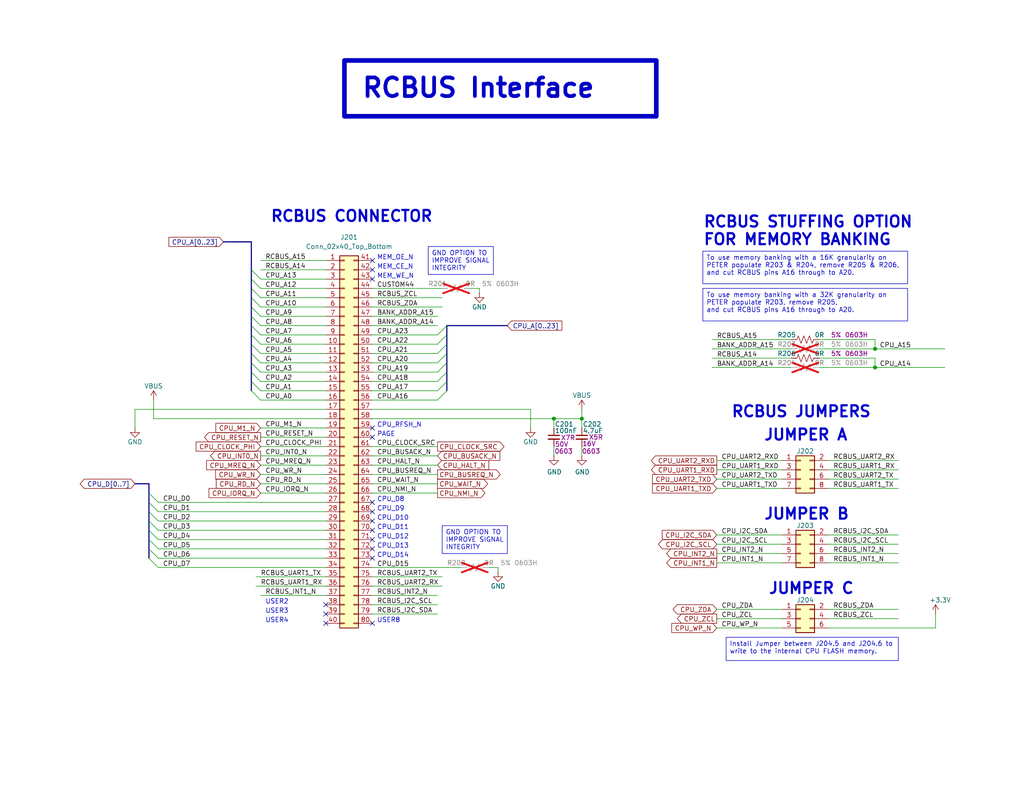
<source format=kicad_sch>
(kicad_sch
	(version 20231120)
	(generator "eeschema")
	(generator_version "8.0")
	(uuid "6336ea05-6b3d-49e2-81d5-421f656a577d")
	(paper "USLetter")
	(title_block
		(title "SEWER")
		(date "2024-08-16")
		(rev "0")
		(company "Denno Wiggle")
		(comment 1 "RCBUS Interface")
	)
	(lib_symbols
		(symbol "Connector_Generic:Conn_02x03_Odd_Even"
			(pin_names
				(offset 1.016) hide)
			(exclude_from_sim no)
			(in_bom yes)
			(on_board yes)
			(property "Reference" "J"
				(at 1.27 5.08 0)
				(effects
					(font
						(size 1.27 1.27)
					)
				)
			)
			(property "Value" "Conn_02x03_Odd_Even"
				(at 1.27 -5.08 0)
				(effects
					(font
						(size 1.27 1.27)
					)
				)
			)
			(property "Footprint" ""
				(at 0 0 0)
				(effects
					(font
						(size 1.27 1.27)
					)
					(hide yes)
				)
			)
			(property "Datasheet" "~"
				(at 0 0 0)
				(effects
					(font
						(size 1.27 1.27)
					)
					(hide yes)
				)
			)
			(property "Description" "Generic connector, double row, 02x03, odd/even pin numbering scheme (row 1 odd numbers, row 2 even numbers), script generated (kicad-library-utils/schlib/autogen/connector/)"
				(at 0 0 0)
				(effects
					(font
						(size 1.27 1.27)
					)
					(hide yes)
				)
			)
			(property "ki_keywords" "connector"
				(at 0 0 0)
				(effects
					(font
						(size 1.27 1.27)
					)
					(hide yes)
				)
			)
			(property "ki_fp_filters" "Connector*:*_2x??_*"
				(at 0 0 0)
				(effects
					(font
						(size 1.27 1.27)
					)
					(hide yes)
				)
			)
			(symbol "Conn_02x03_Odd_Even_1_1"
				(rectangle
					(start -1.27 -2.413)
					(end 0 -2.667)
					(stroke
						(width 0.1524)
						(type default)
					)
					(fill
						(type none)
					)
				)
				(rectangle
					(start -1.27 0.127)
					(end 0 -0.127)
					(stroke
						(width 0.1524)
						(type default)
					)
					(fill
						(type none)
					)
				)
				(rectangle
					(start -1.27 2.667)
					(end 0 2.413)
					(stroke
						(width 0.1524)
						(type default)
					)
					(fill
						(type none)
					)
				)
				(rectangle
					(start -1.27 3.81)
					(end 3.81 -3.81)
					(stroke
						(width 0.254)
						(type default)
					)
					(fill
						(type background)
					)
				)
				(rectangle
					(start 3.81 -2.413)
					(end 2.54 -2.667)
					(stroke
						(width 0.1524)
						(type default)
					)
					(fill
						(type none)
					)
				)
				(rectangle
					(start 3.81 0.127)
					(end 2.54 -0.127)
					(stroke
						(width 0.1524)
						(type default)
					)
					(fill
						(type none)
					)
				)
				(rectangle
					(start 3.81 2.667)
					(end 2.54 2.413)
					(stroke
						(width 0.1524)
						(type default)
					)
					(fill
						(type none)
					)
				)
				(pin passive line
					(at -5.08 2.54 0)
					(length 3.81)
					(name "Pin_1"
						(effects
							(font
								(size 1.27 1.27)
							)
						)
					)
					(number "1"
						(effects
							(font
								(size 1.27 1.27)
							)
						)
					)
				)
				(pin passive line
					(at 7.62 2.54 180)
					(length 3.81)
					(name "Pin_2"
						(effects
							(font
								(size 1.27 1.27)
							)
						)
					)
					(number "2"
						(effects
							(font
								(size 1.27 1.27)
							)
						)
					)
				)
				(pin passive line
					(at -5.08 0 0)
					(length 3.81)
					(name "Pin_3"
						(effects
							(font
								(size 1.27 1.27)
							)
						)
					)
					(number "3"
						(effects
							(font
								(size 1.27 1.27)
							)
						)
					)
				)
				(pin passive line
					(at 7.62 0 180)
					(length 3.81)
					(name "Pin_4"
						(effects
							(font
								(size 1.27 1.27)
							)
						)
					)
					(number "4"
						(effects
							(font
								(size 1.27 1.27)
							)
						)
					)
				)
				(pin passive line
					(at -5.08 -2.54 0)
					(length 3.81)
					(name "Pin_5"
						(effects
							(font
								(size 1.27 1.27)
							)
						)
					)
					(number "5"
						(effects
							(font
								(size 1.27 1.27)
							)
						)
					)
				)
				(pin passive line
					(at 7.62 -2.54 180)
					(length 3.81)
					(name "Pin_6"
						(effects
							(font
								(size 1.27 1.27)
							)
						)
					)
					(number "6"
						(effects
							(font
								(size 1.27 1.27)
							)
						)
					)
				)
			)
		)
		(symbol "Connector_Generic:Conn_02x04_Odd_Even"
			(pin_names
				(offset 1.016) hide)
			(exclude_from_sim no)
			(in_bom yes)
			(on_board yes)
			(property "Reference" "J"
				(at 1.27 5.08 0)
				(effects
					(font
						(size 1.27 1.27)
					)
				)
			)
			(property "Value" "Conn_02x04_Odd_Even"
				(at 1.27 -7.62 0)
				(effects
					(font
						(size 1.27 1.27)
					)
				)
			)
			(property "Footprint" ""
				(at 0 0 0)
				(effects
					(font
						(size 1.27 1.27)
					)
					(hide yes)
				)
			)
			(property "Datasheet" "~"
				(at 0 0 0)
				(effects
					(font
						(size 1.27 1.27)
					)
					(hide yes)
				)
			)
			(property "Description" "Generic connector, double row, 02x04, odd/even pin numbering scheme (row 1 odd numbers, row 2 even numbers), script generated (kicad-library-utils/schlib/autogen/connector/)"
				(at 0 0 0)
				(effects
					(font
						(size 1.27 1.27)
					)
					(hide yes)
				)
			)
			(property "ki_keywords" "connector"
				(at 0 0 0)
				(effects
					(font
						(size 1.27 1.27)
					)
					(hide yes)
				)
			)
			(property "ki_fp_filters" "Connector*:*_2x??_*"
				(at 0 0 0)
				(effects
					(font
						(size 1.27 1.27)
					)
					(hide yes)
				)
			)
			(symbol "Conn_02x04_Odd_Even_1_1"
				(rectangle
					(start -1.27 -4.953)
					(end 0 -5.207)
					(stroke
						(width 0.1524)
						(type default)
					)
					(fill
						(type none)
					)
				)
				(rectangle
					(start -1.27 -2.413)
					(end 0 -2.667)
					(stroke
						(width 0.1524)
						(type default)
					)
					(fill
						(type none)
					)
				)
				(rectangle
					(start -1.27 0.127)
					(end 0 -0.127)
					(stroke
						(width 0.1524)
						(type default)
					)
					(fill
						(type none)
					)
				)
				(rectangle
					(start -1.27 2.667)
					(end 0 2.413)
					(stroke
						(width 0.1524)
						(type default)
					)
					(fill
						(type none)
					)
				)
				(rectangle
					(start -1.27 3.81)
					(end 3.81 -6.35)
					(stroke
						(width 0.254)
						(type default)
					)
					(fill
						(type background)
					)
				)
				(rectangle
					(start 3.81 -4.953)
					(end 2.54 -5.207)
					(stroke
						(width 0.1524)
						(type default)
					)
					(fill
						(type none)
					)
				)
				(rectangle
					(start 3.81 -2.413)
					(end 2.54 -2.667)
					(stroke
						(width 0.1524)
						(type default)
					)
					(fill
						(type none)
					)
				)
				(rectangle
					(start 3.81 0.127)
					(end 2.54 -0.127)
					(stroke
						(width 0.1524)
						(type default)
					)
					(fill
						(type none)
					)
				)
				(rectangle
					(start 3.81 2.667)
					(end 2.54 2.413)
					(stroke
						(width 0.1524)
						(type default)
					)
					(fill
						(type none)
					)
				)
				(pin passive line
					(at -5.08 2.54 0)
					(length 3.81)
					(name "Pin_1"
						(effects
							(font
								(size 1.27 1.27)
							)
						)
					)
					(number "1"
						(effects
							(font
								(size 1.27 1.27)
							)
						)
					)
				)
				(pin passive line
					(at 7.62 2.54 180)
					(length 3.81)
					(name "Pin_2"
						(effects
							(font
								(size 1.27 1.27)
							)
						)
					)
					(number "2"
						(effects
							(font
								(size 1.27 1.27)
							)
						)
					)
				)
				(pin passive line
					(at -5.08 0 0)
					(length 3.81)
					(name "Pin_3"
						(effects
							(font
								(size 1.27 1.27)
							)
						)
					)
					(number "3"
						(effects
							(font
								(size 1.27 1.27)
							)
						)
					)
				)
				(pin passive line
					(at 7.62 0 180)
					(length 3.81)
					(name "Pin_4"
						(effects
							(font
								(size 1.27 1.27)
							)
						)
					)
					(number "4"
						(effects
							(font
								(size 1.27 1.27)
							)
						)
					)
				)
				(pin passive line
					(at -5.08 -2.54 0)
					(length 3.81)
					(name "Pin_5"
						(effects
							(font
								(size 1.27 1.27)
							)
						)
					)
					(number "5"
						(effects
							(font
								(size 1.27 1.27)
							)
						)
					)
				)
				(pin passive line
					(at 7.62 -2.54 180)
					(length 3.81)
					(name "Pin_6"
						(effects
							(font
								(size 1.27 1.27)
							)
						)
					)
					(number "6"
						(effects
							(font
								(size 1.27 1.27)
							)
						)
					)
				)
				(pin passive line
					(at -5.08 -5.08 0)
					(length 3.81)
					(name "Pin_7"
						(effects
							(font
								(size 1.27 1.27)
							)
						)
					)
					(number "7"
						(effects
							(font
								(size 1.27 1.27)
							)
						)
					)
				)
				(pin passive line
					(at 7.62 -5.08 180)
					(length 3.81)
					(name "Pin_8"
						(effects
							(font
								(size 1.27 1.27)
							)
						)
					)
					(number "8"
						(effects
							(font
								(size 1.27 1.27)
							)
						)
					)
				)
			)
		)
		(symbol "Connector_Generic:Conn_02x40_Top_Bottom"
			(pin_names
				(offset 1.016) hide)
			(exclude_from_sim no)
			(in_bom yes)
			(on_board yes)
			(property "Reference" "J"
				(at 1.27 50.8 0)
				(effects
					(font
						(size 1.27 1.27)
					)
				)
			)
			(property "Value" "Conn_02x40_Top_Bottom"
				(at 1.27 -53.34 0)
				(effects
					(font
						(size 1.27 1.27)
					)
				)
			)
			(property "Footprint" ""
				(at 0 0 0)
				(effects
					(font
						(size 1.27 1.27)
					)
					(hide yes)
				)
			)
			(property "Datasheet" "~"
				(at 0 0 0)
				(effects
					(font
						(size 1.27 1.27)
					)
					(hide yes)
				)
			)
			(property "Description" "Generic connector, double row, 02x40, top/bottom pin numbering scheme (row 1: 1...pins_per_row, row2: pins_per_row+1 ... num_pins), script generated (kicad-library-utils/schlib/autogen/connector/)"
				(at 0 0 0)
				(effects
					(font
						(size 1.27 1.27)
					)
					(hide yes)
				)
			)
			(property "ki_keywords" "connector"
				(at 0 0 0)
				(effects
					(font
						(size 1.27 1.27)
					)
					(hide yes)
				)
			)
			(property "ki_fp_filters" "Connector*:*_2x??_*"
				(at 0 0 0)
				(effects
					(font
						(size 1.27 1.27)
					)
					(hide yes)
				)
			)
			(symbol "Conn_02x40_Top_Bottom_1_1"
				(rectangle
					(start -1.27 -50.673)
					(end 0 -50.927)
					(stroke
						(width 0.1524)
						(type default)
					)
					(fill
						(type none)
					)
				)
				(rectangle
					(start -1.27 -48.133)
					(end 0 -48.387)
					(stroke
						(width 0.1524)
						(type default)
					)
					(fill
						(type none)
					)
				)
				(rectangle
					(start -1.27 -45.593)
					(end 0 -45.847)
					(stroke
						(width 0.1524)
						(type default)
					)
					(fill
						(type none)
					)
				)
				(rectangle
					(start -1.27 -43.053)
					(end 0 -43.307)
					(stroke
						(width 0.1524)
						(type default)
					)
					(fill
						(type none)
					)
				)
				(rectangle
					(start -1.27 -40.513)
					(end 0 -40.767)
					(stroke
						(width 0.1524)
						(type default)
					)
					(fill
						(type none)
					)
				)
				(rectangle
					(start -1.27 -37.973)
					(end 0 -38.227)
					(stroke
						(width 0.1524)
						(type default)
					)
					(fill
						(type none)
					)
				)
				(rectangle
					(start -1.27 -35.433)
					(end 0 -35.687)
					(stroke
						(width 0.1524)
						(type default)
					)
					(fill
						(type none)
					)
				)
				(rectangle
					(start -1.27 -32.893)
					(end 0 -33.147)
					(stroke
						(width 0.1524)
						(type default)
					)
					(fill
						(type none)
					)
				)
				(rectangle
					(start -1.27 -30.353)
					(end 0 -30.607)
					(stroke
						(width 0.1524)
						(type default)
					)
					(fill
						(type none)
					)
				)
				(rectangle
					(start -1.27 -27.813)
					(end 0 -28.067)
					(stroke
						(width 0.1524)
						(type default)
					)
					(fill
						(type none)
					)
				)
				(rectangle
					(start -1.27 -25.273)
					(end 0 -25.527)
					(stroke
						(width 0.1524)
						(type default)
					)
					(fill
						(type none)
					)
				)
				(rectangle
					(start -1.27 -22.733)
					(end 0 -22.987)
					(stroke
						(width 0.1524)
						(type default)
					)
					(fill
						(type none)
					)
				)
				(rectangle
					(start -1.27 -20.193)
					(end 0 -20.447)
					(stroke
						(width 0.1524)
						(type default)
					)
					(fill
						(type none)
					)
				)
				(rectangle
					(start -1.27 -17.653)
					(end 0 -17.907)
					(stroke
						(width 0.1524)
						(type default)
					)
					(fill
						(type none)
					)
				)
				(rectangle
					(start -1.27 -15.113)
					(end 0 -15.367)
					(stroke
						(width 0.1524)
						(type default)
					)
					(fill
						(type none)
					)
				)
				(rectangle
					(start -1.27 -12.573)
					(end 0 -12.827)
					(stroke
						(width 0.1524)
						(type default)
					)
					(fill
						(type none)
					)
				)
				(rectangle
					(start -1.27 -10.033)
					(end 0 -10.287)
					(stroke
						(width 0.1524)
						(type default)
					)
					(fill
						(type none)
					)
				)
				(rectangle
					(start -1.27 -7.493)
					(end 0 -7.747)
					(stroke
						(width 0.1524)
						(type default)
					)
					(fill
						(type none)
					)
				)
				(rectangle
					(start -1.27 -4.953)
					(end 0 -5.207)
					(stroke
						(width 0.1524)
						(type default)
					)
					(fill
						(type none)
					)
				)
				(rectangle
					(start -1.27 -2.413)
					(end 0 -2.667)
					(stroke
						(width 0.1524)
						(type default)
					)
					(fill
						(type none)
					)
				)
				(rectangle
					(start -1.27 0.127)
					(end 0 -0.127)
					(stroke
						(width 0.1524)
						(type default)
					)
					(fill
						(type none)
					)
				)
				(rectangle
					(start -1.27 2.667)
					(end 0 2.413)
					(stroke
						(width 0.1524)
						(type default)
					)
					(fill
						(type none)
					)
				)
				(rectangle
					(start -1.27 5.207)
					(end 0 4.953)
					(stroke
						(width 0.1524)
						(type default)
					)
					(fill
						(type none)
					)
				)
				(rectangle
					(start -1.27 7.747)
					(end 0 7.493)
					(stroke
						(width 0.1524)
						(type default)
					)
					(fill
						(type none)
					)
				)
				(rectangle
					(start -1.27 10.287)
					(end 0 10.033)
					(stroke
						(width 0.1524)
						(type default)
					)
					(fill
						(type none)
					)
				)
				(rectangle
					(start -1.27 12.827)
					(end 0 12.573)
					(stroke
						(width 0.1524)
						(type default)
					)
					(fill
						(type none)
					)
				)
				(rectangle
					(start -1.27 15.367)
					(end 0 15.113)
					(stroke
						(width 0.1524)
						(type default)
					)
					(fill
						(type none)
					)
				)
				(rectangle
					(start -1.27 17.907)
					(end 0 17.653)
					(stroke
						(width 0.1524)
						(type default)
					)
					(fill
						(type none)
					)
				)
				(rectangle
					(start -1.27 20.447)
					(end 0 20.193)
					(stroke
						(width 0.1524)
						(type default)
					)
					(fill
						(type none)
					)
				)
				(rectangle
					(start -1.27 22.987)
					(end 0 22.733)
					(stroke
						(width 0.1524)
						(type default)
					)
					(fill
						(type none)
					)
				)
				(rectangle
					(start -1.27 25.527)
					(end 0 25.273)
					(stroke
						(width 0.1524)
						(type default)
					)
					(fill
						(type none)
					)
				)
				(rectangle
					(start -1.27 28.067)
					(end 0 27.813)
					(stroke
						(width 0.1524)
						(type default)
					)
					(fill
						(type none)
					)
				)
				(rectangle
					(start -1.27 30.607)
					(end 0 30.353)
					(stroke
						(width 0.1524)
						(type default)
					)
					(fill
						(type none)
					)
				)
				(rectangle
					(start -1.27 33.147)
					(end 0 32.893)
					(stroke
						(width 0.1524)
						(type default)
					)
					(fill
						(type none)
					)
				)
				(rectangle
					(start -1.27 35.687)
					(end 0 35.433)
					(stroke
						(width 0.1524)
						(type default)
					)
					(fill
						(type none)
					)
				)
				(rectangle
					(start -1.27 38.227)
					(end 0 37.973)
					(stroke
						(width 0.1524)
						(type default)
					)
					(fill
						(type none)
					)
				)
				(rectangle
					(start -1.27 40.767)
					(end 0 40.513)
					(stroke
						(width 0.1524)
						(type default)
					)
					(fill
						(type none)
					)
				)
				(rectangle
					(start -1.27 43.307)
					(end 0 43.053)
					(stroke
						(width 0.1524)
						(type default)
					)
					(fill
						(type none)
					)
				)
				(rectangle
					(start -1.27 45.847)
					(end 0 45.593)
					(stroke
						(width 0.1524)
						(type default)
					)
					(fill
						(type none)
					)
				)
				(rectangle
					(start -1.27 48.387)
					(end 0 48.133)
					(stroke
						(width 0.1524)
						(type default)
					)
					(fill
						(type none)
					)
				)
				(rectangle
					(start -1.27 49.53)
					(end 3.81 -52.07)
					(stroke
						(width 0.254)
						(type default)
					)
					(fill
						(type background)
					)
				)
				(rectangle
					(start 3.81 -50.673)
					(end 2.54 -50.927)
					(stroke
						(width 0.1524)
						(type default)
					)
					(fill
						(type none)
					)
				)
				(rectangle
					(start 3.81 -48.133)
					(end 2.54 -48.387)
					(stroke
						(width 0.1524)
						(type default)
					)
					(fill
						(type none)
					)
				)
				(rectangle
					(start 3.81 -45.593)
					(end 2.54 -45.847)
					(stroke
						(width 0.1524)
						(type default)
					)
					(fill
						(type none)
					)
				)
				(rectangle
					(start 3.81 -43.053)
					(end 2.54 -43.307)
					(stroke
						(width 0.1524)
						(type default)
					)
					(fill
						(type none)
					)
				)
				(rectangle
					(start 3.81 -40.513)
					(end 2.54 -40.767)
					(stroke
						(width 0.1524)
						(type default)
					)
					(fill
						(type none)
					)
				)
				(rectangle
					(start 3.81 -37.973)
					(end 2.54 -38.227)
					(stroke
						(width 0.1524)
						(type default)
					)
					(fill
						(type none)
					)
				)
				(rectangle
					(start 3.81 -35.433)
					(end 2.54 -35.687)
					(stroke
						(width 0.1524)
						(type default)
					)
					(fill
						(type none)
					)
				)
				(rectangle
					(start 3.81 -32.893)
					(end 2.54 -33.147)
					(stroke
						(width 0.1524)
						(type default)
					)
					(fill
						(type none)
					)
				)
				(rectangle
					(start 3.81 -30.353)
					(end 2.54 -30.607)
					(stroke
						(width 0.1524)
						(type default)
					)
					(fill
						(type none)
					)
				)
				(rectangle
					(start 3.81 -27.813)
					(end 2.54 -28.067)
					(stroke
						(width 0.1524)
						(type default)
					)
					(fill
						(type none)
					)
				)
				(rectangle
					(start 3.81 -25.273)
					(end 2.54 -25.527)
					(stroke
						(width 0.1524)
						(type default)
					)
					(fill
						(type none)
					)
				)
				(rectangle
					(start 3.81 -22.733)
					(end 2.54 -22.987)
					(stroke
						(width 0.1524)
						(type default)
					)
					(fill
						(type none)
					)
				)
				(rectangle
					(start 3.81 -20.193)
					(end 2.54 -20.447)
					(stroke
						(width 0.1524)
						(type default)
					)
					(fill
						(type none)
					)
				)
				(rectangle
					(start 3.81 -17.653)
					(end 2.54 -17.907)
					(stroke
						(width 0.1524)
						(type default)
					)
					(fill
						(type none)
					)
				)
				(rectangle
					(start 3.81 -15.113)
					(end 2.54 -15.367)
					(stroke
						(width 0.1524)
						(type default)
					)
					(fill
						(type none)
					)
				)
				(rectangle
					(start 3.81 -12.573)
					(end 2.54 -12.827)
					(stroke
						(width 0.1524)
						(type default)
					)
					(fill
						(type none)
					)
				)
				(rectangle
					(start 3.81 -10.033)
					(end 2.54 -10.287)
					(stroke
						(width 0.1524)
						(type default)
					)
					(fill
						(type none)
					)
				)
				(rectangle
					(start 3.81 -7.493)
					(end 2.54 -7.747)
					(stroke
						(width 0.1524)
						(type default)
					)
					(fill
						(type none)
					)
				)
				(rectangle
					(start 3.81 -4.953)
					(end 2.54 -5.207)
					(stroke
						(width 0.1524)
						(type default)
					)
					(fill
						(type none)
					)
				)
				(rectangle
					(start 3.81 -2.413)
					(end 2.54 -2.667)
					(stroke
						(width 0.1524)
						(type default)
					)
					(fill
						(type none)
					)
				)
				(rectangle
					(start 3.81 0.127)
					(end 2.54 -0.127)
					(stroke
						(width 0.1524)
						(type default)
					)
					(fill
						(type none)
					)
				)
				(rectangle
					(start 3.81 2.667)
					(end 2.54 2.413)
					(stroke
						(width 0.1524)
						(type default)
					)
					(fill
						(type none)
					)
				)
				(rectangle
					(start 3.81 5.207)
					(end 2.54 4.953)
					(stroke
						(width 0.1524)
						(type default)
					)
					(fill
						(type none)
					)
				)
				(rectangle
					(start 3.81 7.747)
					(end 2.54 7.493)
					(stroke
						(width 0.1524)
						(type default)
					)
					(fill
						(type none)
					)
				)
				(rectangle
					(start 3.81 10.287)
					(end 2.54 10.033)
					(stroke
						(width 0.1524)
						(type default)
					)
					(fill
						(type none)
					)
				)
				(rectangle
					(start 3.81 12.827)
					(end 2.54 12.573)
					(stroke
						(width 0.1524)
						(type default)
					)
					(fill
						(type none)
					)
				)
				(rectangle
					(start 3.81 15.367)
					(end 2.54 15.113)
					(stroke
						(width 0.1524)
						(type default)
					)
					(fill
						(type none)
					)
				)
				(rectangle
					(start 3.81 17.907)
					(end 2.54 17.653)
					(stroke
						(width 0.1524)
						(type default)
					)
					(fill
						(type none)
					)
				)
				(rectangle
					(start 3.81 20.447)
					(end 2.54 20.193)
					(stroke
						(width 0.1524)
						(type default)
					)
					(fill
						(type none)
					)
				)
				(rectangle
					(start 3.81 22.987)
					(end 2.54 22.733)
					(stroke
						(width 0.1524)
						(type default)
					)
					(fill
						(type none)
					)
				)
				(rectangle
					(start 3.81 25.527)
					(end 2.54 25.273)
					(stroke
						(width 0.1524)
						(type default)
					)
					(fill
						(type none)
					)
				)
				(rectangle
					(start 3.81 28.067)
					(end 2.54 27.813)
					(stroke
						(width 0.1524)
						(type default)
					)
					(fill
						(type none)
					)
				)
				(rectangle
					(start 3.81 30.607)
					(end 2.54 30.353)
					(stroke
						(width 0.1524)
						(type default)
					)
					(fill
						(type none)
					)
				)
				(rectangle
					(start 3.81 33.147)
					(end 2.54 32.893)
					(stroke
						(width 0.1524)
						(type default)
					)
					(fill
						(type none)
					)
				)
				(rectangle
					(start 3.81 35.687)
					(end 2.54 35.433)
					(stroke
						(width 0.1524)
						(type default)
					)
					(fill
						(type none)
					)
				)
				(rectangle
					(start 3.81 38.227)
					(end 2.54 37.973)
					(stroke
						(width 0.1524)
						(type default)
					)
					(fill
						(type none)
					)
				)
				(rectangle
					(start 3.81 40.767)
					(end 2.54 40.513)
					(stroke
						(width 0.1524)
						(type default)
					)
					(fill
						(type none)
					)
				)
				(rectangle
					(start 3.81 43.307)
					(end 2.54 43.053)
					(stroke
						(width 0.1524)
						(type default)
					)
					(fill
						(type none)
					)
				)
				(rectangle
					(start 3.81 45.847)
					(end 2.54 45.593)
					(stroke
						(width 0.1524)
						(type default)
					)
					(fill
						(type none)
					)
				)
				(rectangle
					(start 3.81 48.387)
					(end 2.54 48.133)
					(stroke
						(width 0.1524)
						(type default)
					)
					(fill
						(type none)
					)
				)
				(pin passive line
					(at -5.08 48.26 0)
					(length 3.81)
					(name "Pin_1"
						(effects
							(font
								(size 1.27 1.27)
							)
						)
					)
					(number "1"
						(effects
							(font
								(size 1.27 1.27)
							)
						)
					)
				)
				(pin passive line
					(at -5.08 25.4 0)
					(length 3.81)
					(name "Pin_10"
						(effects
							(font
								(size 1.27 1.27)
							)
						)
					)
					(number "10"
						(effects
							(font
								(size 1.27 1.27)
							)
						)
					)
				)
				(pin passive line
					(at -5.08 22.86 0)
					(length 3.81)
					(name "Pin_11"
						(effects
							(font
								(size 1.27 1.27)
							)
						)
					)
					(number "11"
						(effects
							(font
								(size 1.27 1.27)
							)
						)
					)
				)
				(pin passive line
					(at -5.08 20.32 0)
					(length 3.81)
					(name "Pin_12"
						(effects
							(font
								(size 1.27 1.27)
							)
						)
					)
					(number "12"
						(effects
							(font
								(size 1.27 1.27)
							)
						)
					)
				)
				(pin passive line
					(at -5.08 17.78 0)
					(length 3.81)
					(name "Pin_13"
						(effects
							(font
								(size 1.27 1.27)
							)
						)
					)
					(number "13"
						(effects
							(font
								(size 1.27 1.27)
							)
						)
					)
				)
				(pin passive line
					(at -5.08 15.24 0)
					(length 3.81)
					(name "Pin_14"
						(effects
							(font
								(size 1.27 1.27)
							)
						)
					)
					(number "14"
						(effects
							(font
								(size 1.27 1.27)
							)
						)
					)
				)
				(pin passive line
					(at -5.08 12.7 0)
					(length 3.81)
					(name "Pin_15"
						(effects
							(font
								(size 1.27 1.27)
							)
						)
					)
					(number "15"
						(effects
							(font
								(size 1.27 1.27)
							)
						)
					)
				)
				(pin passive line
					(at -5.08 10.16 0)
					(length 3.81)
					(name "Pin_16"
						(effects
							(font
								(size 1.27 1.27)
							)
						)
					)
					(number "16"
						(effects
							(font
								(size 1.27 1.27)
							)
						)
					)
				)
				(pin passive line
					(at -5.08 7.62 0)
					(length 3.81)
					(name "Pin_17"
						(effects
							(font
								(size 1.27 1.27)
							)
						)
					)
					(number "17"
						(effects
							(font
								(size 1.27 1.27)
							)
						)
					)
				)
				(pin passive line
					(at -5.08 5.08 0)
					(length 3.81)
					(name "Pin_18"
						(effects
							(font
								(size 1.27 1.27)
							)
						)
					)
					(number "18"
						(effects
							(font
								(size 1.27 1.27)
							)
						)
					)
				)
				(pin passive line
					(at -5.08 2.54 0)
					(length 3.81)
					(name "Pin_19"
						(effects
							(font
								(size 1.27 1.27)
							)
						)
					)
					(number "19"
						(effects
							(font
								(size 1.27 1.27)
							)
						)
					)
				)
				(pin passive line
					(at -5.08 45.72 0)
					(length 3.81)
					(name "Pin_2"
						(effects
							(font
								(size 1.27 1.27)
							)
						)
					)
					(number "2"
						(effects
							(font
								(size 1.27 1.27)
							)
						)
					)
				)
				(pin passive line
					(at -5.08 0 0)
					(length 3.81)
					(name "Pin_20"
						(effects
							(font
								(size 1.27 1.27)
							)
						)
					)
					(number "20"
						(effects
							(font
								(size 1.27 1.27)
							)
						)
					)
				)
				(pin passive line
					(at -5.08 -2.54 0)
					(length 3.81)
					(name "Pin_21"
						(effects
							(font
								(size 1.27 1.27)
							)
						)
					)
					(number "21"
						(effects
							(font
								(size 1.27 1.27)
							)
						)
					)
				)
				(pin passive line
					(at -5.08 -5.08 0)
					(length 3.81)
					(name "Pin_22"
						(effects
							(font
								(size 1.27 1.27)
							)
						)
					)
					(number "22"
						(effects
							(font
								(size 1.27 1.27)
							)
						)
					)
				)
				(pin passive line
					(at -5.08 -7.62 0)
					(length 3.81)
					(name "Pin_23"
						(effects
							(font
								(size 1.27 1.27)
							)
						)
					)
					(number "23"
						(effects
							(font
								(size 1.27 1.27)
							)
						)
					)
				)
				(pin passive line
					(at -5.08 -10.16 0)
					(length 3.81)
					(name "Pin_24"
						(effects
							(font
								(size 1.27 1.27)
							)
						)
					)
					(number "24"
						(effects
							(font
								(size 1.27 1.27)
							)
						)
					)
				)
				(pin passive line
					(at -5.08 -12.7 0)
					(length 3.81)
					(name "Pin_25"
						(effects
							(font
								(size 1.27 1.27)
							)
						)
					)
					(number "25"
						(effects
							(font
								(size 1.27 1.27)
							)
						)
					)
				)
				(pin passive line
					(at -5.08 -15.24 0)
					(length 3.81)
					(name "Pin_26"
						(effects
							(font
								(size 1.27 1.27)
							)
						)
					)
					(number "26"
						(effects
							(font
								(size 1.27 1.27)
							)
						)
					)
				)
				(pin passive line
					(at -5.08 -17.78 0)
					(length 3.81)
					(name "Pin_27"
						(effects
							(font
								(size 1.27 1.27)
							)
						)
					)
					(number "27"
						(effects
							(font
								(size 1.27 1.27)
							)
						)
					)
				)
				(pin passive line
					(at -5.08 -20.32 0)
					(length 3.81)
					(name "Pin_28"
						(effects
							(font
								(size 1.27 1.27)
							)
						)
					)
					(number "28"
						(effects
							(font
								(size 1.27 1.27)
							)
						)
					)
				)
				(pin passive line
					(at -5.08 -22.86 0)
					(length 3.81)
					(name "Pin_29"
						(effects
							(font
								(size 1.27 1.27)
							)
						)
					)
					(number "29"
						(effects
							(font
								(size 1.27 1.27)
							)
						)
					)
				)
				(pin passive line
					(at -5.08 43.18 0)
					(length 3.81)
					(name "Pin_3"
						(effects
							(font
								(size 1.27 1.27)
							)
						)
					)
					(number "3"
						(effects
							(font
								(size 1.27 1.27)
							)
						)
					)
				)
				(pin passive line
					(at -5.08 -25.4 0)
					(length 3.81)
					(name "Pin_30"
						(effects
							(font
								(size 1.27 1.27)
							)
						)
					)
					(number "30"
						(effects
							(font
								(size 1.27 1.27)
							)
						)
					)
				)
				(pin passive line
					(at -5.08 -27.94 0)
					(length 3.81)
					(name "Pin_31"
						(effects
							(font
								(size 1.27 1.27)
							)
						)
					)
					(number "31"
						(effects
							(font
								(size 1.27 1.27)
							)
						)
					)
				)
				(pin passive line
					(at -5.08 -30.48 0)
					(length 3.81)
					(name "Pin_32"
						(effects
							(font
								(size 1.27 1.27)
							)
						)
					)
					(number "32"
						(effects
							(font
								(size 1.27 1.27)
							)
						)
					)
				)
				(pin passive line
					(at -5.08 -33.02 0)
					(length 3.81)
					(name "Pin_33"
						(effects
							(font
								(size 1.27 1.27)
							)
						)
					)
					(number "33"
						(effects
							(font
								(size 1.27 1.27)
							)
						)
					)
				)
				(pin passive line
					(at -5.08 -35.56 0)
					(length 3.81)
					(name "Pin_34"
						(effects
							(font
								(size 1.27 1.27)
							)
						)
					)
					(number "34"
						(effects
							(font
								(size 1.27 1.27)
							)
						)
					)
				)
				(pin passive line
					(at -5.08 -38.1 0)
					(length 3.81)
					(name "Pin_35"
						(effects
							(font
								(size 1.27 1.27)
							)
						)
					)
					(number "35"
						(effects
							(font
								(size 1.27 1.27)
							)
						)
					)
				)
				(pin passive line
					(at -5.08 -40.64 0)
					(length 3.81)
					(name "Pin_36"
						(effects
							(font
								(size 1.27 1.27)
							)
						)
					)
					(number "36"
						(effects
							(font
								(size 1.27 1.27)
							)
						)
					)
				)
				(pin passive line
					(at -5.08 -43.18 0)
					(length 3.81)
					(name "Pin_37"
						(effects
							(font
								(size 1.27 1.27)
							)
						)
					)
					(number "37"
						(effects
							(font
								(size 1.27 1.27)
							)
						)
					)
				)
				(pin passive line
					(at -5.08 -45.72 0)
					(length 3.81)
					(name "Pin_38"
						(effects
							(font
								(size 1.27 1.27)
							)
						)
					)
					(number "38"
						(effects
							(font
								(size 1.27 1.27)
							)
						)
					)
				)
				(pin passive line
					(at -5.08 -48.26 0)
					(length 3.81)
					(name "Pin_39"
						(effects
							(font
								(size 1.27 1.27)
							)
						)
					)
					(number "39"
						(effects
							(font
								(size 1.27 1.27)
							)
						)
					)
				)
				(pin passive line
					(at -5.08 40.64 0)
					(length 3.81)
					(name "Pin_4"
						(effects
							(font
								(size 1.27 1.27)
							)
						)
					)
					(number "4"
						(effects
							(font
								(size 1.27 1.27)
							)
						)
					)
				)
				(pin passive line
					(at -5.08 -50.8 0)
					(length 3.81)
					(name "Pin_40"
						(effects
							(font
								(size 1.27 1.27)
							)
						)
					)
					(number "40"
						(effects
							(font
								(size 1.27 1.27)
							)
						)
					)
				)
				(pin passive line
					(at 7.62 48.26 180)
					(length 3.81)
					(name "Pin_41"
						(effects
							(font
								(size 1.27 1.27)
							)
						)
					)
					(number "41"
						(effects
							(font
								(size 1.27 1.27)
							)
						)
					)
				)
				(pin passive line
					(at 7.62 45.72 180)
					(length 3.81)
					(name "Pin_42"
						(effects
							(font
								(size 1.27 1.27)
							)
						)
					)
					(number "42"
						(effects
							(font
								(size 1.27 1.27)
							)
						)
					)
				)
				(pin passive line
					(at 7.62 43.18 180)
					(length 3.81)
					(name "Pin_43"
						(effects
							(font
								(size 1.27 1.27)
							)
						)
					)
					(number "43"
						(effects
							(font
								(size 1.27 1.27)
							)
						)
					)
				)
				(pin passive line
					(at 7.62 40.64 180)
					(length 3.81)
					(name "Pin_44"
						(effects
							(font
								(size 1.27 1.27)
							)
						)
					)
					(number "44"
						(effects
							(font
								(size 1.27 1.27)
							)
						)
					)
				)
				(pin passive line
					(at 7.62 38.1 180)
					(length 3.81)
					(name "Pin_45"
						(effects
							(font
								(size 1.27 1.27)
							)
						)
					)
					(number "45"
						(effects
							(font
								(size 1.27 1.27)
							)
						)
					)
				)
				(pin passive line
					(at 7.62 35.56 180)
					(length 3.81)
					(name "Pin_46"
						(effects
							(font
								(size 1.27 1.27)
							)
						)
					)
					(number "46"
						(effects
							(font
								(size 1.27 1.27)
							)
						)
					)
				)
				(pin passive line
					(at 7.62 33.02 180)
					(length 3.81)
					(name "Pin_47"
						(effects
							(font
								(size 1.27 1.27)
							)
						)
					)
					(number "47"
						(effects
							(font
								(size 1.27 1.27)
							)
						)
					)
				)
				(pin passive line
					(at 7.62 30.48 180)
					(length 3.81)
					(name "Pin_48"
						(effects
							(font
								(size 1.27 1.27)
							)
						)
					)
					(number "48"
						(effects
							(font
								(size 1.27 1.27)
							)
						)
					)
				)
				(pin passive line
					(at 7.62 27.94 180)
					(length 3.81)
					(name "Pin_49"
						(effects
							(font
								(size 1.27 1.27)
							)
						)
					)
					(number "49"
						(effects
							(font
								(size 1.27 1.27)
							)
						)
					)
				)
				(pin passive line
					(at -5.08 38.1 0)
					(length 3.81)
					(name "Pin_5"
						(effects
							(font
								(size 1.27 1.27)
							)
						)
					)
					(number "5"
						(effects
							(font
								(size 1.27 1.27)
							)
						)
					)
				)
				(pin passive line
					(at 7.62 25.4 180)
					(length 3.81)
					(name "Pin_50"
						(effects
							(font
								(size 1.27 1.27)
							)
						)
					)
					(number "50"
						(effects
							(font
								(size 1.27 1.27)
							)
						)
					)
				)
				(pin passive line
					(at 7.62 22.86 180)
					(length 3.81)
					(name "Pin_51"
						(effects
							(font
								(size 1.27 1.27)
							)
						)
					)
					(number "51"
						(effects
							(font
								(size 1.27 1.27)
							)
						)
					)
				)
				(pin passive line
					(at 7.62 20.32 180)
					(length 3.81)
					(name "Pin_52"
						(effects
							(font
								(size 1.27 1.27)
							)
						)
					)
					(number "52"
						(effects
							(font
								(size 1.27 1.27)
							)
						)
					)
				)
				(pin passive line
					(at 7.62 17.78 180)
					(length 3.81)
					(name "Pin_53"
						(effects
							(font
								(size 1.27 1.27)
							)
						)
					)
					(number "53"
						(effects
							(font
								(size 1.27 1.27)
							)
						)
					)
				)
				(pin passive line
					(at 7.62 15.24 180)
					(length 3.81)
					(name "Pin_54"
						(effects
							(font
								(size 1.27 1.27)
							)
						)
					)
					(number "54"
						(effects
							(font
								(size 1.27 1.27)
							)
						)
					)
				)
				(pin passive line
					(at 7.62 12.7 180)
					(length 3.81)
					(name "Pin_55"
						(effects
							(font
								(size 1.27 1.27)
							)
						)
					)
					(number "55"
						(effects
							(font
								(size 1.27 1.27)
							)
						)
					)
				)
				(pin passive line
					(at 7.62 10.16 180)
					(length 3.81)
					(name "Pin_56"
						(effects
							(font
								(size 1.27 1.27)
							)
						)
					)
					(number "56"
						(effects
							(font
								(size 1.27 1.27)
							)
						)
					)
				)
				(pin passive line
					(at 7.62 7.62 180)
					(length 3.81)
					(name "Pin_57"
						(effects
							(font
								(size 1.27 1.27)
							)
						)
					)
					(number "57"
						(effects
							(font
								(size 1.27 1.27)
							)
						)
					)
				)
				(pin passive line
					(at 7.62 5.08 180)
					(length 3.81)
					(name "Pin_58"
						(effects
							(font
								(size 1.27 1.27)
							)
						)
					)
					(number "58"
						(effects
							(font
								(size 1.27 1.27)
							)
						)
					)
				)
				(pin passive line
					(at 7.62 2.54 180)
					(length 3.81)
					(name "Pin_59"
						(effects
							(font
								(size 1.27 1.27)
							)
						)
					)
					(number "59"
						(effects
							(font
								(size 1.27 1.27)
							)
						)
					)
				)
				(pin passive line
					(at -5.08 35.56 0)
					(length 3.81)
					(name "Pin_6"
						(effects
							(font
								(size 1.27 1.27)
							)
						)
					)
					(number "6"
						(effects
							(font
								(size 1.27 1.27)
							)
						)
					)
				)
				(pin passive line
					(at 7.62 0 180)
					(length 3.81)
					(name "Pin_60"
						(effects
							(font
								(size 1.27 1.27)
							)
						)
					)
					(number "60"
						(effects
							(font
								(size 1.27 1.27)
							)
						)
					)
				)
				(pin passive line
					(at 7.62 -2.54 180)
					(length 3.81)
					(name "Pin_61"
						(effects
							(font
								(size 1.27 1.27)
							)
						)
					)
					(number "61"
						(effects
							(font
								(size 1.27 1.27)
							)
						)
					)
				)
				(pin passive line
					(at 7.62 -5.08 180)
					(length 3.81)
					(name "Pin_62"
						(effects
							(font
								(size 1.27 1.27)
							)
						)
					)
					(number "62"
						(effects
							(font
								(size 1.27 1.27)
							)
						)
					)
				)
				(pin passive line
					(at 7.62 -7.62 180)
					(length 3.81)
					(name "Pin_63"
						(effects
							(font
								(size 1.27 1.27)
							)
						)
					)
					(number "63"
						(effects
							(font
								(size 1.27 1.27)
							)
						)
					)
				)
				(pin passive line
					(at 7.62 -10.16 180)
					(length 3.81)
					(name "Pin_64"
						(effects
							(font
								(size 1.27 1.27)
							)
						)
					)
					(number "64"
						(effects
							(font
								(size 1.27 1.27)
							)
						)
					)
				)
				(pin passive line
					(at 7.62 -12.7 180)
					(length 3.81)
					(name "Pin_65"
						(effects
							(font
								(size 1.27 1.27)
							)
						)
					)
					(number "65"
						(effects
							(font
								(size 1.27 1.27)
							)
						)
					)
				)
				(pin passive line
					(at 7.62 -15.24 180)
					(length 3.81)
					(name "Pin_66"
						(effects
							(font
								(size 1.27 1.27)
							)
						)
					)
					(number "66"
						(effects
							(font
								(size 1.27 1.27)
							)
						)
					)
				)
				(pin passive line
					(at 7.62 -17.78 180)
					(length 3.81)
					(name "Pin_67"
						(effects
							(font
								(size 1.27 1.27)
							)
						)
					)
					(number "67"
						(effects
							(font
								(size 1.27 1.27)
							)
						)
					)
				)
				(pin passive line
					(at 7.62 -20.32 180)
					(length 3.81)
					(name "Pin_68"
						(effects
							(font
								(size 1.27 1.27)
							)
						)
					)
					(number "68"
						(effects
							(font
								(size 1.27 1.27)
							)
						)
					)
				)
				(pin passive line
					(at 7.62 -22.86 180)
					(length 3.81)
					(name "Pin_69"
						(effects
							(font
								(size 1.27 1.27)
							)
						)
					)
					(number "69"
						(effects
							(font
								(size 1.27 1.27)
							)
						)
					)
				)
				(pin passive line
					(at -5.08 33.02 0)
					(length 3.81)
					(name "Pin_7"
						(effects
							(font
								(size 1.27 1.27)
							)
						)
					)
					(number "7"
						(effects
							(font
								(size 1.27 1.27)
							)
						)
					)
				)
				(pin passive line
					(at 7.62 -25.4 180)
					(length 3.81)
					(name "Pin_70"
						(effects
							(font
								(size 1.27 1.27)
							)
						)
					)
					(number "70"
						(effects
							(font
								(size 1.27 1.27)
							)
						)
					)
				)
				(pin passive line
					(at 7.62 -27.94 180)
					(length 3.81)
					(name "Pin_71"
						(effects
							(font
								(size 1.27 1.27)
							)
						)
					)
					(number "71"
						(effects
							(font
								(size 1.27 1.27)
							)
						)
					)
				)
				(pin passive line
					(at 7.62 -30.48 180)
					(length 3.81)
					(name "Pin_72"
						(effects
							(font
								(size 1.27 1.27)
							)
						)
					)
					(number "72"
						(effects
							(font
								(size 1.27 1.27)
							)
						)
					)
				)
				(pin passive line
					(at 7.62 -33.02 180)
					(length 3.81)
					(name "Pin_73"
						(effects
							(font
								(size 1.27 1.27)
							)
						)
					)
					(number "73"
						(effects
							(font
								(size 1.27 1.27)
							)
						)
					)
				)
				(pin passive line
					(at 7.62 -35.56 180)
					(length 3.81)
					(name "Pin_74"
						(effects
							(font
								(size 1.27 1.27)
							)
						)
					)
					(number "74"
						(effects
							(font
								(size 1.27 1.27)
							)
						)
					)
				)
				(pin passive line
					(at 7.62 -38.1 180)
					(length 3.81)
					(name "Pin_75"
						(effects
							(font
								(size 1.27 1.27)
							)
						)
					)
					(number "75"
						(effects
							(font
								(size 1.27 1.27)
							)
						)
					)
				)
				(pin passive line
					(at 7.62 -40.64 180)
					(length 3.81)
					(name "Pin_76"
						(effects
							(font
								(size 1.27 1.27)
							)
						)
					)
					(number "76"
						(effects
							(font
								(size 1.27 1.27)
							)
						)
					)
				)
				(pin passive line
					(at 7.62 -43.18 180)
					(length 3.81)
					(name "Pin_77"
						(effects
							(font
								(size 1.27 1.27)
							)
						)
					)
					(number "77"
						(effects
							(font
								(size 1.27 1.27)
							)
						)
					)
				)
				(pin passive line
					(at 7.62 -45.72 180)
					(length 3.81)
					(name "Pin_78"
						(effects
							(font
								(size 1.27 1.27)
							)
						)
					)
					(number "78"
						(effects
							(font
								(size 1.27 1.27)
							)
						)
					)
				)
				(pin passive line
					(at 7.62 -48.26 180)
					(length 3.81)
					(name "Pin_79"
						(effects
							(font
								(size 1.27 1.27)
							)
						)
					)
					(number "79"
						(effects
							(font
								(size 1.27 1.27)
							)
						)
					)
				)
				(pin passive line
					(at -5.08 30.48 0)
					(length 3.81)
					(name "Pin_8"
						(effects
							(font
								(size 1.27 1.27)
							)
						)
					)
					(number "8"
						(effects
							(font
								(size 1.27 1.27)
							)
						)
					)
				)
				(pin passive line
					(at 7.62 -50.8 180)
					(length 3.81)
					(name "Pin_80"
						(effects
							(font
								(size 1.27 1.27)
							)
						)
					)
					(number "80"
						(effects
							(font
								(size 1.27 1.27)
							)
						)
					)
				)
				(pin passive line
					(at -5.08 27.94 0)
					(length 3.81)
					(name "Pin_9"
						(effects
							(font
								(size 1.27 1.27)
							)
						)
					)
					(number "9"
						(effects
							(font
								(size 1.27 1.27)
							)
						)
					)
				)
			)
		)
		(symbol "GND_1"
			(power)
			(pin_numbers hide)
			(pin_names
				(offset 0) hide)
			(exclude_from_sim no)
			(in_bom yes)
			(on_board yes)
			(property "Reference" "#PWR"
				(at 0 -6.35 0)
				(effects
					(font
						(size 1.27 1.27)
					)
					(hide yes)
				)
			)
			(property "Value" "GND"
				(at 0 -3.81 0)
				(effects
					(font
						(size 1.27 1.27)
					)
				)
			)
			(property "Footprint" ""
				(at 0 0 0)
				(effects
					(font
						(size 1.27 1.27)
					)
					(hide yes)
				)
			)
			(property "Datasheet" ""
				(at 0 0 0)
				(effects
					(font
						(size 1.27 1.27)
					)
					(hide yes)
				)
			)
			(property "Description" "Power symbol creates a global label with name \"GND\" , ground"
				(at 0 0 0)
				(effects
					(font
						(size 1.27 1.27)
					)
					(hide yes)
				)
			)
			(property "ki_keywords" "global power"
				(at 0 0 0)
				(effects
					(font
						(size 1.27 1.27)
					)
					(hide yes)
				)
			)
			(symbol "GND_1_0_1"
				(polyline
					(pts
						(xy 0 0) (xy 0 -1.27) (xy 1.27 -1.27) (xy 0 -2.54) (xy -1.27 -1.27) (xy 0 -1.27)
					)
					(stroke
						(width 0)
						(type default)
					)
					(fill
						(type none)
					)
				)
			)
			(symbol "GND_1_1_1"
				(pin power_in line
					(at 0 0 270)
					(length 0)
					(name "~"
						(effects
							(font
								(size 1.27 1.27)
							)
						)
					)
					(number "1"
						(effects
							(font
								(size 1.27 1.27)
							)
						)
					)
				)
			)
		)
		(symbol "GND_2"
			(power)
			(pin_numbers hide)
			(pin_names
				(offset 0) hide)
			(exclude_from_sim no)
			(in_bom yes)
			(on_board yes)
			(property "Reference" "#PWR"
				(at 0 -6.35 0)
				(effects
					(font
						(size 1.27 1.27)
					)
					(hide yes)
				)
			)
			(property "Value" "GND"
				(at 0 -3.81 0)
				(effects
					(font
						(size 1.27 1.27)
					)
				)
			)
			(property "Footprint" ""
				(at 0 0 0)
				(effects
					(font
						(size 1.27 1.27)
					)
					(hide yes)
				)
			)
			(property "Datasheet" ""
				(at 0 0 0)
				(effects
					(font
						(size 1.27 1.27)
					)
					(hide yes)
				)
			)
			(property "Description" "Power symbol creates a global label with name \"GND\" , ground"
				(at 0 0 0)
				(effects
					(font
						(size 1.27 1.27)
					)
					(hide yes)
				)
			)
			(property "ki_keywords" "global power"
				(at 0 0 0)
				(effects
					(font
						(size 1.27 1.27)
					)
					(hide yes)
				)
			)
			(symbol "GND_2_0_1"
				(polyline
					(pts
						(xy 0 0) (xy 0 -1.27) (xy 1.27 -1.27) (xy 0 -2.54) (xy -1.27 -1.27) (xy 0 -1.27)
					)
					(stroke
						(width 0)
						(type default)
					)
					(fill
						(type none)
					)
				)
			)
			(symbol "GND_2_1_1"
				(pin power_in line
					(at 0 0 270)
					(length 0)
					(name "~"
						(effects
							(font
								(size 1.27 1.27)
							)
						)
					)
					(number "1"
						(effects
							(font
								(size 1.27 1.27)
							)
						)
					)
				)
			)
		)
		(symbol "WTM:C_100nF_X7R_16V_0805H"
			(pin_numbers hide)
			(pin_names
				(offset 0) hide)
			(exclude_from_sim no)
			(in_bom yes)
			(on_board yes)
			(property "Reference" "C"
				(at 0.254 3.556 0)
				(do_not_autoplace)
				(effects
					(font
						(size 1.27 1.27)
					)
					(justify left)
				)
			)
			(property "Value" "100nF"
				(at 0.254 1.778 0)
				(do_not_autoplace)
				(effects
					(font
						(size 1.27 1.27)
					)
					(justify left)
				)
			)
			(property "Footprint" "Capacitor_SMD:C_0805_2012Metric_Pad1.18x1.45mm_HandSolder"
				(at 2.54 -10.16 0)
				(effects
					(font
						(size 1.27 1.27)
					)
					(hide yes)
				)
			)
			(property "Datasheet" "https://www.we-online.com/katalog/datasheet/885012207045.pdf"
				(at 0 -25.4 0)
				(effects
					(font
						(size 1.27 1.27)
					)
					(hide yes)
				)
			)
			(property "Description" "Unpolarized capacitor, small symbol"
				(at 1.27 -22.86 0)
				(effects
					(font
						(size 1.27 1.27)
					)
					(hide yes)
				)
			)
			(property "Digikey" "732-8045-1-ND"
				(at 1.27 -12.7 0)
				(effects
					(font
						(size 1.27 1.27)
					)
					(hide yes)
				)
			)
			(property "Dielectric" "X7R"
				(at 1.905 -0.127 0)
				(do_not_autoplace)
				(effects
					(font
						(size 1.27 1.27)
					)
					(justify left)
				)
			)
			(property "Voltage" "16V"
				(at 0.254 -1.905 0)
				(do_not_autoplace)
				(effects
					(font
						(size 1.27 1.27)
					)
					(justify left)
				)
			)
			(property "MPN" "885012207045"
				(at 1.27 -20.32 0)
				(effects
					(font
						(size 1.27 1.27)
					)
					(hide yes)
				)
			)
			(property "Manufacturer" "Würth Elektronik"
				(at 1.27 -17.78 0)
				(effects
					(font
						(size 1.27 1.27)
					)
					(hide yes)
				)
			)
			(property "Footprint2" "0805H"
				(at 0.127 -3.81 0)
				(do_not_autoplace)
				(effects
					(font
						(size 1.27 1.27)
					)
					(justify left)
				)
			)
			(property "Digi-Key_PN" "732-8045-1-ND"
				(at 1.27 -15.24 0)
				(effects
					(font
						(size 1.27 1.27)
					)
					(hide yes)
				)
			)
			(property "ki_keywords" "capacitor cap"
				(at 0 0 0)
				(effects
					(font
						(size 1.27 1.27)
					)
					(hide yes)
				)
			)
			(property "ki_fp_filters" "C_*"
				(at 0 0 0)
				(effects
					(font
						(size 1.27 1.27)
					)
					(hide yes)
				)
			)
			(symbol "C_100nF_X7R_16V_0805H_0_1"
				(polyline
					(pts
						(xy -1.524 -0.508) (xy 1.524 -0.508)
					)
					(stroke
						(width 0.3302)
						(type default)
					)
					(fill
						(type none)
					)
				)
				(polyline
					(pts
						(xy -1.524 0.508) (xy 1.524 0.508)
					)
					(stroke
						(width 0.3048)
						(type default)
					)
					(fill
						(type none)
					)
				)
			)
			(symbol "C_100nF_X7R_16V_0805H_1_1"
				(pin passive line
					(at 0 2.54 270)
					(length 2.032)
					(name "~"
						(effects
							(font
								(size 1.27 1.27)
							)
						)
					)
					(number "1"
						(effects
							(font
								(size 1.27 1.27)
							)
						)
					)
				)
				(pin passive line
					(at 0 -2.54 90)
					(length 2.032)
					(name "~"
						(effects
							(font
								(size 1.27 1.27)
							)
						)
					)
					(number "2"
						(effects
							(font
								(size 1.27 1.27)
							)
						)
					)
				)
			)
		)
		(symbol "WTM:C_10uF_X5R_16V_0805H"
			(pin_numbers hide)
			(pin_names
				(offset 0.254) hide)
			(exclude_from_sim no)
			(in_bom yes)
			(on_board yes)
			(property "Reference" "C206"
				(at 0.254 3.556 0)
				(do_not_autoplace)
				(effects
					(font
						(size 1.27 1.27)
					)
					(justify left)
				)
			)
			(property "Value" "10uF"
				(at 0.254 1.778 0)
				(do_not_autoplace)
				(effects
					(font
						(size 1.27 1.27)
					)
					(justify left)
				)
			)
			(property "Footprint" "Capacitor_SMD:C_0805_2012Metric_Pad1.18x1.45mm_HandSolder"
				(at 1.27 -20.32 0)
				(effects
					(font
						(size 1.27 1.27)
					)
					(hide yes)
				)
			)
			(property "Datasheet" "https://media.digikey.com/pdf/Data%20Sheets/Samsung%20PDFs/CL21A106KOQNNNG_Spec.pdf"
				(at 0 -10.16 0)
				(effects
					(font
						(size 1.27 1.27)
					)
					(hide yes)
				)
			)
			(property "Description" "Unpolarized capacitor, small symbol"
				(at 1.27 -12.7 0)
				(effects
					(font
						(size 1.27 1.27)
					)
					(hide yes)
				)
			)
			(property "Digikey" "1276-6455-1-ND"
				(at 1.27 -22.86 0)
				(effects
					(font
						(size 1.27 1.27)
					)
					(hide yes)
				)
			)
			(property "Dielectric" "X5R"
				(at 1.905 0.762 0)
				(do_not_autoplace)
				(effects
					(font
						(size 1.27 1.27)
					)
					(justify left top)
				)
			)
			(property "Voltage" "16V"
				(at 0.127 -1.016 0)
				(do_not_autoplace)
				(effects
					(font
						(size 1.27 1.27)
					)
					(justify left top)
				)
			)
			(property "Footprint2" "0805H"
				(at 3.302 -3.81 0)
				(do_not_autoplace)
				(effects
					(font
						(size 1.27 1.27)
					)
				)
			)
			(property "Digi-Key_PN" "1276-6455-1-ND"
				(at 1.27 -25.4 0)
				(effects
					(font
						(size 1.27 1.27)
					)
					(hide yes)
				)
			)
			(property "MPN" "CL21A106KOQNNNG"
				(at 0 -17.78 0)
				(effects
					(font
						(size 1.27 1.27)
					)
					(hide yes)
				)
			)
			(property "Manufacturer" "Samsung Electro-Mechanics"
				(at 1.27 -15.24 0)
				(effects
					(font
						(size 1.27 1.27)
					)
					(hide yes)
				)
			)
			(property "ki_keywords" "capacitor cap"
				(at 0 0 0)
				(effects
					(font
						(size 1.27 1.27)
					)
					(hide yes)
				)
			)
			(property "ki_fp_filters" "C_*"
				(at 0 0 0)
				(effects
					(font
						(size 1.27 1.27)
					)
					(hide yes)
				)
			)
			(symbol "C_10uF_X5R_16V_0805H_0_1"
				(polyline
					(pts
						(xy -1.524 -0.508) (xy 1.524 -0.508)
					)
					(stroke
						(width 0.3302)
						(type default)
					)
					(fill
						(type none)
					)
				)
				(polyline
					(pts
						(xy -1.524 0.508) (xy 1.524 0.508)
					)
					(stroke
						(width 0.3048)
						(type default)
					)
					(fill
						(type none)
					)
				)
			)
			(symbol "C_10uF_X5R_16V_0805H_1_1"
				(pin passive line
					(at 0 2.54 270)
					(length 2.032)
					(name "~"
						(effects
							(font
								(size 1.27 1.27)
							)
						)
					)
					(number "1"
						(effects
							(font
								(size 1.27 1.27)
							)
						)
					)
				)
				(pin passive line
					(at 0 -2.54 90)
					(length 2.032)
					(name "~"
						(effects
							(font
								(size 1.27 1.27)
							)
						)
					)
					(number "2"
						(effects
							(font
								(size 1.27 1.27)
							)
						)
					)
				)
			)
		)
		(symbol "WTM:R_33R_5%_0805H_Horizontal1"
			(pin_numbers hide)
			(pin_names
				(offset 0)
			)
			(exclude_from_sim no)
			(in_bom yes)
			(on_board yes)
			(property "Reference" "R"
				(at -7.62 1.27 0)
				(do_not_autoplace)
				(effects
					(font
						(size 1.27 1.27)
					)
					(justify left)
				)
			)
			(property "Value" "33R"
				(at 2.54 1.27 0)
				(do_not_autoplace)
				(effects
					(font
						(size 1.27 1.27)
					)
					(justify left)
				)
			)
			(property "Footprint" "Resistor_SMD:R_0805_2012Metric_Pad1.20x1.40mm_HandSolder"
				(at 0 -12.7 0)
				(effects
					(font
						(size 1.27 1.27)
					)
					(hide yes)
				)
			)
			(property "Datasheet" "https://www.yageo.com/upload/media/product/productsearch/datasheet/rchip/PYu-RC_Group_51_RoHS_L_12.pdf"
				(at 0 -15.24 0)
				(effects
					(font
						(size 1.27 1.27)
					)
					(hide yes)
				)
			)
			(property "Description" "Resistor, US symbol"
				(at 0 -17.78 0)
				(effects
					(font
						(size 1.27 1.27)
					)
					(hide yes)
				)
			)
			(property "Tolerance" "5%"
				(at 2.54 -1.27 0)
				(do_not_autoplace)
				(effects
					(font
						(size 1.27 1.27)
					)
					(justify left)
				)
			)
			(property "Footprint2" "0805H"
				(at -8.89 -1.27 0)
				(do_not_autoplace)
				(effects
					(font
						(size 1.27 1.27)
					)
					(justify left)
				)
			)
			(property "MPN" "RC0805JR-0733RL"
				(at 0 -20.32 0)
				(effects
					(font
						(size 1.27 1.27)
					)
					(hide yes)
				)
			)
			(property "Manufacturer" "Yaego"
				(at 0 -25.4 0)
				(effects
					(font
						(size 1.27 1.27)
					)
					(hide yes)
				)
			)
			(property "Digikey" "311-33ARCT-ND"
				(at 0 -22.86 0)
				(effects
					(font
						(size 1.27 1.27)
					)
					(hide yes)
				)
			)
			(property "ki_keywords" "R res resistor"
				(at 0 0 0)
				(effects
					(font
						(size 1.27 1.27)
					)
					(hide yes)
				)
			)
			(property "ki_fp_filters" "R_*"
				(at 0 0 0)
				(effects
					(font
						(size 1.27 1.27)
					)
					(hide yes)
				)
			)
			(symbol "R_33R_5%_0805H_Horizontal1_0_1"
				(polyline
					(pts
						(xy -2.286 0) (xy -2.54 0)
					)
					(stroke
						(width 0)
						(type default)
					)
					(fill
						(type none)
					)
				)
				(polyline
					(pts
						(xy 2.286 0) (xy 2.54 0)
					)
					(stroke
						(width 0)
						(type default)
					)
					(fill
						(type none)
					)
				)
				(polyline
					(pts
						(xy -2.286 0) (xy -1.905 1.016) (xy -1.524 0) (xy -1.143 -1.016) (xy -0.762 0)
					)
					(stroke
						(width 0)
						(type default)
					)
					(fill
						(type none)
					)
				)
				(polyline
					(pts
						(xy -0.762 0) (xy -0.381 1.016) (xy 0 0) (xy 0.381 -1.016) (xy 0.762 0)
					)
					(stroke
						(width 0)
						(type default)
					)
					(fill
						(type none)
					)
				)
				(polyline
					(pts
						(xy 0.762 0) (xy 1.143 1.016) (xy 1.524 0) (xy 1.905 -1.016) (xy 2.286 0)
					)
					(stroke
						(width 0)
						(type default)
					)
					(fill
						(type none)
					)
				)
			)
			(symbol "R_33R_5%_0805H_Horizontal1_1_1"
				(pin passive line
					(at -3.81 0 0)
					(length 1.27)
					(name "~"
						(effects
							(font
								(size 1.27 1.27)
							)
						)
					)
					(number "1"
						(effects
							(font
								(size 1.27 1.27)
							)
						)
					)
				)
				(pin passive line
					(at 3.81 0 180)
					(length 1.27)
					(name "~"
						(effects
							(font
								(size 1.27 1.27)
							)
						)
					)
					(number "2"
						(effects
							(font
								(size 1.27 1.27)
							)
						)
					)
				)
			)
		)
		(symbol "power:+3.3V"
			(power)
			(pin_numbers hide)
			(pin_names
				(offset 0) hide)
			(exclude_from_sim no)
			(in_bom yes)
			(on_board yes)
			(property "Reference" "#PWR"
				(at 0 -3.81 0)
				(effects
					(font
						(size 1.27 1.27)
					)
					(hide yes)
				)
			)
			(property "Value" "+3.3V"
				(at 0 3.556 0)
				(effects
					(font
						(size 1.27 1.27)
					)
				)
			)
			(property "Footprint" ""
				(at 0 0 0)
				(effects
					(font
						(size 1.27 1.27)
					)
					(hide yes)
				)
			)
			(property "Datasheet" ""
				(at 0 0 0)
				(effects
					(font
						(size 1.27 1.27)
					)
					(hide yes)
				)
			)
			(property "Description" "Power symbol creates a global label with name \"+3.3V\""
				(at 0 0 0)
				(effects
					(font
						(size 1.27 1.27)
					)
					(hide yes)
				)
			)
			(property "ki_keywords" "global power"
				(at 0 0 0)
				(effects
					(font
						(size 1.27 1.27)
					)
					(hide yes)
				)
			)
			(symbol "+3.3V_0_1"
				(polyline
					(pts
						(xy -0.762 1.27) (xy 0 2.54)
					)
					(stroke
						(width 0)
						(type default)
					)
					(fill
						(type none)
					)
				)
				(polyline
					(pts
						(xy 0 0) (xy 0 2.54)
					)
					(stroke
						(width 0)
						(type default)
					)
					(fill
						(type none)
					)
				)
				(polyline
					(pts
						(xy 0 2.54) (xy 0.762 1.27)
					)
					(stroke
						(width 0)
						(type default)
					)
					(fill
						(type none)
					)
				)
			)
			(symbol "+3.3V_1_1"
				(pin power_in line
					(at 0 0 90)
					(length 0)
					(name "~"
						(effects
							(font
								(size 1.27 1.27)
							)
						)
					)
					(number "1"
						(effects
							(font
								(size 1.27 1.27)
							)
						)
					)
				)
			)
		)
		(symbol "power:GND"
			(power)
			(pin_numbers hide)
			(pin_names
				(offset 0) hide)
			(exclude_from_sim no)
			(in_bom yes)
			(on_board yes)
			(property "Reference" "#PWR"
				(at 0 -6.35 0)
				(effects
					(font
						(size 1.27 1.27)
					)
					(hide yes)
				)
			)
			(property "Value" "GND"
				(at 0 -3.81 0)
				(effects
					(font
						(size 1.27 1.27)
					)
				)
			)
			(property "Footprint" ""
				(at 0 0 0)
				(effects
					(font
						(size 1.27 1.27)
					)
					(hide yes)
				)
			)
			(property "Datasheet" ""
				(at 0 0 0)
				(effects
					(font
						(size 1.27 1.27)
					)
					(hide yes)
				)
			)
			(property "Description" "Power symbol creates a global label with name \"GND\" , ground"
				(at 0 0 0)
				(effects
					(font
						(size 1.27 1.27)
					)
					(hide yes)
				)
			)
			(property "ki_keywords" "global power"
				(at 0 0 0)
				(effects
					(font
						(size 1.27 1.27)
					)
					(hide yes)
				)
			)
			(symbol "GND_0_1"
				(polyline
					(pts
						(xy 0 0) (xy 0 -1.27) (xy 1.27 -1.27) (xy 0 -2.54) (xy -1.27 -1.27) (xy 0 -1.27)
					)
					(stroke
						(width 0)
						(type default)
					)
					(fill
						(type none)
					)
				)
			)
			(symbol "GND_1_1"
				(pin power_in line
					(at 0 0 270)
					(length 0)
					(name "~"
						(effects
							(font
								(size 1.27 1.27)
							)
						)
					)
					(number "1"
						(effects
							(font
								(size 1.27 1.27)
							)
						)
					)
				)
			)
		)
		(symbol "power:VBUS"
			(power)
			(pin_numbers hide)
			(pin_names
				(offset 0) hide)
			(exclude_from_sim no)
			(in_bom yes)
			(on_board yes)
			(property "Reference" "#PWR"
				(at 0 -3.81 0)
				(effects
					(font
						(size 1.27 1.27)
					)
					(hide yes)
				)
			)
			(property "Value" "VBUS"
				(at 0 3.556 0)
				(effects
					(font
						(size 1.27 1.27)
					)
				)
			)
			(property "Footprint" ""
				(at 0 0 0)
				(effects
					(font
						(size 1.27 1.27)
					)
					(hide yes)
				)
			)
			(property "Datasheet" ""
				(at 0 0 0)
				(effects
					(font
						(size 1.27 1.27)
					)
					(hide yes)
				)
			)
			(property "Description" "Power symbol creates a global label with name \"VBUS\""
				(at 0 0 0)
				(effects
					(font
						(size 1.27 1.27)
					)
					(hide yes)
				)
			)
			(property "ki_keywords" "global power"
				(at 0 0 0)
				(effects
					(font
						(size 1.27 1.27)
					)
					(hide yes)
				)
			)
			(symbol "VBUS_0_1"
				(polyline
					(pts
						(xy -0.762 1.27) (xy 0 2.54)
					)
					(stroke
						(width 0)
						(type default)
					)
					(fill
						(type none)
					)
				)
				(polyline
					(pts
						(xy 0 0) (xy 0 2.54)
					)
					(stroke
						(width 0)
						(type default)
					)
					(fill
						(type none)
					)
				)
				(polyline
					(pts
						(xy 0 2.54) (xy 0.762 1.27)
					)
					(stroke
						(width 0)
						(type default)
					)
					(fill
						(type none)
					)
				)
			)
			(symbol "VBUS_1_1"
				(pin power_in line
					(at 0 0 90)
					(length 0)
					(name "~"
						(effects
							(font
								(size 1.27 1.27)
							)
						)
					)
					(number "1"
						(effects
							(font
								(size 1.27 1.27)
							)
						)
					)
				)
			)
		)
	)
	(junction
		(at 151.13 114.3)
		(diameter 0)
		(color 0 0 0 0)
		(uuid "01a33105-420c-4467-85c9-ddf93205bf18")
	)
	(junction
		(at 158.75 114.3)
		(diameter 0)
		(color 0 0 0 0)
		(uuid "0a75e80c-ed43-4043-a8f3-fba9b6e5ce93")
	)
	(junction
		(at 238.76 95.25)
		(diameter 0)
		(color 0 0 0 0)
		(uuid "524a8d82-7ef9-4f82-9147-0ee7ce7a1870")
	)
	(junction
		(at 238.76 100.33)
		(diameter 0)
		(color 0 0 0 0)
		(uuid "9b2cad23-bc71-454b-9584-4d297fa62097")
	)
	(no_connect
		(at 101.6 152.4)
		(uuid "00d7a77c-f7c3-459f-b1d5-6027503c4b12")
	)
	(no_connect
		(at 101.6 76.2)
		(uuid "01a6fcb5-65fa-427b-9779-6e616f170a1d")
	)
	(no_connect
		(at 101.6 149.86)
		(uuid "0fb2228d-2e5f-47c8-b050-e850b36fdff9")
	)
	(no_connect
		(at 101.6 139.7)
		(uuid "28d547cd-a0fe-491b-b00e-747d56576b36")
	)
	(no_connect
		(at 101.6 147.32)
		(uuid "2e3e0cf2-49ce-45e6-aa4c-7cfb5a494a95")
	)
	(no_connect
		(at 88.9 165.1)
		(uuid "3ffc55de-eece-42b8-986c-f72de8e28796")
	)
	(no_connect
		(at 101.6 142.24)
		(uuid "577f341d-6b28-446a-96c3-432e10dbb457")
	)
	(no_connect
		(at 101.6 119.38)
		(uuid "9606cc30-faef-4f06-ba41-c1c2a76e4c50")
	)
	(no_connect
		(at 101.6 73.66)
		(uuid "9d425159-f4ff-4e6b-8a15-eeb6881aeb2b")
	)
	(no_connect
		(at 88.9 170.18)
		(uuid "9e725db3-f05f-4383-9eff-8b7728913610")
	)
	(no_connect
		(at 101.6 116.84)
		(uuid "9eb6bc6d-8987-4385-b2be-1d5709edf0c9")
	)
	(no_connect
		(at 88.9 167.64)
		(uuid "a659fab0-2354-4d60-89ad-28922ec50c83")
	)
	(no_connect
		(at 101.6 170.18)
		(uuid "b9d89084-4939-41d8-bda3-e54d93836db4")
	)
	(no_connect
		(at 101.6 144.78)
		(uuid "c05801c9-8d30-4513-b9dd-4924bb178eef")
	)
	(no_connect
		(at 101.6 71.12)
		(uuid "d587df93-f350-4dd1-a140-542a35284abc")
	)
	(no_connect
		(at 101.6 137.16)
		(uuid "f1a65c64-1d79-4326-a6a5-90770855ba50")
	)
	(bus_entry
		(at 121.92 88.9)
		(size -2.54 2.54)
		(stroke
			(width 0)
			(type default)
		)
		(uuid "1872eb6d-7555-419e-ba97-b675e9b7d12e")
	)
	(bus_entry
		(at 40.64 149.86)
		(size 2.54 2.54)
		(stroke
			(width 0)
			(type default)
		)
		(uuid "1aa9b611-5466-4eaa-a038-72c6982962bb")
	)
	(bus_entry
		(at 68.58 101.6)
		(size 2.54 2.54)
		(stroke
			(width 0)
			(type default)
		)
		(uuid "1e34c1b3-d325-4b53-abc9-ae21ed027902")
	)
	(bus_entry
		(at 121.92 96.52)
		(size -2.54 2.54)
		(stroke
			(width 0)
			(type default)
		)
		(uuid "1f2c8759-c191-4851-ba61-4aeaee9f6ffe")
	)
	(bus_entry
		(at 68.58 106.68)
		(size 2.54 2.54)
		(stroke
			(width 0)
			(type default)
		)
		(uuid "24485b4b-2099-4cea-8e1f-72725318d877")
	)
	(bus_entry
		(at 68.58 93.98)
		(size 2.54 2.54)
		(stroke
			(width 0)
			(type default)
		)
		(uuid "33b337f9-63ef-4fd3-a8fe-b64251517497")
	)
	(bus_entry
		(at 68.58 78.74)
		(size 2.54 2.54)
		(stroke
			(width 0)
			(type default)
		)
		(uuid "367b5e51-734b-47ce-a3ac-d81be620109c")
	)
	(bus_entry
		(at 121.92 91.44)
		(size -2.54 2.54)
		(stroke
			(width 0)
			(type default)
		)
		(uuid "56bce505-cd7d-4a6d-abc7-df01e68f74b7")
	)
	(bus_entry
		(at 121.92 106.68)
		(size -2.54 2.54)
		(stroke
			(width 0)
			(type default)
		)
		(uuid "662d5ae7-4e23-41ba-88fa-d75f6988b9ce")
	)
	(bus_entry
		(at 121.92 93.98)
		(size -2.54 2.54)
		(stroke
			(width 0)
			(type default)
		)
		(uuid "6df90886-15e7-4b2a-9246-4c204c8fc045")
	)
	(bus_entry
		(at 121.92 104.14)
		(size -2.54 2.54)
		(stroke
			(width 0)
			(type default)
		)
		(uuid "6f077e20-6f68-4fdc-b556-fff586526c47")
	)
	(bus_entry
		(at 68.58 88.9)
		(size 2.54 2.54)
		(stroke
			(width 0)
			(type default)
		)
		(uuid "840bf8d3-17f8-43e5-9aa7-29c599055a40")
	)
	(bus_entry
		(at 40.64 134.62)
		(size 2.54 2.54)
		(stroke
			(width 0)
			(type default)
		)
		(uuid "8610fdf3-9c98-4a74-ae2a-fecfa9aea1f1")
	)
	(bus_entry
		(at 40.64 137.16)
		(size 2.54 2.54)
		(stroke
			(width 0)
			(type default)
		)
		(uuid "86bcbabf-5ce2-4468-9a10-cbff03584ae1")
	)
	(bus_entry
		(at 68.58 96.52)
		(size 2.54 2.54)
		(stroke
			(width 0)
			(type default)
		)
		(uuid "887c0f49-83f9-4a21-a3fe-c88994c5984c")
	)
	(bus_entry
		(at 40.64 152.4)
		(size 2.54 2.54)
		(stroke
			(width 0)
			(type default)
		)
		(uuid "8d09f5fa-3ea4-4f85-bb81-e8dcdb017bd0")
	)
	(bus_entry
		(at 121.92 101.6)
		(size -2.54 2.54)
		(stroke
			(width 0)
			(type default)
		)
		(uuid "8d61f348-55d2-4c3e-8de0-ff3c86d992e4")
	)
	(bus_entry
		(at 40.64 147.32)
		(size 2.54 2.54)
		(stroke
			(width 0)
			(type default)
		)
		(uuid "a7c29045-7ff3-4aac-ada3-00fec57b448d")
	)
	(bus_entry
		(at 68.58 73.66)
		(size 2.54 2.54)
		(stroke
			(width 0)
			(type default)
		)
		(uuid "b24bcf24-da5a-43e2-8e69-8fddcb0eb4ff")
	)
	(bus_entry
		(at 68.58 81.28)
		(size 2.54 2.54)
		(stroke
			(width 0)
			(type default)
		)
		(uuid "b46168dc-4906-45e0-ad4b-f2d8ec40e24e")
	)
	(bus_entry
		(at 68.58 99.06)
		(size 2.54 2.54)
		(stroke
			(width 0)
			(type default)
		)
		(uuid "c53f4a44-a919-4b7a-ae26-67aeb673886f")
	)
	(bus_entry
		(at 40.64 144.78)
		(size 2.54 2.54)
		(stroke
			(width 0)
			(type default)
		)
		(uuid "c6547ea8-a6ed-4487-b602-caf53b89c6c3")
	)
	(bus_entry
		(at 68.58 76.2)
		(size 2.54 2.54)
		(stroke
			(width 0)
			(type default)
		)
		(uuid "d2bf2ffb-f3dc-470e-925a-399cdbf725d7")
	)
	(bus_entry
		(at 68.58 83.82)
		(size 2.54 2.54)
		(stroke
			(width 0)
			(type default)
		)
		(uuid "d6248816-1169-4084-9b33-fabc228bec8b")
	)
	(bus_entry
		(at 68.58 86.36)
		(size 2.54 2.54)
		(stroke
			(width 0)
			(type default)
		)
		(uuid "d6b1f65f-ae90-4ae4-aea7-709affe3f83f")
	)
	(bus_entry
		(at 68.58 91.44)
		(size 2.54 2.54)
		(stroke
			(width 0)
			(type default)
		)
		(uuid "d974a18c-b0a5-45b3-bf3f-9842cf82758f")
	)
	(bus_entry
		(at 121.92 99.06)
		(size -2.54 2.54)
		(stroke
			(width 0)
			(type default)
		)
		(uuid "debfb4c0-605e-4dd2-8e81-542fba893950")
	)
	(bus_entry
		(at 68.58 104.14)
		(size 2.54 2.54)
		(stroke
			(width 0)
			(type default)
		)
		(uuid "edfe0f48-47c1-4de6-ae63-a7afc896a1d1")
	)
	(bus_entry
		(at 40.64 142.24)
		(size 2.54 2.54)
		(stroke
			(width 0)
			(type default)
		)
		(uuid "f11339f5-de0a-40c1-9d5d-2355f15172ff")
	)
	(bus_entry
		(at 40.64 139.7)
		(size 2.54 2.54)
		(stroke
			(width 0)
			(type default)
		)
		(uuid "f4d2d284-8ab7-424e-9331-57c11c65b1c7")
	)
	(wire
		(pts
			(xy 101.6 101.6) (xy 119.38 101.6)
		)
		(stroke
			(width 0)
			(type default)
		)
		(uuid "008c0463-5b26-4058-9beb-11d99d830092")
	)
	(wire
		(pts
			(xy 101.6 106.68) (xy 119.38 106.68)
		)
		(stroke
			(width 0)
			(type default)
		)
		(uuid "030245e6-79da-4744-991f-cf6fcb792129")
	)
	(wire
		(pts
			(xy 194.31 100.33) (xy 215.9 100.33)
		)
		(stroke
			(width 0)
			(type default)
		)
		(uuid "0566f51e-d4d8-4322-8d59-694a331a64c4")
	)
	(wire
		(pts
			(xy 238.76 97.79) (xy 223.52 97.79)
		)
		(stroke
			(width 0)
			(type default)
		)
		(uuid "0847207e-d29b-4241-8b5f-29846cc33e7e")
	)
	(bus
		(pts
			(xy 121.92 91.44) (xy 121.92 88.9)
		)
		(stroke
			(width 0)
			(type default)
		)
		(uuid "0dcf2526-1ab7-4f13-a10b-ea0e14da961b")
	)
	(wire
		(pts
			(xy 101.6 114.3) (xy 151.13 114.3)
		)
		(stroke
			(width 0)
			(type default)
		)
		(uuid "19a2cb65-a590-4664-8168-a4bb8198c671")
	)
	(bus
		(pts
			(xy 121.92 93.98) (xy 121.92 91.44)
		)
		(stroke
			(width 0)
			(type default)
		)
		(uuid "1e4ed4bc-05f8-44f0-a436-cef4eb9bb0be")
	)
	(wire
		(pts
			(xy 195.58 128.27) (xy 213.36 128.27)
		)
		(stroke
			(width 0)
			(type default)
		)
		(uuid "1e5ff882-114a-4094-9c54-f1c60d419844")
	)
	(wire
		(pts
			(xy 101.6 109.22) (xy 119.38 109.22)
		)
		(stroke
			(width 0)
			(type default)
		)
		(uuid "20e18f9e-dfae-437e-97b1-154ba76648ab")
	)
	(wire
		(pts
			(xy 238.76 100.33) (xy 238.76 97.79)
		)
		(stroke
			(width 0)
			(type default)
		)
		(uuid "22ae812f-2739-40a3-9755-8afe8e3025a7")
	)
	(bus
		(pts
			(xy 40.64 132.08) (xy 36.83 132.08)
		)
		(stroke
			(width 0)
			(type default)
		)
		(uuid "244d0e8f-6d2d-4147-8066-d7f7c6915709")
	)
	(bus
		(pts
			(xy 40.64 139.7) (xy 40.64 137.16)
		)
		(stroke
			(width 0)
			(type default)
		)
		(uuid "31929282-2be0-44f3-8108-e3d41dc67b12")
	)
	(wire
		(pts
			(xy 71.12 104.14) (xy 88.9 104.14)
		)
		(stroke
			(width 0)
			(type default)
		)
		(uuid "334c6bca-65a3-4031-bc90-84f870d01e69")
	)
	(wire
		(pts
			(xy 71.12 134.62) (xy 88.9 134.62)
		)
		(stroke
			(width 0)
			(type default)
		)
		(uuid "36030f20-cb9d-410d-b3cd-7157bec270fc")
	)
	(wire
		(pts
			(xy 101.6 134.62) (xy 119.38 134.62)
		)
		(stroke
			(width 0)
			(type default)
		)
		(uuid "3696091a-75be-499e-bfdc-417c0fd5b5fb")
	)
	(wire
		(pts
			(xy 71.12 86.36) (xy 88.9 86.36)
		)
		(stroke
			(width 0)
			(type default)
		)
		(uuid "374124cb-1b50-4395-b458-063d14c2f4fe")
	)
	(bus
		(pts
			(xy 40.64 137.16) (xy 40.64 134.62)
		)
		(stroke
			(width 0)
			(type default)
		)
		(uuid "39195683-3fa1-4876-b582-0635cd24f310")
	)
	(wire
		(pts
			(xy 226.06 168.91) (xy 245.11 168.91)
		)
		(stroke
			(width 0)
			(type default)
		)
		(uuid "3cfb5fdd-933d-4e7d-af90-6717bb433496")
	)
	(wire
		(pts
			(xy 36.83 111.76) (xy 36.83 116.84)
		)
		(stroke
			(width 0)
			(type default)
		)
		(uuid "3d04ff89-d501-4d8b-bf43-e58d2df149bb")
	)
	(wire
		(pts
			(xy 195.58 168.91) (xy 213.36 168.91)
		)
		(stroke
			(width 0)
			(type default)
		)
		(uuid "3debd525-5641-4628-bef2-a79b3b9a43c1")
	)
	(wire
		(pts
			(xy 101.6 96.52) (xy 119.38 96.52)
		)
		(stroke
			(width 0)
			(type default)
		)
		(uuid "40447fa2-a93b-4902-ac8b-83f64d951ef1")
	)
	(wire
		(pts
			(xy 71.12 162.56) (xy 88.9 162.56)
		)
		(stroke
			(width 0)
			(type default)
		)
		(uuid "41eea59d-1029-4c26-9c3b-7c117813f8af")
	)
	(wire
		(pts
			(xy 195.58 166.37) (xy 213.36 166.37)
		)
		(stroke
			(width 0)
			(type default)
		)
		(uuid "4382e86f-97ad-4b73-8a57-67de2cd4b1c7")
	)
	(wire
		(pts
			(xy 41.91 114.3) (xy 88.9 114.3)
		)
		(stroke
			(width 0)
			(type default)
		)
		(uuid "460244c1-da83-4ea7-b939-a6a7086899ce")
	)
	(bus
		(pts
			(xy 40.64 144.78) (xy 40.64 142.24)
		)
		(stroke
			(width 0)
			(type default)
		)
		(uuid "47e2f368-4548-4e66-bdb3-709d0b97dbbf")
	)
	(bus
		(pts
			(xy 40.64 142.24) (xy 40.64 139.7)
		)
		(stroke
			(width 0)
			(type default)
		)
		(uuid "4e985c23-b8bc-4f7e-8b02-c8e3418a39ea")
	)
	(wire
		(pts
			(xy 226.06 148.59) (xy 245.11 148.59)
		)
		(stroke
			(width 0)
			(type default)
		)
		(uuid "52f63a75-deb2-407b-9c16-5b7b66300ccb")
	)
	(wire
		(pts
			(xy 226.06 125.73) (xy 245.11 125.73)
		)
		(stroke
			(width 0)
			(type default)
		)
		(uuid "54520bfe-634b-4aca-92cb-711e9bce618d")
	)
	(wire
		(pts
			(xy 43.18 142.24) (xy 88.9 142.24)
		)
		(stroke
			(width 0)
			(type default)
		)
		(uuid "552e0190-9d1d-49c3-b8e1-056338e95c7b")
	)
	(wire
		(pts
			(xy 43.18 154.94) (xy 88.9 154.94)
		)
		(stroke
			(width 0)
			(type default)
		)
		(uuid "561040a3-e7a7-4453-ae38-04759cfc9c8d")
	)
	(wire
		(pts
			(xy 158.75 121.92) (xy 158.75 124.46)
		)
		(stroke
			(width 0)
			(type default)
		)
		(uuid "56df1269-3143-420d-babd-95cd0f385594")
	)
	(bus
		(pts
			(xy 68.58 88.9) (xy 68.58 86.36)
		)
		(stroke
			(width 0)
			(type default)
		)
		(uuid "5c6124ef-81bf-42c9-8863-e271c6e75924")
	)
	(bus
		(pts
			(xy 121.92 101.6) (xy 121.92 99.06)
		)
		(stroke
			(width 0)
			(type default)
		)
		(uuid "5d28defc-2d59-4fbc-8530-c980ee9552ca")
	)
	(bus
		(pts
			(xy 68.58 78.74) (xy 68.58 76.2)
		)
		(stroke
			(width 0)
			(type default)
		)
		(uuid "5e199626-8e35-41e3-98e5-4f75c088e286")
	)
	(bus
		(pts
			(xy 121.92 96.52) (xy 121.92 93.98)
		)
		(stroke
			(width 0)
			(type default)
		)
		(uuid "6161941d-cd68-45c8-ad7e-d97f0e5c17c2")
	)
	(wire
		(pts
			(xy 71.12 71.12) (xy 88.9 71.12)
		)
		(stroke
			(width 0)
			(type default)
		)
		(uuid "643de96a-5d35-4d8d-a9ac-9d2c157b8b07")
	)
	(wire
		(pts
			(xy 101.6 91.44) (xy 119.38 91.44)
		)
		(stroke
			(width 0)
			(type default)
		)
		(uuid "65fbbe8a-e59a-4d02-90f2-6ebaf4c8b4ab")
	)
	(bus
		(pts
			(xy 40.64 147.32) (xy 40.64 144.78)
		)
		(stroke
			(width 0)
			(type default)
		)
		(uuid "686d499f-6e0f-4ba2-a1c8-458f2044f685")
	)
	(wire
		(pts
			(xy 226.06 146.05) (xy 245.11 146.05)
		)
		(stroke
			(width 0)
			(type default)
		)
		(uuid "68b40cec-dc9b-455f-839f-3831761289bf")
	)
	(wire
		(pts
			(xy 101.6 104.14) (xy 119.38 104.14)
		)
		(stroke
			(width 0)
			(type default)
		)
		(uuid "6ca59079-d642-49de-8588-d303863b32cb")
	)
	(wire
		(pts
			(xy 135.89 154.94) (xy 135.89 156.21)
		)
		(stroke
			(width 0)
			(type default)
		)
		(uuid "6fb62f20-fa8f-4ee9-a4bf-5e5892ef0da7")
	)
	(wire
		(pts
			(xy 71.12 76.2) (xy 88.9 76.2)
		)
		(stroke
			(width 0)
			(type default)
		)
		(uuid "71d44c8f-2eb6-4a41-82ce-7d6fcd8b2930")
	)
	(wire
		(pts
			(xy 158.75 111.76) (xy 158.75 114.3)
		)
		(stroke
			(width 0)
			(type default)
		)
		(uuid "72dbf442-145c-462e-b04a-11af3f40628a")
	)
	(wire
		(pts
			(xy 195.58 125.73) (xy 213.36 125.73)
		)
		(stroke
			(width 0)
			(type default)
		)
		(uuid "72fd8473-b7fb-45bf-b022-2e2fe32774d4")
	)
	(wire
		(pts
			(xy 101.6 124.46) (xy 119.38 124.46)
		)
		(stroke
			(width 0)
			(type default)
		)
		(uuid "7357d6dc-6268-4fef-b213-ac63a6051bec")
	)
	(wire
		(pts
			(xy 130.81 78.74) (xy 130.81 80.01)
		)
		(stroke
			(width 0)
			(type default)
		)
		(uuid "775e5183-736e-42bc-b0e4-edcef142e004")
	)
	(wire
		(pts
			(xy 71.12 106.68) (xy 88.9 106.68)
		)
		(stroke
			(width 0)
			(type default)
		)
		(uuid "77757c72-03df-409d-a671-02415d951abf")
	)
	(wire
		(pts
			(xy 194.31 92.71) (xy 215.9 92.71)
		)
		(stroke
			(width 0)
			(type default)
		)
		(uuid "78515af0-8fc6-49ac-9cc1-0504ee288d57")
	)
	(bus
		(pts
			(xy 121.92 106.68) (xy 121.92 104.14)
		)
		(stroke
			(width 0)
			(type default)
		)
		(uuid "7a13a9b4-bd4d-439d-8d22-7448da050ee6")
	)
	(wire
		(pts
			(xy 195.58 133.35) (xy 213.36 133.35)
		)
		(stroke
			(width 0)
			(type default)
		)
		(uuid "7a7029e1-71af-465e-aedf-8784f942d4aa")
	)
	(wire
		(pts
			(xy 101.6 93.98) (xy 119.38 93.98)
		)
		(stroke
			(width 0)
			(type default)
		)
		(uuid "7abf8495-b195-4b0a-b9fa-dbf21afb373c")
	)
	(wire
		(pts
			(xy 101.6 167.64) (xy 119.38 167.64)
		)
		(stroke
			(width 0)
			(type default)
		)
		(uuid "7acc3119-54bf-4055-a5a7-4cf060201151")
	)
	(wire
		(pts
			(xy 101.6 88.9) (xy 119.38 88.9)
		)
		(stroke
			(width 0)
			(type default)
		)
		(uuid "7d639758-9f35-4120-8263-6c04bf03ea15")
	)
	(wire
		(pts
			(xy 226.06 166.37) (xy 245.11 166.37)
		)
		(stroke
			(width 0)
			(type default)
		)
		(uuid "7dcdd075-d4a5-471e-88f8-562357956906")
	)
	(wire
		(pts
			(xy 71.12 127) (xy 88.9 127)
		)
		(stroke
			(width 0)
			(type default)
		)
		(uuid "8074eb55-d5d4-4f8f-8127-d62f75700cdd")
	)
	(wire
		(pts
			(xy 195.58 130.81) (xy 213.36 130.81)
		)
		(stroke
			(width 0)
			(type default)
		)
		(uuid "809479c0-a7db-4aad-9c66-0d0444f1d8fe")
	)
	(wire
		(pts
			(xy 71.12 124.46) (xy 88.9 124.46)
		)
		(stroke
			(width 0)
			(type default)
		)
		(uuid "80bce9fd-4064-4b9c-824a-d73b9a57231e")
	)
	(wire
		(pts
			(xy 195.58 153.67) (xy 213.36 153.67)
		)
		(stroke
			(width 0)
			(type default)
		)
		(uuid "80f683a5-6c9a-4ceb-bc31-31013f1a6e45")
	)
	(wire
		(pts
			(xy 71.12 83.82) (xy 88.9 83.82)
		)
		(stroke
			(width 0)
			(type default)
		)
		(uuid "8279515e-602a-4ae8-b707-45f47aa7e970")
	)
	(wire
		(pts
			(xy 223.52 100.33) (xy 238.76 100.33)
		)
		(stroke
			(width 0)
			(type default)
		)
		(uuid "835ecb4f-e71b-4906-aa19-31a44f4e3907")
	)
	(bus
		(pts
			(xy 68.58 106.68) (xy 68.58 104.14)
		)
		(stroke
			(width 0)
			(type default)
		)
		(uuid "8455eb35-1941-48a8-965f-bbae0dcd24f3")
	)
	(bus
		(pts
			(xy 68.58 83.82) (xy 68.58 81.28)
		)
		(stroke
			(width 0)
			(type default)
		)
		(uuid "87988181-b537-46e6-952d-2b17f431fc35")
	)
	(wire
		(pts
			(xy 101.6 160.02) (xy 120.65 160.02)
		)
		(stroke
			(width 0)
			(type default)
		)
		(uuid "8c54e28c-c0f3-4910-802d-1576fa43a987")
	)
	(wire
		(pts
			(xy 101.6 86.36) (xy 119.38 86.36)
		)
		(stroke
			(width 0)
			(type default)
		)
		(uuid "908c28ea-fbf4-44d5-8dde-eec182d2fac9")
	)
	(bus
		(pts
			(xy 68.58 66.04) (xy 60.96 66.04)
		)
		(stroke
			(width 0)
			(type default)
		)
		(uuid "920bfd38-8bf9-48bc-8ae0-3e321bbd6bcb")
	)
	(wire
		(pts
			(xy 101.6 132.08) (xy 119.38 132.08)
		)
		(stroke
			(width 0)
			(type default)
		)
		(uuid "927b16cd-0710-49da-b1f7-5af22486e119")
	)
	(wire
		(pts
			(xy 101.6 129.54) (xy 119.38 129.54)
		)
		(stroke
			(width 0)
			(type default)
		)
		(uuid "9353b11c-5380-4dd9-97e1-9f6ca3dc7608")
	)
	(wire
		(pts
			(xy 101.6 81.28) (xy 120.65 81.28)
		)
		(stroke
			(width 0)
			(type default)
		)
		(uuid "93e47a0a-72b0-403e-ae8a-dec8286e67b8")
	)
	(wire
		(pts
			(xy 133.35 154.94) (xy 135.89 154.94)
		)
		(stroke
			(width 0)
			(type default)
		)
		(uuid "9602fd27-6371-43a6-889a-aebf04cb6c47")
	)
	(bus
		(pts
			(xy 40.64 149.86) (xy 40.64 147.32)
		)
		(stroke
			(width 0)
			(type default)
		)
		(uuid "992cb7c2-02c6-47e4-9592-561578d32005")
	)
	(wire
		(pts
			(xy 238.76 95.25) (xy 257.81 95.25)
		)
		(stroke
			(width 0)
			(type default)
		)
		(uuid "9a738603-9e65-4709-9ad6-d855e101175c")
	)
	(wire
		(pts
			(xy 226.06 130.81) (xy 245.11 130.81)
		)
		(stroke
			(width 0)
			(type default)
		)
		(uuid "9d0d5746-def6-49d3-b090-6fce27b3abb6")
	)
	(wire
		(pts
			(xy 101.6 162.56) (xy 119.38 162.56)
		)
		(stroke
			(width 0)
			(type default)
		)
		(uuid "9d3f43db-2c99-4c17-94b8-6596f7511f26")
	)
	(wire
		(pts
			(xy 151.13 114.3) (xy 151.13 116.84)
		)
		(stroke
			(width 0)
			(type default)
		)
		(uuid "9db1d539-cf7a-46fe-95f1-bf4bf33bb5ea")
	)
	(wire
		(pts
			(xy 71.12 78.74) (xy 88.9 78.74)
		)
		(stroke
			(width 0)
			(type default)
		)
		(uuid "9ea85ffc-714a-4d6a-92cb-9c1e46f45d37")
	)
	(wire
		(pts
			(xy 69.85 157.48) (xy 88.9 157.48)
		)
		(stroke
			(width 0)
			(type default)
		)
		(uuid "9eb83263-ad0a-4c93-a1d5-bf9e94a78a04")
	)
	(wire
		(pts
			(xy 226.06 171.45) (xy 255.27 171.45)
		)
		(stroke
			(width 0)
			(type default)
		)
		(uuid "a0265f2b-4039-4d25-8aa6-5205aec41e5a")
	)
	(wire
		(pts
			(xy 194.31 97.79) (xy 215.9 97.79)
		)
		(stroke
			(width 0)
			(type default)
		)
		(uuid "a050f5ba-d30b-4d62-ac2a-ec911670ced9")
	)
	(bus
		(pts
			(xy 68.58 76.2) (xy 68.58 73.66)
		)
		(stroke
			(width 0)
			(type default)
		)
		(uuid "a1ff1222-1b9d-4b68-be9e-4d454db422ac")
	)
	(wire
		(pts
			(xy 226.06 128.27) (xy 245.11 128.27)
		)
		(stroke
			(width 0)
			(type default)
		)
		(uuid "a221b7cf-1dec-4bd9-85f2-3a981b94d6ea")
	)
	(bus
		(pts
			(xy 40.64 134.62) (xy 40.64 132.08)
		)
		(stroke
			(width 0)
			(type default)
		)
		(uuid "a3c6bde3-ab91-4e66-a495-11d8405661d6")
	)
	(bus
		(pts
			(xy 68.58 101.6) (xy 68.58 99.06)
		)
		(stroke
			(width 0)
			(type default)
		)
		(uuid "a431cb46-42de-42a9-8bc3-7de87e4f8ed0")
	)
	(wire
		(pts
			(xy 71.12 132.08) (xy 88.9 132.08)
		)
		(stroke
			(width 0)
			(type default)
		)
		(uuid "a5c589d4-a83f-4781-9529-a0964c3ad127")
	)
	(wire
		(pts
			(xy 71.12 96.52) (xy 88.9 96.52)
		)
		(stroke
			(width 0)
			(type default)
		)
		(uuid "a7690828-9019-44a9-9835-9d17f9c61e78")
	)
	(bus
		(pts
			(xy 68.58 86.36) (xy 68.58 83.82)
		)
		(stroke
			(width 0)
			(type default)
		)
		(uuid "a89a8b95-852f-4c72-ae87-4658aa24961f")
	)
	(wire
		(pts
			(xy 101.6 157.48) (xy 120.65 157.48)
		)
		(stroke
			(width 0)
			(type default)
		)
		(uuid "aa2fe496-837d-46c9-9a0e-a958a3727448")
	)
	(wire
		(pts
			(xy 158.75 114.3) (xy 151.13 114.3)
		)
		(stroke
			(width 0)
			(type default)
		)
		(uuid "ac4dbbd9-1f20-47f1-88ba-9e549fa3353d")
	)
	(bus
		(pts
			(xy 68.58 81.28) (xy 68.58 78.74)
		)
		(stroke
			(width 0)
			(type default)
		)
		(uuid "ae0d0fbe-8f0d-4051-b7e9-04909c9f8a46")
	)
	(wire
		(pts
			(xy 101.6 121.92) (xy 119.38 121.92)
		)
		(stroke
			(width 0)
			(type default)
		)
		(uuid "ae1c79b9-d349-4c0c-a5ee-882eb756c671")
	)
	(wire
		(pts
			(xy 71.12 81.28) (xy 88.9 81.28)
		)
		(stroke
			(width 0)
			(type default)
		)
		(uuid "aed71d46-2166-4036-b32c-2df5204e5371")
	)
	(wire
		(pts
			(xy 226.06 133.35) (xy 245.11 133.35)
		)
		(stroke
			(width 0)
			(type default)
		)
		(uuid "b12e41e0-0613-4001-a5b5-ddc0ded77eae")
	)
	(wire
		(pts
			(xy 71.12 101.6) (xy 88.9 101.6)
		)
		(stroke
			(width 0)
			(type default)
		)
		(uuid "b1410536-d0ee-4b48-9e81-769f8c9c3783")
	)
	(wire
		(pts
			(xy 43.18 144.78) (xy 88.9 144.78)
		)
		(stroke
			(width 0)
			(type default)
		)
		(uuid "b58060e3-b25c-4bc1-bc63-5924ec7c0756")
	)
	(bus
		(pts
			(xy 68.58 99.06) (xy 68.58 96.52)
		)
		(stroke
			(width 0)
			(type default)
		)
		(uuid "b60c32fa-59e9-4f1f-b7f9-33b6706539d1")
	)
	(wire
		(pts
			(xy 128.27 78.74) (xy 130.81 78.74)
		)
		(stroke
			(width 0)
			(type default)
		)
		(uuid "b7711ccd-470d-4d25-883b-91dd65c1a49f")
	)
	(wire
		(pts
			(xy 71.12 129.54) (xy 88.9 129.54)
		)
		(stroke
			(width 0)
			(type default)
		)
		(uuid "b7dca937-83c9-4556-a430-5ae8aab6063c")
	)
	(wire
		(pts
			(xy 71.12 88.9) (xy 88.9 88.9)
		)
		(stroke
			(width 0)
			(type default)
		)
		(uuid "bbca6b15-fd23-40c1-8319-9bdfe8b4db77")
	)
	(wire
		(pts
			(xy 195.58 146.05) (xy 213.36 146.05)
		)
		(stroke
			(width 0)
			(type default)
		)
		(uuid "bc2349ca-a237-4c04-8189-8a211be3d9b9")
	)
	(wire
		(pts
			(xy 238.76 100.33) (xy 257.81 100.33)
		)
		(stroke
			(width 0)
			(type default)
		)
		(uuid "be244bec-735e-4374-afcd-69b91248f0e5")
	)
	(wire
		(pts
			(xy 101.6 111.76) (xy 144.78 111.76)
		)
		(stroke
			(width 0)
			(type default)
		)
		(uuid "c26f72cf-a430-488c-97b5-1537cbad26f3")
	)
	(bus
		(pts
			(xy 40.64 152.4) (xy 40.64 149.86)
		)
		(stroke
			(width 0)
			(type default)
		)
		(uuid "c38092d5-2681-40c9-9e82-4dabbd27d2e3")
	)
	(wire
		(pts
			(xy 151.13 121.92) (xy 151.13 124.46)
		)
		(stroke
			(width 0)
			(type default)
		)
		(uuid "c3fde6d0-4375-4871-a60a-7c06cdbd448a")
	)
	(wire
		(pts
			(xy 101.6 154.94) (xy 125.73 154.94)
		)
		(stroke
			(width 0)
			(type default)
		)
		(uuid "c7e05adc-8aa4-4d60-9fc0-1ccfc206d309")
	)
	(wire
		(pts
			(xy 226.06 151.13) (xy 245.11 151.13)
		)
		(stroke
			(width 0)
			(type default)
		)
		(uuid "c9977b0c-bbc1-40c9-b8a8-09e5717c7cda")
	)
	(wire
		(pts
			(xy 43.18 149.86) (xy 88.9 149.86)
		)
		(stroke
			(width 0)
			(type default)
		)
		(uuid "cbc81308-798e-46a9-bc3d-7c3e22e108ae")
	)
	(wire
		(pts
			(xy 71.12 73.66) (xy 88.9 73.66)
		)
		(stroke
			(width 0)
			(type default)
		)
		(uuid "cc61e043-7f9f-4fa6-ab3e-01d9ba1277be")
	)
	(wire
		(pts
			(xy 71.12 121.92) (xy 88.9 121.92)
		)
		(stroke
			(width 0)
			(type default)
		)
		(uuid "cc62c91e-d80a-4280-97e6-dabcc2ad2f58")
	)
	(wire
		(pts
			(xy 226.06 153.67) (xy 245.11 153.67)
		)
		(stroke
			(width 0)
			(type default)
		)
		(uuid "ce749186-03ae-40f3-8349-bf416b79d3aa")
	)
	(bus
		(pts
			(xy 68.58 66.04) (xy 68.58 73.66)
		)
		(stroke
			(width 0)
			(type default)
		)
		(uuid "cf29a2ad-3937-4d65-a0ac-164d1968d0ef")
	)
	(wire
		(pts
			(xy 195.58 151.13) (xy 213.36 151.13)
		)
		(stroke
			(width 0)
			(type default)
		)
		(uuid "cf8baa38-832e-4ece-b77f-6364001c921c")
	)
	(wire
		(pts
			(xy 101.6 99.06) (xy 119.38 99.06)
		)
		(stroke
			(width 0)
			(type default)
		)
		(uuid "d204768e-9258-46d2-8e43-5d13e157c8ad")
	)
	(bus
		(pts
			(xy 68.58 93.98) (xy 68.58 91.44)
		)
		(stroke
			(width 0)
			(type default)
		)
		(uuid "d37e3342-91e8-4ef9-adc2-5968bd8d7098")
	)
	(wire
		(pts
			(xy 101.6 78.74) (xy 120.65 78.74)
		)
		(stroke
			(width 0)
			(type default)
		)
		(uuid "d590687d-db94-44e5-932f-79d7acff6c2a")
	)
	(wire
		(pts
			(xy 43.18 152.4) (xy 88.9 152.4)
		)
		(stroke
			(width 0)
			(type default)
		)
		(uuid "d64b1340-6abe-419b-afec-701bcb0ea5f0")
	)
	(wire
		(pts
			(xy 194.31 95.25) (xy 215.9 95.25)
		)
		(stroke
			(width 0)
			(type default)
		)
		(uuid "dae6697d-cfb3-46a0-84bf-0cd928ae7aaf")
	)
	(wire
		(pts
			(xy 69.85 160.02) (xy 88.9 160.02)
		)
		(stroke
			(width 0)
			(type default)
		)
		(uuid "dc270fc1-0be9-49b5-ac72-e1048cc6abee")
	)
	(wire
		(pts
			(xy 43.18 137.16) (xy 88.9 137.16)
		)
		(stroke
			(width 0)
			(type default)
		)
		(uuid "dc8ec7ce-b604-4b4a-96c8-08d7533fd072")
	)
	(bus
		(pts
			(xy 121.92 88.9) (xy 138.43 88.9)
		)
		(stroke
			(width 0)
			(type default)
		)
		(uuid "dcb0c2b9-948e-4f9c-a876-6cd4bb1c50ff")
	)
	(wire
		(pts
			(xy 71.12 109.22) (xy 88.9 109.22)
		)
		(stroke
			(width 0)
			(type default)
		)
		(uuid "dcf54f64-3de7-4e3c-a5c6-13909eb584ab")
	)
	(wire
		(pts
			(xy 101.6 83.82) (xy 120.65 83.82)
		)
		(stroke
			(width 0)
			(type default)
		)
		(uuid "dd2fc4b2-cf5d-4ba2-8504-1caabb8756a5")
	)
	(bus
		(pts
			(xy 68.58 104.14) (xy 68.58 101.6)
		)
		(stroke
			(width 0)
			(type default)
		)
		(uuid "de623301-c941-4394-b45b-aa2013f4e76d")
	)
	(wire
		(pts
			(xy 71.12 99.06) (xy 88.9 99.06)
		)
		(stroke
			(width 0)
			(type default)
		)
		(uuid "def28e0d-9c76-4559-b42e-ef332761af81")
	)
	(wire
		(pts
			(xy 195.58 171.45) (xy 213.36 171.45)
		)
		(stroke
			(width 0)
			(type default)
		)
		(uuid "e08deb7d-8781-480d-98dd-dfa59c0dac01")
	)
	(wire
		(pts
			(xy 36.83 111.76) (xy 88.9 111.76)
		)
		(stroke
			(width 0)
			(type default)
		)
		(uuid "e185d62e-3c27-4ecc-a415-4a445a91e3ed")
	)
	(wire
		(pts
			(xy 223.52 95.25) (xy 238.76 95.25)
		)
		(stroke
			(width 0)
			(type default)
		)
		(uuid "e52bb286-6c66-451d-81eb-cdb2db17e60f")
	)
	(wire
		(pts
			(xy 41.91 114.3) (xy 41.91 109.22)
		)
		(stroke
			(width 0)
			(type default)
		)
		(uuid "e6a06b90-aafd-4519-b611-ee3a4af308f4")
	)
	(wire
		(pts
			(xy 144.78 111.76) (xy 144.78 116.84)
		)
		(stroke
			(width 0)
			(type default)
		)
		(uuid "e8aea7ca-b964-43b8-9730-ef49ee1bb793")
	)
	(bus
		(pts
			(xy 121.92 104.14) (xy 121.92 101.6)
		)
		(stroke
			(width 0)
			(type default)
		)
		(uuid "eb660a08-377a-4cee-94e2-23095d211808")
	)
	(wire
		(pts
			(xy 255.27 171.45) (xy 255.27 167.64)
		)
		(stroke
			(width 0)
			(type default)
		)
		(uuid "ec3ee423-6e90-43a5-bdce-6fa3148970b9")
	)
	(bus
		(pts
			(xy 68.58 91.44) (xy 68.58 88.9)
		)
		(stroke
			(width 0)
			(type default)
		)
		(uuid "edef8f07-22df-437b-9c16-8842f8aae9fe")
	)
	(wire
		(pts
			(xy 71.12 119.38) (xy 88.9 119.38)
		)
		(stroke
			(width 0)
			(type default)
		)
		(uuid "ee53c7ac-6443-44d3-a7fd-a0739e23747f")
	)
	(wire
		(pts
			(xy 43.18 147.32) (xy 88.9 147.32)
		)
		(stroke
			(width 0)
			(type default)
		)
		(uuid "ee63f57a-d807-4360-a600-fa748ad7ee88")
	)
	(wire
		(pts
			(xy 71.12 91.44) (xy 88.9 91.44)
		)
		(stroke
			(width 0)
			(type default)
		)
		(uuid "efbadfb6-5ebe-4798-8efa-efa6325c5d42")
	)
	(wire
		(pts
			(xy 158.75 114.3) (xy 158.75 116.84)
		)
		(stroke
			(width 0)
			(type default)
		)
		(uuid "f04512a1-38e2-49cf-baa7-852bf44e3b54")
	)
	(bus
		(pts
			(xy 121.92 99.06) (xy 121.92 96.52)
		)
		(stroke
			(width 0)
			(type default)
		)
		(uuid "f0ef4ab7-9463-48e9-bfbf-3aff613c97c8")
	)
	(wire
		(pts
			(xy 71.12 93.98) (xy 88.9 93.98)
		)
		(stroke
			(width 0)
			(type default)
		)
		(uuid "f3a7d002-1495-44d6-97e9-141c3dffd479")
	)
	(wire
		(pts
			(xy 71.12 116.84) (xy 88.9 116.84)
		)
		(stroke
			(width 0)
			(type default)
		)
		(uuid "f5138d5e-c615-4fd4-8e8a-e45943de30b5")
	)
	(wire
		(pts
			(xy 101.6 127) (xy 119.38 127)
		)
		(stroke
			(width 0)
			(type default)
		)
		(uuid "f538797e-6eb9-4191-be52-d5a257af3b0c")
	)
	(wire
		(pts
			(xy 43.18 139.7) (xy 88.9 139.7)
		)
		(stroke
			(width 0)
			(type default)
		)
		(uuid "f835c9e1-3e2b-4dcc-aaef-db4107fd477d")
	)
	(wire
		(pts
			(xy 195.58 148.59) (xy 213.36 148.59)
		)
		(stroke
			(width 0)
			(type default)
		)
		(uuid "f880da9d-5203-4259-afba-1b808ee13896")
	)
	(wire
		(pts
			(xy 101.6 165.1) (xy 119.38 165.1)
		)
		(stroke
			(width 0)
			(type default)
		)
		(uuid "fcbd106d-dcb2-4985-95e8-8363d50e99e5")
	)
	(wire
		(pts
			(xy 223.52 92.71) (xy 238.76 92.71)
		)
		(stroke
			(width 0)
			(type default)
		)
		(uuid "fcbe6c2f-cd9e-4edf-b6a2-0b93391450d1")
	)
	(wire
		(pts
			(xy 238.76 92.71) (xy 238.76 95.25)
		)
		(stroke
			(width 0)
			(type default)
		)
		(uuid "fd171691-e7f3-498a-aefc-c5f6202e81b9")
	)
	(bus
		(pts
			(xy 68.58 96.52) (xy 68.58 93.98)
		)
		(stroke
			(width 0)
			(type default)
		)
		(uuid "fd95d0c2-8208-4844-866c-f071dcdc5cc9")
	)
	(text_box "GND OPTION TO IMPROVE SIGNAL INTEGRITY"
		(exclude_from_sim no)
		(at 120.65 143.51 0)
		(size 17.78 7.62)
		(stroke
			(width 0)
			(type default)
		)
		(fill
			(type none)
		)
		(effects
			(font
				(size 1.27 1.27)
			)
			(justify left top)
		)
		(uuid "1a7a4f47-0a7e-4b9b-a690-74b3cd97da04")
	)
	(text_box "Install Jumper between J204.5 and J204.6 to write to the internal CPU FLASH memory."
		(exclude_from_sim no)
		(at 198.12 173.99 0)
		(size 46.99 6.35)
		(stroke
			(width 0)
			(type default)
		)
		(fill
			(type none)
		)
		(effects
			(font
				(size 1.27 1.27)
			)
			(justify left top)
		)
		(uuid "2492c3f7-299a-4276-8eb2-f6b2f53c724d")
	)
	(text_box "GND OPTION TO IMPROVE SIGNAL INTEGRITY"
		(exclude_from_sim no)
		(at 116.84 67.31 0)
		(size 17.78 7.62)
		(stroke
			(width 0)
			(type default)
		)
		(fill
			(type none)
		)
		(effects
			(font
				(size 1.27 1.27)
			)
			(justify left top)
		)
		(uuid "2aee185c-8157-4555-a3c3-8eb620944cc0")
	)
	(text_box "To use memory banking with a 32K granularity on \nPETER populate R203, remove R205,\nand cut RCBUS pins A16 through to A20."
		(exclude_from_sim no)
		(at 191.77 78.74 0)
		(size 55.88 8.89)
		(stroke
			(width 0)
			(type default)
		)
		(fill
			(type none)
		)
		(effects
			(font
				(size 1.27 1.27)
			)
			(justify left top)
		)
		(uuid "4215460c-fadd-40ea-ba87-6626ab1f64d7")
	)
	(text_box "RCBUS Interface"
		(exclude_from_sim no)
		(at 93.98 16.51 0)
		(size 85.09 15.24)
		(stroke
			(width 1.27)
			(type default)
		)
		(fill
			(type none)
		)
		(effects
			(font
				(size 5.08 5.08)
				(thickness 1.016)
				(bold yes)
			)
			(justify left top)
		)
		(uuid "a22f94fc-82c4-44b8-a40b-33a97fa0669a")
	)
	(text_box "To use memory banking with a 16K granularity on \nPETER populate R203 & R204, remove R205 & R206,\nand cut RCBUS pins A16 through to A20."
		(exclude_from_sim no)
		(at 191.77 68.58 0)
		(size 55.88 8.89)
		(stroke
			(width 0)
			(type default)
		)
		(fill
			(type none)
		)
		(effects
			(font
				(size 1.27 1.27)
			)
			(justify left top)
		)
		(uuid "c170c17a-6c5d-462e-bbab-8ba119d24295")
	)
	(text "MEM_OE_N"
		(exclude_from_sim no)
		(at 102.87 71.12 0)
		(effects
			(font
				(size 1.27 1.27)
			)
			(justify left bottom)
		)
		(uuid "062e3f4c-fa33-4412-b348-c85f15b34569")
	)
	(text "MEM_WE_N"
		(exclude_from_sim no)
		(at 102.87 76.2 0)
		(effects
			(font
				(size 1.27 1.27)
			)
			(justify left bottom)
		)
		(uuid "136a3bce-7ba1-4272-9fb2-7e46195467f4")
	)
	(text "CPU_RFSH_N"
		(exclude_from_sim no)
		(at 102.87 116.84 0)
		(effects
			(font
				(size 1.27 1.27)
			)
			(justify left bottom)
		)
		(uuid "1758c710-717a-4d8d-930e-51b484b47942")
	)
	(text "CPU_D11"
		(exclude_from_sim no)
		(at 102.87 144.78 0)
		(effects
			(font
				(size 1.27 1.27)
			)
			(justify left bottom)
		)
		(uuid "1ab94e36-22d5-4618-993f-88e625942145")
	)
	(text "RCBUS CONNECTOR"
		(exclude_from_sim no)
		(at 73.66 60.96 0)
		(effects
			(font
				(size 2.9972 2.9972)
				(thickness 0.5994)
				(bold yes)
			)
			(justify left bottom)
		)
		(uuid "229d7490-5bbc-4620-a5fe-6c468dd1cf8c")
	)
	(text "CPU_D8"
		(exclude_from_sim no)
		(at 102.87 137.16 0)
		(effects
			(font
				(size 1.27 1.27)
			)
			(justify left bottom)
		)
		(uuid "34a53dd5-3315-4d97-9f90-ad039bf42cb0")
	)
	(text "CPU_D14"
		(exclude_from_sim no)
		(at 102.87 152.4 0)
		(effects
			(font
				(size 1.27 1.27)
			)
			(justify left bottom)
		)
		(uuid "36d8b8b5-cee3-4d6a-a073-4d25fa40308e")
	)
	(text "CPU_D12"
		(exclude_from_sim no)
		(at 102.87 147.32 0)
		(effects
			(font
				(size 1.27 1.27)
			)
			(justify left bottom)
		)
		(uuid "400517ac-b813-475e-8ed0-a50c1b4b7d54")
	)
	(text "JUMPER B"
		(exclude_from_sim no)
		(at 208.28 142.24 0)
		(effects
			(font
				(size 2.9972 2.9972)
				(thickness 0.5994)
				(bold yes)
			)
			(justify left bottom)
		)
		(uuid "50676211-896c-4498-a8ea-3ffde149581f")
	)
	(text "USER2"
		(exclude_from_sim no)
		(at 72.39 165.1 0)
		(effects
			(font
				(size 1.27 1.27)
			)
			(justify left bottom)
		)
		(uuid "58ba68ee-0e75-466b-a01c-523930314053")
	)
	(text "USER4"
		(exclude_from_sim no)
		(at 72.39 170.18 0)
		(effects
			(font
				(size 1.27 1.27)
			)
			(justify left bottom)
		)
		(uuid "68459389-93d2-4306-8164-ad1e93f35b87")
	)
	(text "JUMPER C"
		(exclude_from_sim no)
		(at 209.55 162.56 0)
		(effects
			(font
				(size 2.9972 2.9972)
				(thickness 0.5994)
				(bold yes)
			)
			(justify left bottom)
		)
		(uuid "7d08444d-fe77-4ca2-a28e-81843fc75c05")
	)
	(text "USER3"
		(exclude_from_sim no)
		(at 72.39 167.64 0)
		(effects
			(font
				(size 1.27 1.27)
			)
			(justify left bottom)
		)
		(uuid "8d3d6765-6789-44ab-b855-f2f8d667a542")
	)
	(text "JUMPER A"
		(exclude_from_sim no)
		(at 208.28 120.65 0)
		(effects
			(font
				(size 2.9972 2.9972)
				(thickness 0.5994)
				(bold yes)
			)
			(justify left bottom)
		)
		(uuid "b1ad7001-d84b-4936-a269-f8758b59f162")
	)
	(text "MEM_CE_N"
		(exclude_from_sim no)
		(at 102.87 73.66 0)
		(effects
			(font
				(size 1.27 1.27)
			)
			(justify left bottom)
		)
		(uuid "b26f8e24-cb52-454c-9e0c-4f4ebda12b3d")
	)
	(text "CPU_D9"
		(exclude_from_sim no)
		(at 102.87 139.7 0)
		(effects
			(font
				(size 1.27 1.27)
			)
			(justify left bottom)
		)
		(uuid "bd8c5124-595f-4e2e-8106-a0ad070ec75a")
	)
	(text "USER8"
		(exclude_from_sim no)
		(at 102.87 170.18 0)
		(effects
			(font
				(size 1.27 1.27)
			)
			(justify left bottom)
		)
		(uuid "c146a44f-65a9-4ef2-9004-dcdb68d2637a")
	)
	(text "CPU_D13"
		(exclude_from_sim no)
		(at 102.87 149.86 0)
		(effects
			(font
				(size 1.27 1.27)
			)
			(justify left bottom)
		)
		(uuid "c8271bac-30a5-4d8a-935d-446aca3f583f")
	)
	(text "PAGE"
		(exclude_from_sim no)
		(at 102.87 119.38 0)
		(effects
			(font
				(size 1.27 1.27)
			)
			(justify left bottom)
		)
		(uuid "c974ef81-ddd0-4bd4-8277-3cce66025e31")
	)
	(text "RCBUS JUMPERS"
		(exclude_from_sim no)
		(at 199.39 114.3 0)
		(effects
			(font
				(size 2.9972 2.9972)
				(thickness 0.5994)
				(bold yes)
			)
			(justify left bottom)
		)
		(uuid "cf17a2fd-6859-4921-b918-ba6ea6c2d891")
	)
	(text "RCBUS STUFFING OPTION \nFOR MEMORY BANKING"
		(exclude_from_sim no)
		(at 191.77 67.31 0)
		(effects
			(font
				(size 2.9972 2.9972)
				(thickness 0.5994)
				(bold yes)
			)
			(justify left bottom)
		)
		(uuid "e8967e65-13a9-4fc3-8024-8571c766b911")
	)
	(text "CPU_D10"
		(exclude_from_sim no)
		(at 102.87 142.24 0)
		(effects
			(font
				(size 1.27 1.27)
			)
			(justify left bottom)
		)
		(uuid "fea78123-4139-4eba-ae50-3e2795010261")
	)
	(label "CPU_UART2_TXD"
		(at 196.85 130.81 0)
		(fields_autoplaced yes)
		(effects
			(font
				(size 1.27 1.27)
			)
			(justify left bottom)
		)
		(uuid "00bafdc3-225d-4033-b019-d5ccf352b274")
	)
	(label "CPU_A8"
		(at 72.39 88.9 0)
		(fields_autoplaced yes)
		(effects
			(font
				(size 1.27 1.27)
			)
			(justify left bottom)
		)
		(uuid "02df4a81-c9c6-46e4-9e8f-a62a5cd190d2")
	)
	(label "CPU_D6"
		(at 44.45 152.4 0)
		(fields_autoplaced yes)
		(effects
			(font
				(size 1.27 1.27)
			)
			(justify left bottom)
		)
		(uuid "054c43ce-9391-47dd-9ae5-ca54842261cc")
	)
	(label "CPU_D5"
		(at 44.45 149.86 0)
		(fields_autoplaced yes)
		(effects
			(font
				(size 1.27 1.27)
			)
			(justify left bottom)
		)
		(uuid "0cbb1291-0bf2-4b88-81f2-03f57394e8ae")
	)
	(label "CPU_A4"
		(at 72.39 99.06 0)
		(fields_autoplaced yes)
		(effects
			(font
				(size 1.27 1.27)
			)
			(justify left bottom)
		)
		(uuid "0f8631b7-01c4-46c8-994d-cdf756ed3717")
	)
	(label "RCBUS_UART1_RX"
		(at 71.12 160.02 0)
		(fields_autoplaced yes)
		(effects
			(font
				(size 1.27 1.27)
			)
			(justify left bottom)
		)
		(uuid "0fb6e74b-8852-404f-8d0f-74aff041df1d")
	)
	(label "RCBUS_ZCL"
		(at 227.33 168.91 0)
		(fields_autoplaced yes)
		(effects
			(font
				(size 1.27 1.27)
			)
			(justify left bottom)
		)
		(uuid "14906966-c5e7-4f9f-88d8-aeb612b0add0")
	)
	(label "CPU_A9"
		(at 72.39 86.36 0)
		(fields_autoplaced yes)
		(effects
			(font
				(size 1.27 1.27)
			)
			(justify left bottom)
		)
		(uuid "18bda350-0307-4829-9912-d8f93406c22d")
	)
	(label "CPU_A12"
		(at 72.39 78.74 0)
		(fields_autoplaced yes)
		(effects
			(font
				(size 1.27 1.27)
			)
			(justify left bottom)
		)
		(uuid "1ef43a3a-f67f-482f-b168-312695f4297f")
	)
	(label "CPU_A18"
		(at 102.87 104.14 0)
		(fields_autoplaced yes)
		(effects
			(font
				(size 1.27 1.27)
			)
			(justify left bottom)
		)
		(uuid "1f803618-994b-4550-a887-70ec6bec1087")
	)
	(label "CPU_A11"
		(at 72.39 81.28 0)
		(fields_autoplaced yes)
		(effects
			(font
				(size 1.27 1.27)
			)
			(justify left bottom)
		)
		(uuid "222c87b4-d94d-4633-acd1-4003978fe3ea")
	)
	(label "CPU_WR_N"
		(at 72.39 129.54 0)
		(fields_autoplaced yes)
		(effects
			(font
				(size 1.27 1.27)
			)
			(justify left bottom)
		)
		(uuid "24d7ba10-a5ec-40a9-8d58-f1a692525f14")
	)
	(label "CPU_HALT_N"
		(at 102.87 127 0)
		(fields_autoplaced yes)
		(effects
			(font
				(size 1.27 1.27)
			)
			(justify left bottom)
		)
		(uuid "2a5a6f36-b27b-4a21-a1a7-67d0222ccef3")
	)
	(label "CPU_CLOCK_PHI"
		(at 72.39 121.92 0)
		(fields_autoplaced yes)
		(effects
			(font
				(size 1.27 1.27)
			)
			(justify left bottom)
		)
		(uuid "2d93533e-98cf-4449-a8a6-af7e71232304")
	)
	(label "RCBUS_INT2_N"
		(at 227.33 151.13 0)
		(fields_autoplaced yes)
		(effects
			(font
				(size 1.27 1.27)
			)
			(justify left bottom)
		)
		(uuid "2fde0553-cc8a-4066-97b1-525f81fa4c76")
	)
	(label "CPU_A1"
		(at 72.39 106.68 0)
		(fields_autoplaced yes)
		(effects
			(font
				(size 1.27 1.27)
			)
			(justify left bottom)
		)
		(uuid "320d291e-09bf-4546-a97b-a0d8e8b7646d")
	)
	(label "RCBUS_UART2_RX"
		(at 227.33 125.73 0)
		(fields_autoplaced yes)
		(effects
			(font
				(size 1.27 1.27)
			)
			(justify left bottom)
		)
		(uuid "32f67ec7-059b-4112-8cff-3ac6f72f02a9")
	)
	(label "CPU_A16"
		(at 102.87 109.22 0)
		(fields_autoplaced yes)
		(effects
			(font
				(size 1.27 1.27)
			)
			(justify left bottom)
		)
		(uuid "3352a104-0acc-449e-b457-56a8d16c7e19")
	)
	(label "CPU_A17"
		(at 102.87 106.68 0)
		(fields_autoplaced yes)
		(effects
			(font
				(size 1.27 1.27)
			)
			(justify left bottom)
		)
		(uuid "3559a0bb-6797-447d-9d5d-c525d96e7ac1")
	)
	(label "CPU_A3"
		(at 72.39 101.6 0)
		(fields_autoplaced yes)
		(effects
			(font
				(size 1.27 1.27)
			)
			(justify left bottom)
		)
		(uuid "3e3dd2c0-1bd4-404a-ae36-17bd591ec228")
	)
	(label "CUSTOM44"
		(at 102.87 78.74 0)
		(fields_autoplaced yes)
		(effects
			(font
				(size 1.27 1.27)
			)
			(justify left bottom)
		)
		(uuid "3edd40af-f88c-4a51-a3e3-c33e190f0f0e")
	)
	(label "CPU_A19"
		(at 102.87 101.6 0)
		(fields_autoplaced yes)
		(effects
			(font
				(size 1.27 1.27)
			)
			(justify left bottom)
		)
		(uuid "40ad74f2-2515-4895-97b3-a5e17a185dbc")
	)
	(label "CPU_I2C_SDA"
		(at 196.85 146.05 0)
		(fields_autoplaced yes)
		(effects
			(font
				(size 1.27 1.27)
			)
			(justify left bottom)
		)
		(uuid "44e57b1a-b4b6-4bfa-87c8-39d507e9e9f8")
	)
	(label "RCBUS_I2C_SDA"
		(at 227.33 146.05 0)
		(fields_autoplaced yes)
		(effects
			(font
				(size 1.27 1.27)
			)
			(justify left bottom)
		)
		(uuid "47383480-4ab6-4066-9d74-5ade16bb6799")
	)
	(label "CPU_A23"
		(at 102.87 91.44 0)
		(fields_autoplaced yes)
		(effects
			(font
				(size 1.27 1.27)
			)
			(justify left bottom)
		)
		(uuid "4c5ee260-2dab-4665-b866-ed36a4e7694f")
	)
	(label "CPU_A10"
		(at 72.39 83.82 0)
		(fields_autoplaced yes)
		(effects
			(font
				(size 1.27 1.27)
			)
			(justify left bottom)
		)
		(uuid "4fec1831-0493-470b-998a-4e94906ec0ee")
	)
	(label "CPU_D0"
		(at 44.45 137.16 0)
		(fields_autoplaced yes)
		(effects
			(font
				(size 1.27 1.27)
			)
			(justify left bottom)
		)
		(uuid "5225e742-a307-49a9-9051-3d0cdd2c3546")
	)
	(label "RCBUS_UART1_TX"
		(at 71.12 157.48 0)
		(fields_autoplaced yes)
		(effects
			(font
				(size 1.27 1.27)
			)
			(justify left bottom)
		)
		(uuid "561999e4-3520-4d45-81d9-760672735670")
	)
	(label "CPU_NMI_N"
		(at 102.87 134.62 0)
		(fields_autoplaced yes)
		(effects
			(font
				(size 1.27 1.27)
			)
			(justify left bottom)
		)
		(uuid "5f2869df-fe95-4567-bbf7-5220e225bafb")
	)
	(label "CPU_A7"
		(at 72.39 91.44 0)
		(fields_autoplaced yes)
		(effects
			(font
				(size 1.27 1.27)
			)
			(justify left bottom)
		)
		(uuid "601090a7-4e1b-4e4b-930f-fcbc716f065f")
	)
	(label "CPU_A20"
		(at 102.87 99.06 0)
		(fields_autoplaced yes)
		(effects
			(font
				(size 1.27 1.27)
			)
			(justify left bottom)
		)
		(uuid "6d81e81a-8555-4d3b-80dc-c627be8c8656")
	)
	(label "CPU_INT1_N"
		(at 196.85 153.67 0)
		(fields_autoplaced yes)
		(effects
			(font
				(size 1.27 1.27)
			)
			(justify left bottom)
		)
		(uuid "6fc8f4ef-c0ea-4fe3-924e-f6cfbdd69651")
	)
	(label "RCBUS_ZCL"
		(at 102.87 81.28 0)
		(fields_autoplaced yes)
		(effects
			(font
				(size 1.27 1.27)
			)
			(justify left bottom)
		)
		(uuid "70e60d1b-62d7-4b48-91d0-92d8f8070820")
	)
	(label "CPU_A6"
		(at 72.39 93.98 0)
		(fields_autoplaced yes)
		(effects
			(font
				(size 1.27 1.27)
			)
			(justify left bottom)
		)
		(uuid "71f5162b-c410-47a1-b5b5-784deba1019f")
	)
	(label "CPU_UART1_RXD"
		(at 196.85 128.27 0)
		(fields_autoplaced yes)
		(effects
			(font
				(size 1.27 1.27)
			)
			(justify left bottom)
		)
		(uuid "757260f5-fe7e-49d6-b504-88bb90ac7e45")
	)
	(label "RCBUS_INT2_N"
		(at 102.87 162.56 0)
		(fields_autoplaced yes)
		(effects
			(font
				(size 1.27 1.27)
			)
			(justify left bottom)
		)
		(uuid "76a4798c-82bc-4f14-9ac1-0def5c562d60")
	)
	(label "RCBUS_UART1_RX"
		(at 227.33 128.27 0)
		(fields_autoplaced yes)
		(effects
			(font
				(size 1.27 1.27)
			)
			(justify left bottom)
		)
		(uuid "7b50701c-5727-48db-aae0-57323ccf1da4")
	)
	(label "CPU_A13"
		(at 72.39 76.2 0)
		(fields_autoplaced yes)
		(effects
			(font
				(size 1.27 1.27)
			)
			(justify left bottom)
		)
		(uuid "7b87dd43-66ad-456f-b52a-469120e090be")
	)
	(label "CPU_A0"
		(at 72.39 109.22 0)
		(fields_autoplaced yes)
		(effects
			(font
				(size 1.27 1.27)
			)
			(justify left bottom)
		)
		(uuid "7c6191b4-8549-417e-a45d-1c53e5d95b65")
	)
	(label "RCBUS_UART2_TX"
		(at 227.33 130.81 0)
		(fields_autoplaced yes)
		(effects
			(font
				(size 1.27 1.27)
			)
			(justify left bottom)
		)
		(uuid "80a3ce58-961b-421b-ac80-c413e46fd583")
	)
	(label "CPU_ZDA"
		(at 196.85 166.37 0)
		(fields_autoplaced yes)
		(effects
			(font
				(size 1.27 1.27)
			)
			(justify left bottom)
		)
		(uuid "82371d0f-048d-4f6b-bd05-4740145aee31")
	)
	(label "RCBUS_ZDA"
		(at 102.87 83.82 0)
		(fields_autoplaced yes)
		(effects
			(font
				(size 1.27 1.27)
			)
			(justify left bottom)
		)
		(uuid "8b03d195-906f-48c6-afa7-578571a4ee49")
	)
	(label "CPU_UART2_RXD"
		(at 196.85 125.73 0)
		(fields_autoplaced yes)
		(effects
			(font
				(size 1.27 1.27)
			)
			(justify left bottom)
		)
		(uuid "8bff0353-ff04-4b3a-86b6-c0f014c4cc12")
	)
	(label "RCBUS_I2C_SDA"
		(at 102.87 167.64 0)
		(fields_autoplaced yes)
		(effects
			(font
				(size 1.27 1.27)
			)
			(justify left bottom)
		)
		(uuid "8d5c6b4c-37b4-428c-9450-b91ff0669783")
	)
	(label "RCBUS_A14"
		(at 72.39 73.66 0)
		(fields_autoplaced yes)
		(effects
			(font
				(size 1.27 1.27)
			)
			(justify left bottom)
		)
		(uuid "9087ed96-87dc-4565-919f-c9a1a9ead83b")
	)
	(label "CPU_A2"
		(at 72.39 104.14 0)
		(fields_autoplaced yes)
		(effects
			(font
				(size 1.27 1.27)
			)
			(justify left bottom)
		)
		(uuid "93e7fb9b-cc51-4107-b6c9-c6a8b5dc94e6")
	)
	(label "RCBUS_UART2_TX"
		(at 102.87 157.48 0)
		(fields_autoplaced yes)
		(effects
			(font
				(size 1.27 1.27)
			)
			(justify left bottom)
		)
		(uuid "9780d658-a43a-4605-94c9-c9cac8333584")
	)
	(label "CPU_IORQ_N"
		(at 72.39 134.62 0)
		(fields_autoplaced yes)
		(effects
			(font
				(size 1.27 1.27)
			)
			(justify left bottom)
		)
		(uuid "9a4cbcb3-890b-4910-b12c-96f6ced9017c")
	)
	(label "BANK_ADDR_A14"
		(at 102.87 88.9 0)
		(fields_autoplaced yes)
		(effects
			(font
				(size 1.27 1.27)
			)
			(justify left bottom)
		)
		(uuid "9cad5f4e-b084-4042-a6a0-ac7283bd3430")
	)
	(label "RCBUS_UART1_TX"
		(at 227.33 133.35 0)
		(fields_autoplaced yes)
		(effects
			(font
				(size 1.27 1.27)
			)
			(justify left bottom)
		)
		(uuid "a12fcdd5-830b-42fa-8811-5d258d349182")
	)
	(label "BANK_ADDR_A15"
		(at 195.58 95.25 0)
		(fields_autoplaced yes)
		(effects
			(font
				(size 1.27 1.27)
			)
			(justify left bottom)
		)
		(uuid "a95276ce-726c-422e-a3da-1be1a4dd0d60")
	)
	(label "CPU_INT2_N"
		(at 196.85 151.13 0)
		(fields_autoplaced yes)
		(effects
			(font
				(size 1.27 1.27)
			)
			(justify left bottom)
		)
		(uuid "ab41eb34-fd86-4612-8ef7-73181daea9ff")
	)
	(label "CPU_A5"
		(at 72.39 96.52 0)
		(fields_autoplaced yes)
		(effects
			(font
				(size 1.27 1.27)
			)
			(justify left bottom)
		)
		(uuid "ab9a9c37-ad96-4dcc-8b64-6295756d6cf2")
	)
	(label "CPU_ZCL"
		(at 196.85 168.91 0)
		(fields_autoplaced yes)
		(effects
			(font
				(size 1.27 1.27)
			)
			(justify left bottom)
		)
		(uuid "aee428f8-b3be-4be6-af71-993fe4165433")
	)
	(label "CPU_I2C_SCL"
		(at 196.85 148.59 0)
		(fields_autoplaced yes)
		(effects
			(font
				(size 1.27 1.27)
			)
			(justify left bottom)
		)
		(uuid "b01b40e8-f876-4cd0-81ea-69e09dc30185")
	)
	(label "CPU_INT0_N"
		(at 72.39 124.46 0)
		(fields_autoplaced yes)
		(effects
			(font
				(size 1.27 1.27)
			)
			(justify left bottom)
		)
		(uuid "b61475ec-b9d8-474b-98af-6e7598db33f2")
	)
	(label "CPU_MREQ_N"
		(at 72.39 127 0)
		(fields_autoplaced yes)
		(effects
			(font
				(size 1.27 1.27)
			)
			(justify left bottom)
		)
		(uuid "c204ea3d-f541-4e45-9e32-2958a3e5c7fe")
	)
	(label "RCBUS_A14"
		(at 195.58 97.79 0)
		(fields_autoplaced yes)
		(effects
			(font
				(size 1.27 1.27)
			)
			(justify left bottom)
		)
		(uuid "c4fe1272-15df-4da6-8639-d7471a9c4ebe")
	)
	(label "CPU_BUSACK_N"
		(at 102.87 124.46 0)
		(fields_autoplaced yes)
		(effects
			(font
				(size 1.27 1.27)
			)
			(justify left bottom)
		)
		(uuid "c622c8fa-35a3-4d92-8955-5ff4aa171973")
	)
	(label "RCBUS_INT1_N"
		(at 72.39 162.56 0)
		(fields_autoplaced yes)
		(effects
			(font
				(size 1.27 1.27)
			)
			(justify left bottom)
		)
		(uuid "c6b17617-dba8-4df8-a58f-07b168cad21a")
	)
	(label "CPU_M1_N"
		(at 72.39 116.84 0)
		(fields_autoplaced yes)
		(effects
			(font
				(size 1.27 1.27)
			)
			(justify left bottom)
		)
		(uuid "cb9482a6-d0e4-4308-b745-169c259152b8")
	)
	(label "RCBUS_I2C_SCL"
		(at 227.33 148.59 0)
		(fields_autoplaced yes)
		(effects
			(font
				(size 1.27 1.27)
			)
			(justify left bottom)
		)
		(uuid "cd16962d-80af-4197-80b7-61c85292356a")
	)
	(label "RCBUS_I2C_SCL"
		(at 102.87 165.1 0)
		(fields_autoplaced yes)
		(effects
			(font
				(size 1.27 1.27)
			)
			(justify left bottom)
		)
		(uuid "cded47ff-7e00-487b-adfc-31b9547977cf")
	)
	(label "RCBUS_A15"
		(at 72.39 71.12 0)
		(fields_autoplaced yes)
		(effects
			(font
				(size 1.27 1.27)
			)
			(justify left bottom)
		)
		(uuid "cfabbb3d-154a-4c98-9df5-89e8ab232ee8")
	)
	(label "CPU_RD_N"
		(at 72.39 132.08 0)
		(fields_autoplaced yes)
		(effects
			(font
				(size 1.27 1.27)
			)
			(justify left bottom)
		)
		(uuid "d0a96b73-6f4d-4ef5-bdb3-33912819f3dc")
	)
	(label "CPU_D2"
		(at 44.45 142.24 0)
		(fields_autoplaced yes)
		(effects
			(font
				(size 1.27 1.27)
			)
			(justify left bottom)
		)
		(uuid "d66e7829-619e-423e-997f-0b69d7d060cd")
	)
	(label "CPU_A14"
		(at 240.03 100.33 0)
		(fields_autoplaced yes)
		(effects
			(font
				(size 1.27 1.27)
			)
			(justify left bottom)
		)
		(uuid "d6b866b4-4047-4b94-a057-befb77702a6b")
	)
	(label "CPU_BUSREQ_N"
		(at 102.87 129.54 0)
		(fields_autoplaced yes)
		(effects
			(font
				(size 1.27 1.27)
			)
			(justify left bottom)
		)
		(uuid "d835d430-41d9-4d6e-9b8e-348ba4e94f68")
	)
	(label "CPU_D7"
		(at 44.45 154.94 0)
		(fields_autoplaced yes)
		(effects
			(font
				(size 1.27 1.27)
			)
			(justify left bottom)
		)
		(uuid "d9457c19-7852-41ed-bd4e-220a5687aad6")
	)
	(label "BANK_ADDR_A14"
		(at 195.58 100.33 0)
		(fields_autoplaced yes)
		(effects
			(font
				(size 1.27 1.27)
			)
			(justify left bottom)
		)
		(uuid "d95b7e2c-8c14-4f7b-9526-943151d64855")
	)
	(label "CPU_A21"
		(at 102.87 96.52 0)
		(fields_autoplaced yes)
		(effects
			(font
				(size 1.27 1.27)
			)
			(justify left bottom)
		)
		(uuid "e2073b10-5f31-48e4-8d27-9d471423f397")
	)
	(label "CPU_D1"
		(at 44.45 139.7 0)
		(fields_autoplaced yes)
		(effects
			(font
				(size 1.27 1.27)
			)
			(justify left bottom)
		)
		(uuid "e70778c0-94e2-4896-891e-5b3a7229bcc5")
	)
	(label "CPU_D15"
		(at 102.87 154.94 0)
		(fields_autoplaced yes)
		(effects
			(font
				(size 1.27 1.27)
			)
			(justify left bottom)
		)
		(uuid "e9b438f8-1f40-483a-b3c3-8a2b76b17359")
	)
	(label "CPU_D3"
		(at 44.45 144.78 0)
		(fields_autoplaced yes)
		(effects
			(font
				(size 1.27 1.27)
			)
			(justify left bottom)
		)
		(uuid "ec59c118-6edd-4c35-89e4-eb47fc318513")
	)
	(label "RCBUS_UART2_RX"
		(at 102.87 160.02 0)
		(fields_autoplaced yes)
		(effects
			(font
				(size 1.27 1.27)
			)
			(justify left bottom)
		)
		(uuid "eec909be-7b5b-460e-ad5f-304e73f295c0")
	)
	(label "RCBUS_A15"
		(at 195.58 92.71 0)
		(fields_autoplaced yes)
		(effects
			(font
				(size 1.27 1.27)
			)
			(justify left bottom)
		)
		(uuid "eff9e5a8-be2a-46d6-91a1-457190a610d9")
	)
	(label "CPU_A22"
		(at 102.87 93.98 0)
		(fields_autoplaced yes)
		(effects
			(font
				(size 1.27 1.27)
			)
			(justify left bottom)
		)
		(uuid "f0400c5e-fc9b-4a0d-ab75-300232f6bd57")
	)
	(label "CPU_WP_N"
		(at 196.85 171.45 0)
		(fields_autoplaced yes)
		(effects
			(font
				(size 1.27 1.27)
			)
			(justify left bottom)
		)
		(uuid "f33c847d-095f-4e56-98ae-33f5e23378e3")
	)
	(label "BANK_ADDR_A15"
		(at 102.87 86.36 0)
		(fields_autoplaced yes)
		(effects
			(font
				(size 1.27 1.27)
			)
			(justify left bottom)
		)
		(uuid "f37cbc50-9918-4194-a3f9-d6f38e769908")
	)
	(label "CPU_UART1_TXD"
		(at 196.85 133.35 0)
		(fields_autoplaced yes)
		(effects
			(font
				(size 1.27 1.27)
			)
			(justify left bottom)
		)
		(uuid "f6d90f26-e91f-4916-aa80-4b8ba4c82185")
	)
	(label "CPU_RESET_N"
		(at 72.39 119.38 0)
		(fields_autoplaced yes)
		(effects
			(font
				(size 1.27 1.27)
			)
			(justify left bottom)
		)
		(uuid "f75d2ae0-048c-4b7d-92a6-c37be852cc9e")
	)
	(label "RCBUS_ZDA"
		(at 227.33 166.37 0)
		(fields_autoplaced yes)
		(effects
			(font
				(size 1.27 1.27)
			)
			(justify left bottom)
		)
		(uuid "f8428e23-9a7e-4f56-91cd-148774206203")
	)
	(label "CPU_WAIT_N"
		(at 102.87 132.08 0)
		(fields_autoplaced yes)
		(effects
			(font
				(size 1.27 1.27)
			)
			(justify left bottom)
		)
		(uuid "f9d3a735-158a-41ba-9aba-69cbe51b70cf")
	)
	(label "RCBUS_INT1_N"
		(at 227.33 153.67 0)
		(fields_autoplaced yes)
		(effects
			(font
				(size 1.27 1.27)
			)
			(justify left bottom)
		)
		(uuid "fa479cb6-936d-4fb7-99d5-ae06d9856fff")
	)
	(label "CPU_A15"
		(at 240.03 95.25 0)
		(fields_autoplaced yes)
		(effects
			(font
				(size 1.27 1.27)
			)
			(justify left bottom)
		)
		(uuid "fae312ad-13b2-4764-8ce5-dc1f6ce3ea8b")
	)
	(label "CPU_CLOCK_SRC"
		(at 102.87 121.92 0)
		(fields_autoplaced yes)
		(effects
			(font
				(size 1.27 1.27)
			)
			(justify left bottom)
		)
		(uuid "fde64f72-b255-468b-9343-4c01f8f27351")
	)
	(label "CPU_D4"
		(at 44.45 147.32 0)
		(fields_autoplaced yes)
		(effects
			(font
				(size 1.27 1.27)
			)
			(justify left bottom)
		)
		(uuid "fdfa3b92-8f39-407a-8ef8-8dca8b932482")
	)
	(global_label "CPU_WR_N"
		(shape input)
		(at 71.12 129.54 180)
		(fields_autoplaced yes)
		(effects
			(font
				(size 1.27 1.27)
			)
			(justify right)
		)
		(uuid "041624dc-fa92-4857-9dbf-6c7b09049c00")
		(property "Intersheetrefs" "${INTERSHEET_REFS}"
			(at 58.5504 129.54 0)
			(effects
				(font
					(size 1.27 1.27)
				)
				(justify right)
			)
		)
	)
	(global_label "CPU_I2C_SDA"
		(shape input)
		(at 195.58 146.05 180)
		(fields_autoplaced yes)
		(effects
			(font
				(size 1.27 1.27)
			)
			(justify right)
		)
		(uuid "085737d2-2547-49e7-ac88-3bfc86b5b892")
		(property "Intersheetrefs" "${INTERSHEET_REFS}"
			(at 180.4099 146.05 0)
			(effects
				(font
					(size 1.27 1.27)
				)
				(justify right)
			)
		)
	)
	(global_label "CPU_INT2_N"
		(shape output)
		(at 195.58 151.13 180)
		(fields_autoplaced yes)
		(effects
			(font
				(size 1.27 1.27)
			)
			(justify right)
		)
		(uuid "0fc8be15-2c4a-4212-8031-66acb5bcce1d")
		(property "Intersheetrefs" "${INTERSHEET_REFS}"
			(at 181.6194 151.13 0)
			(effects
				(font
					(size 1.27 1.27)
				)
				(justify right)
			)
		)
	)
	(global_label "CPU_BUSREQ_N"
		(shape output)
		(at 119.38 129.54 0)
		(fields_autoplaced yes)
		(effects
			(font
				(size 1.27 1.27)
			)
			(justify left)
		)
		(uuid "18a99afa-c897-42d6-a296-25b20624305e")
		(property "Intersheetrefs" "${INTERSHEET_REFS}"
			(at 136.7877 129.54 0)
			(effects
				(font
					(size 1.27 1.27)
				)
				(justify left)
			)
		)
	)
	(global_label "CPU_ZDA"
		(shape bidirectional)
		(at 195.58 166.37 180)
		(fields_autoplaced yes)
		(effects
			(font
				(size 1.27 1.27)
			)
			(justify right)
		)
		(uuid "1cdf0f06-3c8b-4efb-a227-7da474c4fc09")
		(property "Intersheetrefs" "${INTERSHEET_REFS}"
			(at 183.3823 166.37 0)
			(effects
				(font
					(size 1.27 1.27)
				)
				(justify right)
			)
		)
	)
	(global_label "CPU_BUSACK_N"
		(shape input)
		(at 119.38 124.46 0)
		(fields_autoplaced yes)
		(effects
			(font
				(size 1.27 1.27)
			)
			(justify left)
		)
		(uuid "2a85e5b6-f846-486e-b6de-91cc034cd8df")
		(property "Intersheetrefs" "${INTERSHEET_REFS}"
			(at 136.6668 124.46 0)
			(effects
				(font
					(size 1.27 1.27)
				)
				(justify left)
			)
		)
	)
	(global_label "CPU_CLOCK_SRC"
		(shape output)
		(at 119.38 121.92 0)
		(fields_autoplaced yes)
		(effects
			(font
				(size 1.27 1.27)
			)
			(justify left)
		)
		(uuid "30d1435e-0bef-40bf-80d5-4ecd7ce36869")
		(property "Intersheetrefs" "${INTERSHEET_REFS}"
			(at 137.8158 121.92 0)
			(effects
				(font
					(size 1.27 1.27)
				)
				(justify left)
			)
		)
	)
	(global_label "CPU_MREQ_N"
		(shape input)
		(at 71.12 127 180)
		(fields_autoplaced yes)
		(effects
			(font
				(size 1.27 1.27)
			)
			(justify right)
		)
		(uuid "3d61e257-1f61-498f-a784-820e7f29f2e0")
		(property "Intersheetrefs" "${INTERSHEET_REFS}"
			(at 56.0709 127 0)
			(effects
				(font
					(size 1.27 1.27)
				)
				(justify right)
			)
		)
	)
	(global_label "CPU_CLOCK_PHI"
		(shape input)
		(at 71.12 121.92 180)
		(fields_autoplaced yes)
		(effects
			(font
				(size 1.27 1.27)
			)
			(justify right)
		)
		(uuid "41b1cd57-7587-4d5b-9e87-40ed0c73fc8b")
		(property "Intersheetrefs" "${INTERSHEET_REFS}"
			(at 53.2284 121.92 0)
			(effects
				(font
					(size 1.27 1.27)
				)
				(justify right)
			)
		)
	)
	(global_label "CPU_ZCL"
		(shape output)
		(at 195.58 168.91 180)
		(fields_autoplaced yes)
		(effects
			(font
				(size 1.27 1.27)
			)
			(justify right)
		)
		(uuid "4c6add6d-e03a-4351-8221-089e34115ead")
		(property "Intersheetrefs" "${INTERSHEET_REFS}"
			(at 184.5223 168.91 0)
			(effects
				(font
					(size 1.27 1.27)
				)
				(justify right)
			)
		)
	)
	(global_label "CPU_RD_N"
		(shape input)
		(at 71.12 132.08 180)
		(fields_autoplaced yes)
		(effects
			(font
				(size 1.27 1.27)
			)
			(justify right)
		)
		(uuid "67bb9d4f-c9bd-466d-be3c-1ee34096973c")
		(property "Intersheetrefs" "${INTERSHEET_REFS}"
			(at 58.7318 132.08 0)
			(effects
				(font
					(size 1.27 1.27)
				)
				(justify right)
			)
		)
	)
	(global_label "CPU_RESET_N"
		(shape output)
		(at 71.12 119.38 180)
		(fields_autoplaced yes)
		(effects
			(font
				(size 1.27 1.27)
			)
			(justify right)
		)
		(uuid "7e20eb65-2194-4505-9b2c-3f82b8beba1f")
		(property "Intersheetrefs" "${INTERSHEET_REFS}"
			(at 55.5267 119.38 0)
			(effects
				(font
					(size 1.27 1.27)
				)
				(justify right)
			)
		)
	)
	(global_label "CPU_UART2_TXD"
		(shape input)
		(at 195.58 130.81 180)
		(fields_autoplaced yes)
		(effects
			(font
				(size 1.27 1.27)
			)
			(justify right)
		)
		(uuid "80fad022-e74f-42d0-9d3f-e22ee6178ff7")
		(property "Intersheetrefs" "${INTERSHEET_REFS}"
			(at 177.749 130.81 0)
			(effects
				(font
					(size 1.27 1.27)
				)
				(justify right)
			)
		)
	)
	(global_label "CPU_HALT_N"
		(shape input)
		(at 119.38 127 0)
		(fields_autoplaced yes)
		(effects
			(font
				(size 1.27 1.27)
			)
			(justify left)
		)
		(uuid "8a79dce9-b286-4729-8c25-21cbd33a523f")
		(property "Intersheetrefs" "${INTERSHEET_REFS}"
			(at 133.643 127 0)
			(effects
				(font
					(size 1.27 1.27)
				)
				(justify left)
			)
		)
	)
	(global_label "CPU_M1_N"
		(shape input)
		(at 71.12 116.84 180)
		(fields_autoplaced yes)
		(effects
			(font
				(size 1.27 1.27)
			)
			(justify right)
		)
		(uuid "96a3d181-6b96-4026-bf95-aa44ef7528b6")
		(property "Intersheetrefs" "${INTERSHEET_REFS}"
			(at 58.6109 116.84 0)
			(effects
				(font
					(size 1.27 1.27)
				)
				(justify right)
			)
		)
	)
	(global_label "CPU_A[0..23]"
		(shape input)
		(at 60.96 66.04 180)
		(effects
			(font
				(size 1.27 1.27)
			)
			(justify right)
		)
		(uuid "9ded92d8-0016-4a28-a1e5-6c4bf35c1223")
		(property "Intersheetrefs" "${INTERSHEET_REFS}"
			(at 45.72 66.04 0)
			(effects
				(font
					(size 1.27 1.27)
				)
				(justify right)
			)
		)
	)
	(global_label "CPU_I2C_SCL"
		(shape bidirectional)
		(at 195.58 148.59 180)
		(fields_autoplaced yes)
		(effects
			(font
				(size 1.27 1.27)
			)
			(justify right)
		)
		(uuid "9fe7d1ce-373c-4488-a221-fbb866c5e629")
		(property "Intersheetrefs" "${INTERSHEET_REFS}"
			(at 179.3909 148.59 0)
			(effects
				(font
					(size 1.27 1.27)
				)
				(justify right)
			)
		)
	)
	(global_label "CPU_A[0..23]"
		(shape input)
		(at 138.43 88.9 0)
		(effects
			(font
				(size 1.27 1.27)
			)
			(justify left)
		)
		(uuid "a0846373-e159-491a-823d-bae4264a020e")
		(property "Intersheetrefs" "${INTERSHEET_REFS}"
			(at 154.94 88.9 0)
			(effects
				(font
					(size 1.27 1.27)
				)
				(justify right)
			)
		)
	)
	(global_label "CPU_NMI_N"
		(shape output)
		(at 119.38 134.62 0)
		(fields_autoplaced yes)
		(effects
			(font
				(size 1.27 1.27)
			)
			(justify left)
		)
		(uuid "a1fab6bd-cbf4-4dea-8256-debbdb4b9261")
		(property "Intersheetrefs" "${INTERSHEET_REFS}"
			(at 132.6149 134.62 0)
			(effects
				(font
					(size 1.27 1.27)
				)
				(justify left)
			)
		)
	)
	(global_label "CPU_UART1_TXD"
		(shape input)
		(at 195.58 133.35 180)
		(fields_autoplaced yes)
		(effects
			(font
				(size 1.27 1.27)
			)
			(justify right)
		)
		(uuid "a85bf201-624d-49ce-a4d0-635abeaae425")
		(property "Intersheetrefs" "${INTERSHEET_REFS}"
			(at 177.749 133.35 0)
			(effects
				(font
					(size 1.27 1.27)
				)
				(justify right)
			)
		)
	)
	(global_label "CPU_INT0_N"
		(shape output)
		(at 71.12 124.46 180)
		(fields_autoplaced yes)
		(effects
			(font
				(size 1.27 1.27)
			)
			(justify right)
		)
		(uuid "b6bd0f75-cf21-450e-b085-24ddc4189f6b")
		(property "Intersheetrefs" "${INTERSHEET_REFS}"
			(at 57.1594 124.46 0)
			(effects
				(font
					(size 1.27 1.27)
				)
				(justify right)
			)
		)
	)
	(global_label "CPU_WAIT_N"
		(shape output)
		(at 119.38 132.08 0)
		(fields_autoplaced yes)
		(effects
			(font
				(size 1.27 1.27)
			)
			(justify left)
		)
		(uuid "c8ca52ad-e679-4933-9dcf-474b1647f85a")
		(property "Intersheetrefs" "${INTERSHEET_REFS}"
			(at 133.3406 132.08 0)
			(effects
				(font
					(size 1.27 1.27)
				)
				(justify left)
			)
		)
	)
	(global_label "CPU_WP_N"
		(shape input)
		(at 195.58 171.45 180)
		(fields_autoplaced yes)
		(effects
			(font
				(size 1.27 1.27)
			)
			(justify right)
		)
		(uuid "d460cdf3-054f-4ee7-a470-af040e084656")
		(property "Intersheetrefs" "${INTERSHEET_REFS}"
			(at 183.0104 171.45 0)
			(effects
				(font
					(size 1.27 1.27)
				)
				(justify right)
			)
		)
	)
	(global_label "CPU_IORQ_N"
		(shape input)
		(at 71.12 134.62 180)
		(fields_autoplaced yes)
		(effects
			(font
				(size 1.27 1.27)
			)
			(justify right)
		)
		(uuid "db76f613-c425-4951-852c-e5f15685589b")
		(property "Intersheetrefs" "${INTERSHEET_REFS}"
			(at 56.736 134.62 0)
			(effects
				(font
					(size 1.27 1.27)
				)
				(justify right)
			)
		)
	)
	(global_label "CPU_UART1_RXD"
		(shape output)
		(at 195.58 128.27 180)
		(fields_autoplaced yes)
		(effects
			(font
				(size 1.27 1.27)
			)
			(justify right)
		)
		(uuid "e0962efe-d22e-47e2-80c8-40b49af69e58")
		(property "Intersheetrefs" "${INTERSHEET_REFS}"
			(at 177.4466 128.27 0)
			(effects
				(font
					(size 1.27 1.27)
				)
				(justify right)
			)
		)
	)
	(global_label "CPU_INT1_N"
		(shape output)
		(at 195.58 153.67 180)
		(fields_autoplaced yes)
		(effects
			(font
				(size 1.27 1.27)
			)
			(justify right)
		)
		(uuid "e9cbae5d-a769-4a72-a210-76bbcb0cb079")
		(property "Intersheetrefs" "${INTERSHEET_REFS}"
			(at 181.6194 153.67 0)
			(effects
				(font
					(size 1.27 1.27)
				)
				(justify right)
			)
		)
	)
	(global_label "CPU_D[0..7]"
		(shape bidirectional)
		(at 36.83 132.08 180)
		(fields_autoplaced yes)
		(effects
			(font
				(size 1.27 1.27)
			)
			(justify right)
		)
		(uuid "f5d55d10-9cbb-49f1-9b51-f92f951186c9")
		(property "Intersheetrefs" "${INTERSHEET_REFS}"
			(at 21.6084 132.08 0)
			(effects
				(font
					(size 1.27 1.27)
				)
				(justify right)
			)
		)
	)
	(global_label "CPU_UART2_RXD"
		(shape output)
		(at 195.58 125.73 180)
		(fields_autoplaced yes)
		(effects
			(font
				(size 1.27 1.27)
			)
			(justify right)
		)
		(uuid "f99c114d-d407-4f6d-8348-6411c24b90f7")
		(property "Intersheetrefs" "${INTERSHEET_REFS}"
			(at 177.4466 125.73 0)
			(effects
				(font
					(size 1.27 1.27)
				)
				(justify right)
			)
		)
	)
	(symbol
		(lib_id "WTM:R_33R_5%_0805H_Horizontal1")
		(at 129.54 154.94 0)
		(unit 1)
		(exclude_from_sim no)
		(in_bom yes)
		(on_board yes)
		(dnp yes)
		(uuid "0cd4151d-46c8-471c-b876-bfb6df9383d1")
		(property "Reference" "R202"
			(at 121.92 153.67 0)
			(do_not_autoplace yes)
			(effects
				(font
					(size 1.27 1.27)
				)
				(justify left)
			)
		)
		(property "Value" "0R"
			(at 132.08 153.67 0)
			(do_not_autoplace yes)
			(effects
				(font
					(size 1.27 1.27)
				)
				(justify left)
			)
		)
		(property "Footprint" "Resistor_SMD:R_0603_1608Metric_Pad0.98x0.95mm_HandSolder"
			(at 129.54 167.64 0)
			(effects
				(font
					(size 1.27 1.27)
				)
				(hide yes)
			)
		)
		(property "Datasheet" "https://www.yageo.com/upload/media/product/productsearch/datasheet/rchip/PYu-RC_Group_51_RoHS_L_12.pdf"
			(at 129.54 170.18 0)
			(effects
				(font
					(size 1.27 1.27)
				)
				(hide yes)
			)
		)
		(property "Description" "RES 0 OHM 5% 1/10W 0603"
			(at 129.54 172.72 0)
			(effects
				(font
					(size 1.27 1.27)
				)
				(hide yes)
			)
		)
		(property "Tolerance" "5%"
			(at 136.525 153.67 0)
			(do_not_autoplace yes)
			(effects
				(font
					(size 1.27 1.27)
				)
				(justify left)
			)
		)
		(property "Footprint2" "0603H"
			(at 140.335 153.67 0)
			(do_not_autoplace yes)
			(effects
				(font
					(size 1.27 1.27)
				)
				(justify left)
			)
		)
		(property "MPN" "RC0603JR-070RL"
			(at 129.54 175.26 0)
			(effects
				(font
					(size 1.27 1.27)
				)
				(hide yes)
			)
		)
		(property "Manufacturer" "Yaego"
			(at 129.54 180.34 0)
			(effects
				(font
					(size 1.27 1.27)
				)
				(hide yes)
			)
		)
		(property "Digikey" "311-0.0GRCT-ND"
			(at 129.54 177.8 0)
			(effects
				(font
					(size 1.27 1.27)
				)
				(hide yes)
			)
		)
		(property "LCSC Part #" "C95177"
			(at 129.54 154.94 0)
			(effects
				(font
					(size 1.27 1.27)
				)
				(hide yes)
			)
		)
		(property "Manufactutrer" ""
			(at 129.54 154.94 0)
			(effects
				(font
					(size 1.27 1.27)
				)
				(hide yes)
			)
		)
		(property "Manufacturer_Name" ""
			(at 129.54 154.94 0)
			(effects
				(font
					(size 1.27 1.27)
				)
				(hide yes)
			)
		)
		(property "Manufacturer_Part_Number" ""
			(at 129.54 154.94 0)
			(effects
				(font
					(size 1.27 1.27)
				)
				(hide yes)
			)
		)
		(pin "1"
			(uuid "27fd2df6-71d2-45ed-ae26-1d86e314824e")
		)
		(pin "2"
			(uuid "93b51016-163b-4681-a697-de6c3d6b5059")
		)
		(instances
			(project "SEWER"
				(path "/427359ba-a628-45f2-b713-ef7013e70a1d/7b5a1df6-4548-4829-b8c0-eec9721de4c2"
					(reference "R202")
					(unit 1)
				)
			)
		)
	)
	(symbol
		(lib_name "GND_1")
		(lib_id "power:GND")
		(at 135.89 156.21 0)
		(unit 1)
		(exclude_from_sim no)
		(in_bom yes)
		(on_board yes)
		(dnp no)
		(uuid "227867c6-c83b-46fd-9276-cadbf6391ed2")
		(property "Reference" "#PWR0206"
			(at 135.89 162.56 0)
			(effects
				(font
					(size 1.27 1.27)
				)
				(hide yes)
			)
		)
		(property "Value" "GND"
			(at 135.89 160.02 0)
			(effects
				(font
					(size 1.27 1.27)
				)
			)
		)
		(property "Footprint" ""
			(at 135.89 156.21 0)
			(effects
				(font
					(size 1.27 1.27)
				)
				(hide yes)
			)
		)
		(property "Datasheet" ""
			(at 135.89 156.21 0)
			(effects
				(font
					(size 1.27 1.27)
				)
				(hide yes)
			)
		)
		(property "Description" "Power symbol creates a global label with name \"GND\" , ground"
			(at 135.89 156.21 0)
			(effects
				(font
					(size 1.27 1.27)
				)
				(hide yes)
			)
		)
		(pin "1"
			(uuid "e6349ce9-8a0e-42c7-8b4d-ab2302a777a6")
		)
		(instances
			(project "SEWER"
				(path "/427359ba-a628-45f2-b713-ef7013e70a1d/7b5a1df6-4548-4829-b8c0-eec9721de4c2"
					(reference "#PWR0206")
					(unit 1)
				)
			)
		)
	)
	(symbol
		(lib_name "GND_1")
		(lib_id "power:GND")
		(at 130.81 80.01 0)
		(unit 1)
		(exclude_from_sim no)
		(in_bom yes)
		(on_board yes)
		(dnp no)
		(uuid "2ffd01aa-17d0-4439-9ff2-d030df18b2f9")
		(property "Reference" "#PWR0205"
			(at 130.81 86.36 0)
			(effects
				(font
					(size 1.27 1.27)
				)
				(hide yes)
			)
		)
		(property "Value" "GND"
			(at 130.81 83.82 0)
			(effects
				(font
					(size 1.27 1.27)
				)
			)
		)
		(property "Footprint" ""
			(at 130.81 80.01 0)
			(effects
				(font
					(size 1.27 1.27)
				)
				(hide yes)
			)
		)
		(property "Datasheet" ""
			(at 130.81 80.01 0)
			(effects
				(font
					(size 1.27 1.27)
				)
				(hide yes)
			)
		)
		(property "Description" "Power symbol creates a global label with name \"GND\" , ground"
			(at 130.81 80.01 0)
			(effects
				(font
					(size 1.27 1.27)
				)
				(hide yes)
			)
		)
		(pin "1"
			(uuid "f9a30cab-c1ec-4cc6-aaf5-5929b282d43e")
		)
		(instances
			(project "SEWER"
				(path "/427359ba-a628-45f2-b713-ef7013e70a1d/7b5a1df6-4548-4829-b8c0-eec9721de4c2"
					(reference "#PWR0205")
					(unit 1)
				)
			)
		)
	)
	(symbol
		(lib_name "GND_1")
		(lib_id "power:GND")
		(at 144.78 116.84 0)
		(unit 1)
		(exclude_from_sim no)
		(in_bom yes)
		(on_board yes)
		(dnp no)
		(uuid "36613c6d-5957-425e-84a9-562a390d7a79")
		(property "Reference" "#PWR0208"
			(at 144.78 123.19 0)
			(effects
				(font
					(size 1.27 1.27)
				)
				(hide yes)
			)
		)
		(property "Value" "GND"
			(at 144.78 120.65 0)
			(effects
				(font
					(size 1.27 1.27)
				)
			)
		)
		(property "Footprint" ""
			(at 144.78 116.84 0)
			(effects
				(font
					(size 1.27 1.27)
				)
				(hide yes)
			)
		)
		(property "Datasheet" ""
			(at 144.78 116.84 0)
			(effects
				(font
					(size 1.27 1.27)
				)
				(hide yes)
			)
		)
		(property "Description" "Power symbol creates a global label with name \"GND\" , ground"
			(at 144.78 116.84 0)
			(effects
				(font
					(size 1.27 1.27)
				)
				(hide yes)
			)
		)
		(pin "1"
			(uuid "dbcd4647-130f-45ed-99f4-4096d96e53f6")
		)
		(instances
			(project "exWiggle"
				(path "/427359ba-a628-45f2-b713-ef7013e70a1d/7b5a1df6-4548-4829-b8c0-eec9721de4c2"
					(reference "#PWR0208")
					(unit 1)
				)
			)
		)
	)
	(symbol
		(lib_id "WTM:C_10uF_X5R_16V_0805H")
		(at 158.75 119.38 0)
		(unit 1)
		(exclude_from_sim no)
		(in_bom yes)
		(on_board yes)
		(dnp no)
		(uuid "368cbd3c-d40e-43c9-8dc7-7a62000873a8")
		(property "Reference" "C202"
			(at 159.004 115.824 0)
			(do_not_autoplace yes)
			(effects
				(font
					(size 1.27 1.27)
				)
				(justify left)
			)
		)
		(property "Value" "4.7uF"
			(at 159.004 117.602 0)
			(do_not_autoplace yes)
			(effects
				(font
					(size 1.27 1.27)
				)
				(justify left)
			)
		)
		(property "Footprint" "Capacitor_SMD:C_0603_1608Metric"
			(at 160.02 139.7 0)
			(effects
				(font
					(size 1.27 1.27)
				)
				(hide yes)
			)
		)
		(property "Datasheet" "https://mm.digikey.com/Volume0/opasdata/d220001/medias/docus/2328/CL10A475KO8NNNC_Spec.pdf"
			(at 158.75 129.54 0)
			(effects
				(font
					(size 1.27 1.27)
				)
				(hide yes)
			)
		)
		(property "Description" "CAP CER 4.7UF 16V X5R 0603"
			(at 160.02 132.08 0)
			(effects
				(font
					(size 1.27 1.27)
				)
				(hide yes)
			)
		)
		(property "Digikey" "1276-1784-1-ND"
			(at 160.02 142.24 0)
			(effects
				(font
					(size 1.27 1.27)
				)
				(hide yes)
			)
		)
		(property "Dielectric" "X5R"
			(at 160.655 118.618 0)
			(do_not_autoplace yes)
			(effects
				(font
					(size 1.27 1.27)
				)
				(justify left top)
			)
		)
		(property "Voltage" "16V"
			(at 158.877 120.396 0)
			(do_not_autoplace yes)
			(effects
				(font
					(size 1.27 1.27)
				)
				(justify left top)
			)
		)
		(property "Footprint2" "0603"
			(at 158.75 123.19 0)
			(do_not_autoplace yes)
			(effects
				(font
					(size 1.27 1.27)
				)
				(justify left)
			)
		)
		(property "MPN" "CL10A475KO8NNNC"
			(at 158.75 137.16 0)
			(effects
				(font
					(size 1.27 1.27)
				)
				(hide yes)
			)
		)
		(property "Manufacturer" "Yaego"
			(at 160.02 134.62 0)
			(effects
				(font
					(size 1.27 1.27)
				)
				(hide yes)
			)
		)
		(property "Tolerance" "10%"
			(at 158.75 119.38 0)
			(effects
				(font
					(size 1.27 1.27)
				)
				(hide yes)
			)
		)
		(property "LCSC Part #" "C19666"
			(at 158.75 119.38 0)
			(effects
				(font
					(size 1.27 1.27)
				)
				(hide yes)
			)
		)
		(property "Manufacturer_Name" ""
			(at 158.75 119.38 0)
			(effects
				(font
					(size 1.27 1.27)
				)
				(hide yes)
			)
		)
		(property "Manufacturer_Part_Number" ""
			(at 158.75 119.38 0)
			(effects
				(font
					(size 1.27 1.27)
				)
				(hide yes)
			)
		)
		(pin "1"
			(uuid "93977367-7ccb-43e7-88db-17c3e7b52992")
		)
		(pin "2"
			(uuid "401368c2-f2ab-406c-9d7b-014eceb54a0d")
		)
		(instances
			(project "SEWER"
				(path "/427359ba-a628-45f2-b713-ef7013e70a1d/7b5a1df6-4548-4829-b8c0-eec9721de4c2"
					(reference "C202")
					(unit 1)
				)
			)
		)
	)
	(symbol
		(lib_id "WTM:R_33R_5%_0805H_Horizontal1")
		(at 124.46 78.74 0)
		(unit 1)
		(exclude_from_sim no)
		(in_bom yes)
		(on_board yes)
		(dnp yes)
		(uuid "4d32005b-a171-4298-ab7b-cf9baf36373a")
		(property "Reference" "R201"
			(at 116.84 77.47 0)
			(do_not_autoplace yes)
			(effects
				(font
					(size 1.27 1.27)
				)
				(justify left)
			)
		)
		(property "Value" "0R"
			(at 127 77.47 0)
			(do_not_autoplace yes)
			(effects
				(font
					(size 1.27 1.27)
				)
				(justify left)
			)
		)
		(property "Footprint" "Resistor_SMD:R_0603_1608Metric_Pad0.98x0.95mm_HandSolder"
			(at 124.46 91.44 0)
			(effects
				(font
					(size 1.27 1.27)
				)
				(hide yes)
			)
		)
		(property "Datasheet" "https://www.yageo.com/upload/media/product/productsearch/datasheet/rchip/PYu-RC_Group_51_RoHS_L_12.pdf"
			(at 124.46 93.98 0)
			(effects
				(font
					(size 1.27 1.27)
				)
				(hide yes)
			)
		)
		(property "Description" "RES 0 OHM 5% 1/10W 0603"
			(at 124.46 96.52 0)
			(effects
				(font
					(size 1.27 1.27)
				)
				(hide yes)
			)
		)
		(property "Tolerance" "5%"
			(at 131.445 77.47 0)
			(do_not_autoplace yes)
			(effects
				(font
					(size 1.27 1.27)
				)
				(justify left)
			)
		)
		(property "Footprint2" "0603H"
			(at 135.255 77.47 0)
			(do_not_autoplace yes)
			(effects
				(font
					(size 1.27 1.27)
				)
				(justify left)
			)
		)
		(property "MPN" "RC0603JR-070RL"
			(at 124.46 99.06 0)
			(effects
				(font
					(size 1.27 1.27)
				)
				(hide yes)
			)
		)
		(property "Manufacturer" "Yaego"
			(at 124.46 104.14 0)
			(effects
				(font
					(size 1.27 1.27)
				)
				(hide yes)
			)
		)
		(property "Digikey" "311-0.0GRCT-ND"
			(at 124.46 101.6 0)
			(effects
				(font
					(size 1.27 1.27)
				)
				(hide yes)
			)
		)
		(property "LCSC Part #" "C95177"
			(at 124.46 78.74 0)
			(effects
				(font
					(size 1.27 1.27)
				)
				(hide yes)
			)
		)
		(property "Manufactutrer" ""
			(at 124.46 78.74 0)
			(effects
				(font
					(size 1.27 1.27)
				)
				(hide yes)
			)
		)
		(property "Manufacturer_Name" ""
			(at 124.46 78.74 0)
			(effects
				(font
					(size 1.27 1.27)
				)
				(hide yes)
			)
		)
		(property "Manufacturer_Part_Number" ""
			(at 124.46 78.74 0)
			(effects
				(font
					(size 1.27 1.27)
				)
				(hide yes)
			)
		)
		(pin "1"
			(uuid "817232ae-8908-4d7b-8868-c778dc45967a")
		)
		(pin "2"
			(uuid "065dc888-608e-40da-9094-62bf04021204")
		)
		(instances
			(project "SEWER"
				(path "/427359ba-a628-45f2-b713-ef7013e70a1d/7b5a1df6-4548-4829-b8c0-eec9721de4c2"
					(reference "R201")
					(unit 1)
				)
			)
		)
	)
	(symbol
		(lib_id "power:GND")
		(at 158.75 124.46 0)
		(unit 1)
		(exclude_from_sim no)
		(in_bom yes)
		(on_board yes)
		(dnp no)
		(uuid "5fe3f8fb-0d42-4bc7-a35c-e245ba703e0b")
		(property "Reference" "#PWR0203"
			(at 158.75 130.81 0)
			(effects
				(font
					(size 1.27 1.27)
				)
				(hide yes)
			)
		)
		(property "Value" "GND"
			(at 158.877 128.8542 0)
			(effects
				(font
					(size 1.27 1.27)
				)
			)
		)
		(property "Footprint" ""
			(at 158.75 124.46 0)
			(effects
				(font
					(size 1.27 1.27)
				)
				(hide yes)
			)
		)
		(property "Datasheet" ""
			(at 158.75 124.46 0)
			(effects
				(font
					(size 1.27 1.27)
				)
				(hide yes)
			)
		)
		(property "Description" ""
			(at 158.75 124.46 0)
			(effects
				(font
					(size 1.27 1.27)
				)
				(hide yes)
			)
		)
		(pin "1"
			(uuid "aa43b164-19d7-4dc9-ad6d-783033ea7ff9")
		)
		(instances
			(project "SEWER"
				(path "/427359ba-a628-45f2-b713-ef7013e70a1d/7b5a1df6-4548-4829-b8c0-eec9721de4c2"
					(reference "#PWR0203")
					(unit 1)
				)
			)
		)
	)
	(symbol
		(lib_id "power:+3.3V")
		(at 255.27 167.64 0)
		(unit 1)
		(exclude_from_sim no)
		(in_bom yes)
		(on_board yes)
		(dnp no)
		(uuid "64288c03-326d-482a-b063-8d0542a00b93")
		(property "Reference" "#PWR0207"
			(at 255.27 171.45 0)
			(effects
				(font
					(size 1.27 1.27)
				)
				(hide yes)
			)
		)
		(property "Value" "+3.3V"
			(at 256.54 163.83 0)
			(effects
				(font
					(size 1.27 1.27)
				)
			)
		)
		(property "Footprint" ""
			(at 255.27 167.64 0)
			(effects
				(font
					(size 1.27 1.27)
				)
				(hide yes)
			)
		)
		(property "Datasheet" ""
			(at 255.27 167.64 0)
			(effects
				(font
					(size 1.27 1.27)
				)
				(hide yes)
			)
		)
		(property "Description" "Power symbol creates a global label with name \"+3.3V\""
			(at 255.27 167.64 0)
			(effects
				(font
					(size 1.27 1.27)
				)
				(hide yes)
			)
		)
		(pin "1"
			(uuid "4eb5752d-2ece-4628-a272-c55a0b6dfef1")
		)
		(instances
			(project "SEWER"
				(path "/427359ba-a628-45f2-b713-ef7013e70a1d/7b5a1df6-4548-4829-b8c0-eec9721de4c2"
					(reference "#PWR0207")
					(unit 1)
				)
			)
		)
	)
	(symbol
		(lib_id "Connector_Generic:Conn_02x04_Odd_Even")
		(at 218.44 128.27 0)
		(unit 1)
		(exclude_from_sim no)
		(in_bom yes)
		(on_board yes)
		(dnp no)
		(uuid "6c1f232b-8950-492f-bbf0-6b9a5897e2bd")
		(property "Reference" "J202"
			(at 219.71 123.19 0)
			(effects
				(font
					(size 1.27 1.27)
				)
			)
		)
		(property "Value" "Conn_02x04_Odd_Even"
			(at 219.71 121.92 0)
			(effects
				(font
					(size 1.27 1.27)
				)
				(hide yes)
			)
		)
		(property "Footprint" "Connector_PinHeader_2.54mm:PinHeader_2x04_P2.54mm_Vertical"
			(at 218.44 128.27 0)
			(effects
				(font
					(size 1.27 1.27)
				)
				(hide yes)
			)
		)
		(property "Datasheet" "https://app.adam-tech.com/products/download/data_sheet/202065/ph2-xx-ua-data-sheet.pdf"
			(at 218.44 128.27 0)
			(effects
				(font
					(size 1.27 1.27)
				)
				(hide yes)
			)
		)
		(property "Description" "CONN HEADER VERT 8POS 2.54MM"
			(at 218.44 128.27 0)
			(effects
				(font
					(size 1.27 1.27)
				)
				(hide yes)
			)
		)
		(property "Manufactutrer" "Adam Tech"
			(at 218.44 128.27 0)
			(effects
				(font
					(size 1.27 1.27)
				)
				(hide yes)
			)
		)
		(property "MPN" "PH2-08-UA"
			(at 218.44 128.27 0)
			(effects
				(font
					(size 1.27 1.27)
				)
				(hide yes)
			)
		)
		(property "Digikey" "2057-PH2-08-UA-ND"
			(at 218.44 128.27 0)
			(effects
				(font
					(size 1.27 1.27)
				)
				(hide yes)
			)
		)
		(property "Category" ""
			(at 218.44 128.27 0)
			(effects
				(font
					(size 1.27 1.27)
				)
				(hide yes)
			)
		)
		(property "Family" ""
			(at 218.44 128.27 0)
			(effects
				(font
					(size 1.27 1.27)
				)
				(hide yes)
			)
		)
		(property "Digi-Key_PN" ""
			(at 218.44 128.27 0)
			(effects
				(font
					(size 1.27 1.27)
				)
				(hide yes)
			)
		)
		(property "Manufacturer_Name" ""
			(at 218.44 128.27 0)
			(effects
				(font
					(size 1.27 1.27)
				)
				(hide yes)
			)
		)
		(property "Manufacturer_Part_Number" ""
			(at 218.44 128.27 0)
			(effects
				(font
					(size 1.27 1.27)
				)
				(hide yes)
			)
		)
		(pin "7"
			(uuid "fe82e341-9d00-4c86-8f2c-67f63c76d4db")
		)
		(pin "3"
			(uuid "c31b5df7-56a3-4edc-a727-de0f2a900b7a")
		)
		(pin "6"
			(uuid "706a5c98-20f3-4321-9896-cf829e8608fa")
		)
		(pin "1"
			(uuid "7a9910c0-99d4-4130-b9e5-8142dbaa4368")
		)
		(pin "4"
			(uuid "b52543d8-a53f-4f93-9311-6133cb262d2c")
		)
		(pin "2"
			(uuid "60783624-f636-4f68-8cf5-da692cf43534")
		)
		(pin "5"
			(uuid "6f96eabd-25b9-4934-8db2-d3462dec08a4")
		)
		(pin "8"
			(uuid "023b4f5c-6b05-43da-976c-24d081501514")
		)
		(instances
			(project "exWiggle"
				(path "/427359ba-a628-45f2-b713-ef7013e70a1d/7b5a1df6-4548-4829-b8c0-eec9721de4c2"
					(reference "J202")
					(unit 1)
				)
			)
		)
	)
	(symbol
		(lib_id "Connector_Generic:Conn_02x04_Odd_Even")
		(at 218.44 148.59 0)
		(unit 1)
		(exclude_from_sim no)
		(in_bom yes)
		(on_board yes)
		(dnp no)
		(uuid "75d910fc-f92f-4140-988a-3c29819fdcbc")
		(property "Reference" "J203"
			(at 219.71 143.51 0)
			(effects
				(font
					(size 1.27 1.27)
				)
			)
		)
		(property "Value" "Conn_02x04_Odd_Even"
			(at 219.71 142.24 0)
			(effects
				(font
					(size 1.27 1.27)
				)
				(hide yes)
			)
		)
		(property "Footprint" "Connector_PinHeader_2.54mm:PinHeader_2x04_P2.54mm_Vertical"
			(at 218.44 148.59 0)
			(effects
				(font
					(size 1.27 1.27)
				)
				(hide yes)
			)
		)
		(property "Datasheet" "https://app.adam-tech.com/products/download/data_sheet/202065/ph2-xx-ua-data-sheet.pdf"
			(at 218.44 148.59 0)
			(effects
				(font
					(size 1.27 1.27)
				)
				(hide yes)
			)
		)
		(property "Description" "CONN HEADER VERT 8POS 2.54MM"
			(at 218.44 148.59 0)
			(effects
				(font
					(size 1.27 1.27)
				)
				(hide yes)
			)
		)
		(property "Manufactutrer" "Adam Tech"
			(at 218.44 148.59 0)
			(effects
				(font
					(size 1.27 1.27)
				)
				(hide yes)
			)
		)
		(property "MPN" "PH2-08-UA"
			(at 218.44 148.59 0)
			(effects
				(font
					(size 1.27 1.27)
				)
				(hide yes)
			)
		)
		(property "Digikey" "2057-PH2-08-UA-ND"
			(at 218.44 148.59 0)
			(effects
				(font
					(size 1.27 1.27)
				)
				(hide yes)
			)
		)
		(property "Category" ""
			(at 218.44 148.59 0)
			(effects
				(font
					(size 1.27 1.27)
				)
				(hide yes)
			)
		)
		(property "Family" ""
			(at 218.44 148.59 0)
			(effects
				(font
					(size 1.27 1.27)
				)
				(hide yes)
			)
		)
		(property "Digi-Key_PN" ""
			(at 218.44 148.59 0)
			(effects
				(font
					(size 1.27 1.27)
				)
				(hide yes)
			)
		)
		(property "Manufacturer_Name" ""
			(at 218.44 148.59 0)
			(effects
				(font
					(size 1.27 1.27)
				)
				(hide yes)
			)
		)
		(property "Manufacturer_Part_Number" ""
			(at 218.44 148.59 0)
			(effects
				(font
					(size 1.27 1.27)
				)
				(hide yes)
			)
		)
		(pin "7"
			(uuid "3dbf2db6-f46e-495a-bd75-10f8015b6780")
		)
		(pin "3"
			(uuid "b7f97692-4b3f-4243-a269-a3e90638fba3")
		)
		(pin "6"
			(uuid "f77aa0c5-359a-4501-935d-406167b7c9a6")
		)
		(pin "1"
			(uuid "6b857558-3246-45b4-9966-6d50d2252f79")
		)
		(pin "4"
			(uuid "5aaeec37-fe99-4ec6-9de0-e32708602ed7")
		)
		(pin "2"
			(uuid "a3d35424-0245-4c31-9f6b-7b505fd142e4")
		)
		(pin "5"
			(uuid "169733ed-2a59-490d-bfdc-02389e041320")
		)
		(pin "8"
			(uuid "89082136-b607-4b10-ab09-35bc3a345590")
		)
		(instances
			(project "exWiggle"
				(path "/427359ba-a628-45f2-b713-ef7013e70a1d/7b5a1df6-4548-4829-b8c0-eec9721de4c2"
					(reference "J203")
					(unit 1)
				)
			)
		)
	)
	(symbol
		(lib_id "WTM:C_100nF_X7R_16V_0805H")
		(at 151.13 119.38 0)
		(unit 1)
		(exclude_from_sim no)
		(in_bom yes)
		(on_board yes)
		(dnp no)
		(uuid "77499364-3398-44fb-b668-188b4d2fa202")
		(property "Reference" "C201"
			(at 151.384 115.824 0)
			(do_not_autoplace yes)
			(effects
				(font
					(size 1.27 1.27)
				)
				(justify left)
			)
		)
		(property "Value" "100nF"
			(at 151.384 117.602 0)
			(do_not_autoplace yes)
			(effects
				(font
					(size 1.27 1.27)
				)
				(justify left)
			)
		)
		(property "Footprint" "Capacitor_SMD:C_0603_1608Metric"
			(at 153.67 129.54 0)
			(effects
				(font
					(size 1.27 1.27)
				)
				(hide yes)
			)
		)
		(property "Datasheet" "https://www.yageo.com/upload/media/product/productsearch/datasheet/mlcc/UPY-GPHC_X7R_6.3V-to-250V_22.pdf"
			(at 151.13 144.78 0)
			(effects
				(font
					(size 1.27 1.27)
				)
				(hide yes)
			)
		)
		(property "Description" "CAP CER 0.1UF 50V X7R 0603"
			(at 152.4 142.24 0)
			(effects
				(font
					(size 1.27 1.27)
				)
				(hide yes)
			)
		)
		(property "Digikey" "311-1344-1-ND"
			(at 152.4 132.08 0)
			(effects
				(font
					(size 1.27 1.27)
				)
				(hide yes)
			)
		)
		(property "Dielectric" "X7R"
			(at 153.035 119.507 0)
			(do_not_autoplace yes)
			(effects
				(font
					(size 1.27 1.27)
				)
				(justify left)
			)
		)
		(property "Voltage" "50V"
			(at 151.384 121.285 0)
			(do_not_autoplace yes)
			(effects
				(font
					(size 1.27 1.27)
				)
				(justify left)
			)
		)
		(property "MPN" "CC0603KRX7R9BB104"
			(at 152.4 139.7 0)
			(effects
				(font
					(size 1.27 1.27)
				)
				(hide yes)
			)
		)
		(property "Manufacturer" "YAGEO"
			(at 152.4 137.16 0)
			(effects
				(font
					(size 1.27 1.27)
				)
				(hide yes)
			)
		)
		(property "Footprint2" "0603"
			(at 151.257 123.19 0)
			(do_not_autoplace yes)
			(effects
				(font
					(size 1.27 1.27)
				)
				(justify left)
			)
		)
		(property "Digi-Key_PN" ""
			(at 152.4 134.62 0)
			(effects
				(font
					(size 1.27 1.27)
				)
				(hide yes)
			)
		)
		(property "Tolerance" "10%"
			(at 151.13 119.38 0)
			(effects
				(font
					(size 1.27 1.27)
				)
				(hide yes)
			)
		)
		(property "LCSC Part #" "C14663"
			(at 151.13 119.38 0)
			(effects
				(font
					(size 1.27 1.27)
				)
				(hide yes)
			)
		)
		(property "Manufactutrer" ""
			(at 151.13 119.38 0)
			(effects
				(font
					(size 1.27 1.27)
				)
				(hide yes)
			)
		)
		(property "Manufacturer_Name" ""
			(at 151.13 119.38 0)
			(effects
				(font
					(size 1.27 1.27)
				)
				(hide yes)
			)
		)
		(property "Manufacturer_Part_Number" ""
			(at 151.13 119.38 0)
			(effects
				(font
					(size 1.27 1.27)
				)
				(hide yes)
			)
		)
		(pin "1"
			(uuid "6cba7df5-e5d9-49a2-9271-6d3106da85d6")
		)
		(pin "2"
			(uuid "3d5413d7-ab30-4b74-ba33-7bf16657ce0e")
		)
		(instances
			(project "SEWER"
				(path "/427359ba-a628-45f2-b713-ef7013e70a1d/7b5a1df6-4548-4829-b8c0-eec9721de4c2"
					(reference "C201")
					(unit 1)
				)
			)
		)
	)
	(symbol
		(lib_id "WTM:R_33R_5%_0805H_Horizontal1")
		(at 219.71 100.33 0)
		(unit 1)
		(exclude_from_sim no)
		(in_bom yes)
		(on_board yes)
		(dnp yes)
		(uuid "7fe88f5d-acea-462c-a5e8-7abb195ae2e7")
		(property "Reference" "R204"
			(at 212.09 99.06 0)
			(do_not_autoplace yes)
			(effects
				(font
					(size 1.27 1.27)
				)
				(justify left)
			)
		)
		(property "Value" "0R"
			(at 222.25 99.06 0)
			(do_not_autoplace yes)
			(effects
				(font
					(size 1.27 1.27)
				)
				(justify left)
			)
		)
		(property "Footprint" "Resistor_SMD:R_0603_1608Metric_Pad0.98x0.95mm_HandSolder"
			(at 219.71 113.03 0)
			(effects
				(font
					(size 1.27 1.27)
				)
				(hide yes)
			)
		)
		(property "Datasheet" "https://www.yageo.com/upload/media/product/productsearch/datasheet/rchip/PYu-RC_Group_51_RoHS_L_12.pdf"
			(at 219.71 115.57 0)
			(effects
				(font
					(size 1.27 1.27)
				)
				(hide yes)
			)
		)
		(property "Description" "RES 0 OHM 5% 1/10W 0603"
			(at 219.71 118.11 0)
			(effects
				(font
					(size 1.27 1.27)
				)
				(hide yes)
			)
		)
		(property "Tolerance" "5%"
			(at 226.695 99.06 0)
			(do_not_autoplace yes)
			(effects
				(font
					(size 1.27 1.27)
				)
				(justify left)
			)
		)
		(property "Footprint2" "0603H"
			(at 230.505 99.06 0)
			(do_not_autoplace yes)
			(effects
				(font
					(size 1.27 1.27)
				)
				(justify left)
			)
		)
		(property "MPN" "RC0603JR-070RL"
			(at 219.71 120.65 0)
			(effects
				(font
					(size 1.27 1.27)
				)
				(hide yes)
			)
		)
		(property "Manufacturer" "Yaego"
			(at 219.71 125.73 0)
			(effects
				(font
					(size 1.27 1.27)
				)
				(hide yes)
			)
		)
		(property "Digikey" "311-0.0GRCT-ND"
			(at 219.71 123.19 0)
			(effects
				(font
					(size 1.27 1.27)
				)
				(hide yes)
			)
		)
		(property "LCSC Part #" "C95177"
			(at 219.71 100.33 0)
			(effects
				(font
					(size 1.27 1.27)
				)
				(hide yes)
			)
		)
		(property "Manufactutrer" ""
			(at 219.71 100.33 0)
			(effects
				(font
					(size 1.27 1.27)
				)
				(hide yes)
			)
		)
		(property "Manufacturer_Name" ""
			(at 219.71 100.33 0)
			(effects
				(font
					(size 1.27 1.27)
				)
				(hide yes)
			)
		)
		(property "Manufacturer_Part_Number" ""
			(at 219.71 100.33 0)
			(effects
				(font
					(size 1.27 1.27)
				)
				(hide yes)
			)
		)
		(pin "1"
			(uuid "c7ccc2df-9c05-4d01-ae7a-5afd0eb0638f")
		)
		(pin "2"
			(uuid "9257fcd9-d28c-4175-aa3b-98f622780e32")
		)
		(instances
			(project "SEWER"
				(path "/427359ba-a628-45f2-b713-ef7013e70a1d/7b5a1df6-4548-4829-b8c0-eec9721de4c2"
					(reference "R204")
					(unit 1)
				)
			)
		)
	)
	(symbol
		(lib_id "WTM:R_33R_5%_0805H_Horizontal1")
		(at 219.71 97.79 0)
		(unit 1)
		(exclude_from_sim no)
		(in_bom yes)
		(on_board yes)
		(dnp no)
		(uuid "9e7453dd-d930-4522-806c-c66d71da1c97")
		(property "Reference" "R206"
			(at 212.09 96.52 0)
			(do_not_autoplace yes)
			(effects
				(font
					(size 1.27 1.27)
				)
				(justify left)
			)
		)
		(property "Value" "0R"
			(at 222.25 96.52 0)
			(do_not_autoplace yes)
			(effects
				(font
					(size 1.27 1.27)
				)
				(justify left)
			)
		)
		(property "Footprint" "Resistor_SMD:R_0603_1608Metric_Pad0.98x0.95mm_HandSolder"
			(at 219.71 110.49 0)
			(effects
				(font
					(size 1.27 1.27)
				)
				(hide yes)
			)
		)
		(property "Datasheet" "https://www.yageo.com/upload/media/product/productsearch/datasheet/rchip/PYu-RC_Group_51_RoHS_L_12.pdf"
			(at 219.71 113.03 0)
			(effects
				(font
					(size 1.27 1.27)
				)
				(hide yes)
			)
		)
		(property "Description" "RES 0 OHM 5% 1/10W 0603"
			(at 219.71 115.57 0)
			(effects
				(font
					(size 1.27 1.27)
				)
				(hide yes)
			)
		)
		(property "Tolerance" "5%"
			(at 226.695 96.52 0)
			(do_not_autoplace yes)
			(effects
				(font
					(size 1.27 1.27)
				)
				(justify left)
			)
		)
		(property "Footprint2" "0603H"
			(at 230.505 96.52 0)
			(do_not_autoplace yes)
			(effects
				(font
					(size 1.27 1.27)
				)
				(justify left)
			)
		)
		(property "MPN" "RC0603JR-070RL"
			(at 219.71 118.11 0)
			(effects
				(font
					(size 1.27 1.27)
				)
				(hide yes)
			)
		)
		(property "Manufacturer" "Yaego"
			(at 219.71 123.19 0)
			(effects
				(font
					(size 1.27 1.27)
				)
				(hide yes)
			)
		)
		(property "Digikey" "311-0.0GRCT-ND"
			(at 219.71 120.65 0)
			(effects
				(font
					(size 1.27 1.27)
				)
				(hide yes)
			)
		)
		(property "LCSC Part #" "C95177"
			(at 219.71 97.79 0)
			(effects
				(font
					(size 1.27 1.27)
				)
				(hide yes)
			)
		)
		(property "Manufactutrer" ""
			(at 219.71 97.79 0)
			(effects
				(font
					(size 1.27 1.27)
				)
				(hide yes)
			)
		)
		(property "Manufacturer_Name" ""
			(at 219.71 97.79 0)
			(effects
				(font
					(size 1.27 1.27)
				)
				(hide yes)
			)
		)
		(property "Manufacturer_Part_Number" ""
			(at 219.71 97.79 0)
			(effects
				(font
					(size 1.27 1.27)
				)
				(hide yes)
			)
		)
		(pin "1"
			(uuid "33b33f59-4d9c-4c06-9a73-b9784aaecce3")
		)
		(pin "2"
			(uuid "684c3b11-7033-41a1-8975-239e4f07c229")
		)
		(instances
			(project "SEWER"
				(path "/427359ba-a628-45f2-b713-ef7013e70a1d/7b5a1df6-4548-4829-b8c0-eec9721de4c2"
					(reference "R206")
					(unit 1)
				)
			)
		)
	)
	(symbol
		(lib_id "WTM:R_33R_5%_0805H_Horizontal1")
		(at 219.71 95.25 0)
		(unit 1)
		(exclude_from_sim no)
		(in_bom yes)
		(on_board yes)
		(dnp yes)
		(uuid "9f3108a6-c7ff-4e74-9b0f-7c0fbfd7669d")
		(property "Reference" "R203"
			(at 212.09 93.98 0)
			(do_not_autoplace yes)
			(effects
				(font
					(size 1.27 1.27)
				)
				(justify left)
			)
		)
		(property "Value" "0R"
			(at 222.25 93.98 0)
			(do_not_autoplace yes)
			(effects
				(font
					(size 1.27 1.27)
				)
				(justify left)
			)
		)
		(property "Footprint" "Resistor_SMD:R_0603_1608Metric_Pad0.98x0.95mm_HandSolder"
			(at 219.71 107.95 0)
			(effects
				(font
					(size 1.27 1.27)
				)
				(hide yes)
			)
		)
		(property "Datasheet" "https://www.yageo.com/upload/media/product/productsearch/datasheet/rchip/PYu-RC_Group_51_RoHS_L_12.pdf"
			(at 219.71 110.49 0)
			(effects
				(font
					(size 1.27 1.27)
				)
				(hide yes)
			)
		)
		(property "Description" "RES 0 OHM 5% 1/10W 0603"
			(at 219.71 113.03 0)
			(effects
				(font
					(size 1.27 1.27)
				)
				(hide yes)
			)
		)
		(property "Tolerance" "5%"
			(at 226.695 93.98 0)
			(do_not_autoplace yes)
			(effects
				(font
					(size 1.27 1.27)
				)
				(justify left)
			)
		)
		(property "Footprint2" "0603H"
			(at 230.505 93.98 0)
			(do_not_autoplace yes)
			(effects
				(font
					(size 1.27 1.27)
				)
				(justify left)
			)
		)
		(property "MPN" "RC0603JR-070RL"
			(at 219.71 115.57 0)
			(effects
				(font
					(size 1.27 1.27)
				)
				(hide yes)
			)
		)
		(property "Manufacturer" "Yaego"
			(at 219.71 120.65 0)
			(effects
				(font
					(size 1.27 1.27)
				)
				(hide yes)
			)
		)
		(property "Digikey" "311-0.0GRCT-ND"
			(at 219.71 118.11 0)
			(effects
				(font
					(size 1.27 1.27)
				)
				(hide yes)
			)
		)
		(property "LCSC Part #" "C95177"
			(at 219.71 95.25 0)
			(effects
				(font
					(size 1.27 1.27)
				)
				(hide yes)
			)
		)
		(property "Manufactutrer" ""
			(at 219.71 95.25 0)
			(effects
				(font
					(size 1.27 1.27)
				)
				(hide yes)
			)
		)
		(property "Manufacturer_Name" ""
			(at 219.71 95.25 0)
			(effects
				(font
					(size 1.27 1.27)
				)
				(hide yes)
			)
		)
		(property "Manufacturer_Part_Number" ""
			(at 219.71 95.25 0)
			(effects
				(font
					(size 1.27 1.27)
				)
				(hide yes)
			)
		)
		(pin "1"
			(uuid "0ea39266-76d4-4e75-a02b-39a9d954ad64")
		)
		(pin "2"
			(uuid "5dd6cbf5-4585-4629-bb3f-16c92d888bd4")
		)
		(instances
			(project "SEWER"
				(path "/427359ba-a628-45f2-b713-ef7013e70a1d/7b5a1df6-4548-4829-b8c0-eec9721de4c2"
					(reference "R203")
					(unit 1)
				)
			)
		)
	)
	(symbol
		(lib_id "Connector_Generic:Conn_02x40_Top_Bottom")
		(at 93.98 119.38 0)
		(unit 1)
		(exclude_from_sim no)
		(in_bom yes)
		(on_board yes)
		(dnp no)
		(uuid "c26b3868-5f60-422e-b79a-31b0647e50de")
		(property "Reference" "J201"
			(at 95.25 64.77 0)
			(effects
				(font
					(size 1.27 1.27)
				)
			)
		)
		(property "Value" "Conn_02x40_Top_Bottom"
			(at 95.25 67.31 0)
			(effects
				(font
					(size 1.27 1.27)
				)
			)
		)
		(property "Footprint" "WTM_Library:RCBUS_PinHeader_2x40_P2.54mm_Horizontal"
			(at 95.25 62.23 0)
			(effects
				(font
					(size 1.27 1.27)
				)
				(hide yes)
			)
		)
		(property "Datasheet" "https://app.adam-tech.com/products/download/data_sheet/200508/ph2ra-xx-ua-data-sheet.pdf"
			(at 93.98 119.38 0)
			(effects
				(font
					(size 1.27 1.27)
				)
				(hide yes)
			)
		)
		(property "Description" "CONN HEADER R/A 80POS 2.54MM"
			(at 93.98 119.38 0)
			(effects
				(font
					(size 1.27 1.27)
				)
				(hide yes)
			)
		)
		(property "MPN" "PH2RA-80-UA"
			(at 93.98 119.38 0)
			(effects
				(font
					(size 1.27 1.27)
				)
				(hide yes)
			)
		)
		(property "Digikey" "2057-PH2RA-80-UA-ND"
			(at 93.98 119.38 0)
			(effects
				(font
					(size 1.27 1.27)
				)
				(hide yes)
			)
		)
		(property "Manufacturer" "Adam Tech"
			(at 93.98 119.38 0)
			(effects
				(font
					(size 1.27 1.27)
				)
				(hide yes)
			)
		)
		(property "Alt MPN" "TSW-140-08-F-D-RA"
			(at 93.98 119.38 0)
			(effects
				(font
					(size 1.27 1.27)
				)
				(hide yes)
			)
		)
		(pin "65"
			(uuid "7aa56f86-74bc-4c7b-b6a0-e433d940df2e")
		)
		(pin "66"
			(uuid "f92a9842-450e-4397-9849-25ce72421463")
		)
		(pin "5"
			(uuid "ec72c84b-be90-4bbc-8fcb-02d279c05fc4")
		)
		(pin "67"
			(uuid "ad3fcfa9-08fe-472a-98cd-28c45d322946")
		)
		(pin "15"
			(uuid "873d0eaa-9fc1-476f-bb5b-ec7f7ee4fd40")
		)
		(pin "38"
			(uuid "b724a9f4-8d3d-41c4-b708-447a8ea72117")
		)
		(pin "18"
			(uuid "1efe6867-a2e9-4bf9-80ab-88a06ab9f0c5")
		)
		(pin "16"
			(uuid "3896171f-3d30-4456-aacf-bfbcb9f862fe")
		)
		(pin "17"
			(uuid "e6bd729e-adf7-4389-83bd-85bd4698940d")
		)
		(pin "20"
			(uuid "f30df110-f338-4844-a735-3c35a4e38dd6")
		)
		(pin "24"
			(uuid "2e92eba9-d138-46dd-bd2c-0fe3c701101b")
		)
		(pin "29"
			(uuid "e23fe574-d060-498c-8311-065e3755f8fd")
		)
		(pin "31"
			(uuid "e284b088-5d7b-4cf7-84ca-e412beb92882")
		)
		(pin "54"
			(uuid "8c532f35-e8f5-4de6-8ef5-1049e8d07426")
		)
		(pin "10"
			(uuid "50b96196-c7fd-4f1c-8caa-f316b89564a0")
		)
		(pin "36"
			(uuid "f827db28-c638-4198-b587-9ecde2a01808")
		)
		(pin "46"
			(uuid "4021e6f2-14db-4136-bd71-dbb08e8a6310")
		)
		(pin "58"
			(uuid "fea87dd2-3608-4321-8c7e-9763b492773d")
		)
		(pin "23"
			(uuid "c4255add-55e8-4265-976c-a861ed825c73")
		)
		(pin "1"
			(uuid "ff400da3-78b9-4f77-a534-2d8e2e854a08")
		)
		(pin "27"
			(uuid "5644971e-ef8e-4334-9402-171e2c4e0995")
		)
		(pin "39"
			(uuid "44609102-009e-4a19-b343-7016f4578197")
		)
		(pin "3"
			(uuid "ef003021-3b5a-42f7-8151-ee85e2c2cd02")
		)
		(pin "43"
			(uuid "cdedd5fd-8dc3-4870-955d-58500e9a73fd")
		)
		(pin "19"
			(uuid "8eb876b7-7469-4ccc-b7f6-924737577ce1")
		)
		(pin "47"
			(uuid "4a701b61-13ca-45ca-a57e-ea0f9dff94fb")
		)
		(pin "35"
			(uuid "7cc3ed81-b5f6-4bdc-ae4d-a1add4fcdd52")
		)
		(pin "4"
			(uuid "921fbc58-cbd7-4290-a566-16dcd16a42c3")
		)
		(pin "56"
			(uuid "9c4f8f0e-79f2-4a6a-ba30-6fa54098a57f")
		)
		(pin "59"
			(uuid "8fd60bde-9956-4328-9657-e004b8990cef")
		)
		(pin "12"
			(uuid "71142bdf-e669-4eda-97ea-6d54afc7e7d3")
		)
		(pin "28"
			(uuid "18d6ae0b-5fe8-42ec-8422-c3af5cc17f65")
		)
		(pin "26"
			(uuid "633709b3-e27f-4909-9515-3a8974972d96")
		)
		(pin "60"
			(uuid "c48699bf-e8ac-4d3d-8435-f67665c155dc")
		)
		(pin "61"
			(uuid "5b004741-9698-40b5-9623-72c0c353b959")
		)
		(pin "21"
			(uuid "d2077b0d-e763-4f16-b070-d37efed418f2")
		)
		(pin "33"
			(uuid "8c2473d2-89b7-46dd-803f-2e6053814920")
		)
		(pin "44"
			(uuid "f695e396-a742-4e25-8809-72f23a390563")
		)
		(pin "30"
			(uuid "e42f6e53-7456-451c-9abe-3b111033540b")
		)
		(pin "2"
			(uuid "5b512204-5d10-4f23-8478-24743aa709b2")
		)
		(pin "49"
			(uuid "91b19747-6374-43d2-b766-21be3cb8e5fc")
		)
		(pin "25"
			(uuid "2c0304e4-442e-4340-a9f6-9008500ed254")
		)
		(pin "51"
			(uuid "c6587356-231e-4fee-bf2f-b3c67028c63f")
		)
		(pin "40"
			(uuid "a758bdc2-69e1-4dcd-9c4b-f1f5f2aca259")
		)
		(pin "52"
			(uuid "53c1ad7b-0bca-4f3b-a026-74083e5a270d")
		)
		(pin "34"
			(uuid "aaed1bc5-b881-45bb-9505-76585346518c")
		)
		(pin "32"
			(uuid "ebbf4d3e-86a8-4357-b3b4-3b9bc69df0de")
		)
		(pin "11"
			(uuid "71795bdf-3486-4d3b-b67c-9c87e1fc8d21")
		)
		(pin "13"
			(uuid "bf9b04aa-56ed-401c-a12a-d44ecc870266")
		)
		(pin "22"
			(uuid "ed411ad4-4b9f-4e1c-81c0-31d00ed21e35")
		)
		(pin "41"
			(uuid "3e034b44-f220-4879-81bd-c46c0f7d0dd2")
		)
		(pin "48"
			(uuid "b856d386-a413-475d-bf12-c79245a887ef")
		)
		(pin "42"
			(uuid "95e3298f-4f10-4756-b1c5-761a0238e243")
		)
		(pin "55"
			(uuid "5e256e31-29b7-40e5-af65-f4bb54a93874")
		)
		(pin "50"
			(uuid "704d9acd-3e87-4ca9-a806-3ddfa13b6830")
		)
		(pin "57"
			(uuid "f5e9670a-2577-4236-9dbb-2acf5c03d03d")
		)
		(pin "6"
			(uuid "85f7bc21-7a85-4dc8-b5dd-7193dc76f6b4")
		)
		(pin "62"
			(uuid "bb1cd586-bb34-443b-8952-5eda3ea4c8e5")
		)
		(pin "37"
			(uuid "84232e58-4a1f-4416-8840-b5e044c8c5a6")
		)
		(pin "45"
			(uuid "893d41f2-c918-4fbc-9848-69bd92c34ab8")
		)
		(pin "63"
			(uuid "607e019c-245c-46c6-a0c0-0c9d602cae52")
		)
		(pin "53"
			(uuid "a2da156d-0514-436b-bca9-dbe66e229fea")
		)
		(pin "64"
			(uuid "a5cb235f-40f2-43ef-a973-4f6aa5129bb2")
		)
		(pin "14"
			(uuid "44ea28b9-74a6-4caf-8158-381e31e42aff")
		)
		(pin "78"
			(uuid "fa9f5fca-c04a-4847-9b09-fb4566a1e06f")
		)
		(pin "68"
			(uuid "37e3006e-dc96-46a9-9d0e-41681bff8920")
		)
		(pin "7"
			(uuid "1a0ce139-5e6b-4215-a800-2d8a94d38981")
		)
		(pin "8"
			(uuid "7102faae-00c0-446f-8040-1f5d7954334b")
		)
		(pin "77"
			(uuid "a5009819-ea8c-446f-8308-54ea0684bea6")
		)
		(pin "74"
			(uuid "c39976d1-8b21-4160-bd6b-b70d6fe1d6ac")
		)
		(pin "76"
			(uuid "1c8cd8b5-338c-4a77-ac7b-043905774877")
		)
		(pin "72"
			(uuid "3d0f1278-fe74-4c67-b4f6-2f18ed637b6a")
		)
		(pin "9"
			(uuid "2ae0d178-aa28-434d-9ff0-b31dd5e23e5c")
		)
		(pin "71"
			(uuid "c8293ff5-7ad7-4130-b5a1-2c7b2b80e4ca")
		)
		(pin "73"
			(uuid "f24a25ab-7d61-4dc4-b3cb-35457df4ac12")
		)
		(pin "79"
			(uuid "0aab3e3b-7982-436f-b078-05642eda3d01")
		)
		(pin "75"
			(uuid "3743c927-4673-4e8d-a453-c64181b962af")
		)
		(pin "69"
			(uuid "03a76957-daef-4326-8ff0-9f9537eafcb6")
		)
		(pin "80"
			(uuid "5c752f71-7890-40fb-a6be-b273d31b7443")
		)
		(pin "70"
			(uuid "424ab66c-b9c0-4379-a820-c05d6d97638b")
		)
		(instances
			(project "exWiggle"
				(path "/427359ba-a628-45f2-b713-ef7013e70a1d/7b5a1df6-4548-4829-b8c0-eec9721de4c2"
					(reference "J201")
					(unit 1)
				)
			)
		)
	)
	(symbol
		(lib_id "power:VBUS")
		(at 158.75 111.76 0)
		(unit 1)
		(exclude_from_sim no)
		(in_bom yes)
		(on_board yes)
		(dnp no)
		(uuid "c2ffe67c-cc82-4e18-97b5-9e78a491d8ff")
		(property "Reference" "#PWR0204"
			(at 158.75 115.57 0)
			(effects
				(font
					(size 1.27 1.27)
				)
				(hide yes)
			)
		)
		(property "Value" "VBUS"
			(at 158.75 107.95 0)
			(effects
				(font
					(size 1.27 1.27)
				)
			)
		)
		(property "Footprint" ""
			(at 158.75 111.76 0)
			(effects
				(font
					(size 1.27 1.27)
				)
				(hide yes)
			)
		)
		(property "Datasheet" ""
			(at 158.75 111.76 0)
			(effects
				(font
					(size 1.27 1.27)
				)
				(hide yes)
			)
		)
		(property "Description" "Power symbol creates a global label with name \"VBUS\""
			(at 158.75 111.76 0)
			(effects
				(font
					(size 1.27 1.27)
				)
				(hide yes)
			)
		)
		(pin "1"
			(uuid "80de86e5-b5d7-471c-abc4-719b6ca4c5fc")
		)
		(instances
			(project ""
				(path "/427359ba-a628-45f2-b713-ef7013e70a1d/7b5a1df6-4548-4829-b8c0-eec9721de4c2"
					(reference "#PWR0204")
					(unit 1)
				)
			)
		)
	)
	(symbol
		(lib_id "WTM:R_33R_5%_0805H_Horizontal1")
		(at 219.71 92.71 0)
		(unit 1)
		(exclude_from_sim no)
		(in_bom yes)
		(on_board yes)
		(dnp no)
		(uuid "d2d258fb-0de4-4ad4-a3de-8bd4e15a8f00")
		(property "Reference" "R205"
			(at 212.09 91.44 0)
			(do_not_autoplace yes)
			(effects
				(font
					(size 1.27 1.27)
				)
				(justify left)
			)
		)
		(property "Value" "0R"
			(at 222.25 91.44 0)
			(do_not_autoplace yes)
			(effects
				(font
					(size 1.27 1.27)
				)
				(justify left)
			)
		)
		(property "Footprint" "Resistor_SMD:R_0603_1608Metric_Pad0.98x0.95mm_HandSolder"
			(at 219.71 105.41 0)
			(effects
				(font
					(size 1.27 1.27)
				)
				(hide yes)
			)
		)
		(property "Datasheet" "https://www.yageo.com/upload/media/product/productsearch/datasheet/rchip/PYu-RC_Group_51_RoHS_L_12.pdf"
			(at 219.71 107.95 0)
			(effects
				(font
					(size 1.27 1.27)
				)
				(hide yes)
			)
		)
		(property "Description" "RES 0 OHM 5% 1/10W 0603"
			(at 219.71 110.49 0)
			(effects
				(font
					(size 1.27 1.27)
				)
				(hide yes)
			)
		)
		(property "Tolerance" "5%"
			(at 226.695 91.44 0)
			(do_not_autoplace yes)
			(effects
				(font
					(size 1.27 1.27)
				)
				(justify left)
			)
		)
		(property "Footprint2" "0603H"
			(at 230.505 91.44 0)
			(do_not_autoplace yes)
			(effects
				(font
					(size 1.27 1.27)
				)
				(justify left)
			)
		)
		(property "MPN" "RC0603JR-070RL"
			(at 219.71 113.03 0)
			(effects
				(font
					(size 1.27 1.27)
				)
				(hide yes)
			)
		)
		(property "Manufacturer" "Yaego"
			(at 219.71 118.11 0)
			(effects
				(font
					(size 1.27 1.27)
				)
				(hide yes)
			)
		)
		(property "Digikey" "311-0.0GRCT-ND"
			(at 219.71 115.57 0)
			(effects
				(font
					(size 1.27 1.27)
				)
				(hide yes)
			)
		)
		(property "LCSC Part #" "C95177"
			(at 219.71 92.71 0)
			(effects
				(font
					(size 1.27 1.27)
				)
				(hide yes)
			)
		)
		(property "Manufactutrer" ""
			(at 219.71 92.71 0)
			(effects
				(font
					(size 1.27 1.27)
				)
				(hide yes)
			)
		)
		(property "Manufacturer_Name" ""
			(at 219.71 92.71 0)
			(effects
				(font
					(size 1.27 1.27)
				)
				(hide yes)
			)
		)
		(property "Manufacturer_Part_Number" ""
			(at 219.71 92.71 0)
			(effects
				(font
					(size 1.27 1.27)
				)
				(hide yes)
			)
		)
		(pin "1"
			(uuid "067e733a-559f-49fc-8630-d4ae93b4fde9")
		)
		(pin "2"
			(uuid "dfe3559e-9662-41d0-8239-a50d14d2b6e8")
		)
		(instances
			(project "SEWER"
				(path "/427359ba-a628-45f2-b713-ef7013e70a1d/7b5a1df6-4548-4829-b8c0-eec9721de4c2"
					(reference "R205")
					(unit 1)
				)
			)
		)
	)
	(symbol
		(lib_id "power:GND")
		(at 151.13 124.46 0)
		(unit 1)
		(exclude_from_sim no)
		(in_bom yes)
		(on_board yes)
		(dnp no)
		(uuid "dd621870-6a94-4c49-b138-65e1df96c04d")
		(property "Reference" "#PWR0202"
			(at 151.13 130.81 0)
			(effects
				(font
					(size 1.27 1.27)
				)
				(hide yes)
			)
		)
		(property "Value" "GND"
			(at 151.257 128.8542 0)
			(effects
				(font
					(size 1.27 1.27)
				)
			)
		)
		(property "Footprint" ""
			(at 151.13 124.46 0)
			(effects
				(font
					(size 1.27 1.27)
				)
				(hide yes)
			)
		)
		(property "Datasheet" ""
			(at 151.13 124.46 0)
			(effects
				(font
					(size 1.27 1.27)
				)
				(hide yes)
			)
		)
		(property "Description" ""
			(at 151.13 124.46 0)
			(effects
				(font
					(size 1.27 1.27)
				)
				(hide yes)
			)
		)
		(pin "1"
			(uuid "4eb8b5ad-4ba2-4b87-b10e-92fd1e57ff66")
		)
		(instances
			(project "SEWER"
				(path "/427359ba-a628-45f2-b713-ef7013e70a1d/7b5a1df6-4548-4829-b8c0-eec9721de4c2"
					(reference "#PWR0202")
					(unit 1)
				)
			)
		)
	)
	(symbol
		(lib_id "Connector_Generic:Conn_02x03_Odd_Even")
		(at 218.44 168.91 0)
		(unit 1)
		(exclude_from_sim no)
		(in_bom yes)
		(on_board yes)
		(dnp no)
		(uuid "ebc3d307-0078-480b-ba81-f4e9c723cde8")
		(property "Reference" "J204"
			(at 219.71 163.83 0)
			(effects
				(font
					(size 1.27 1.27)
				)
			)
		)
		(property "Value" "Conn_02x03"
			(at 219.71 163.1696 0)
			(effects
				(font
					(size 1.27 1.27)
				)
				(hide yes)
			)
		)
		(property "Footprint" "Connector_PinHeader_2.54mm:PinHeader_2x03_P2.54mm_Vertical"
			(at 218.44 168.91 0)
			(effects
				(font
					(size 1.27 1.27)
				)
				(hide yes)
			)
		)
		(property "Datasheet" "https://app.adam-tech.com/products/download/data_sheet/202065/ph2-xx-ua-data-sheet.pdf"
			(at 218.44 168.91 0)
			(effects
				(font
					(size 1.27 1.27)
				)
				(hide yes)
			)
		)
		(property "Description" "CONN HEADER VERT 6POS 2.54MM"
			(at 218.44 168.91 0)
			(effects
				(font
					(size 1.27 1.27)
				)
				(hide yes)
			)
		)
		(property "Digikey" "2057-PH2-06-UA-ND"
			(at 218.44 168.91 0)
			(effects
				(font
					(size 1.27 1.27)
				)
				(hide yes)
			)
		)
		(property "MPN" "PH2-06-UA"
			(at 218.44 168.91 0)
			(effects
				(font
					(size 1.27 1.27)
				)
				(hide yes)
			)
		)
		(property "Manufacturer" "Adam Tech"
			(at 218.44 168.91 0)
			(effects
				(font
					(size 1.27 1.27)
				)
				(hide yes)
			)
		)
		(property "Digi-Key_PN" "2057-PH2-06-UA-ND"
			(at 218.44 168.91 0)
			(effects
				(font
					(size 1.27 1.27)
				)
				(hide yes)
			)
		)
		(property "Manufacturer_Name" ""
			(at 218.44 168.91 0)
			(effects
				(font
					(size 1.27 1.27)
				)
				(hide yes)
			)
		)
		(property "Manufacturer_Part_Number" ""
			(at 218.44 168.91 0)
			(effects
				(font
					(size 1.27 1.27)
				)
				(hide yes)
			)
		)
		(pin "1"
			(uuid "b8104492-b7a2-476c-89f5-7b4d7412d50e")
		)
		(pin "2"
			(uuid "8059a111-8077-4eac-8cad-ddde1aa408df")
		)
		(pin "3"
			(uuid "f58021bc-7a50-48d0-aaed-325d6ff7bd92")
		)
		(pin "4"
			(uuid "0d823735-a369-4285-9b09-703124cf7658")
		)
		(pin "5"
			(uuid "c3381dfb-9b8e-46de-ad40-c8917b707345")
		)
		(pin "6"
			(uuid "26ee259f-0fda-4bbc-b206-dcb2d63fe6c4")
		)
		(instances
			(project "SEWER"
				(path "/427359ba-a628-45f2-b713-ef7013e70a1d/7b5a1df6-4548-4829-b8c0-eec9721de4c2"
					(reference "J204")
					(unit 1)
				)
			)
		)
	)
	(symbol
		(lib_id "power:VBUS")
		(at 41.91 109.22 0)
		(unit 1)
		(exclude_from_sim no)
		(in_bom yes)
		(on_board yes)
		(dnp no)
		(uuid "f590a1ba-6418-4fa3-ae45-cd622e308254")
		(property "Reference" "#PWR0201"
			(at 41.91 113.03 0)
			(effects
				(font
					(size 1.27 1.27)
				)
				(hide yes)
			)
		)
		(property "Value" "VBUS"
			(at 41.91 105.41 0)
			(effects
				(font
					(size 1.27 1.27)
				)
			)
		)
		(property "Footprint" ""
			(at 41.91 109.22 0)
			(effects
				(font
					(size 1.27 1.27)
				)
				(hide yes)
			)
		)
		(property "Datasheet" ""
			(at 41.91 109.22 0)
			(effects
				(font
					(size 1.27 1.27)
				)
				(hide yes)
			)
		)
		(property "Description" "Power symbol creates a global label with name \"VBUS\""
			(at 41.91 109.22 0)
			(effects
				(font
					(size 1.27 1.27)
				)
				(hide yes)
			)
		)
		(pin "1"
			(uuid "42f4a7d5-2ba8-44e6-997d-ea7b05c0cbdb")
		)
		(instances
			(project "SEWER"
				(path "/427359ba-a628-45f2-b713-ef7013e70a1d/7b5a1df6-4548-4829-b8c0-eec9721de4c2"
					(reference "#PWR0201")
					(unit 1)
				)
			)
		)
	)
	(symbol
		(lib_name "GND_2")
		(lib_id "power:GND")
		(at 36.83 116.84 0)
		(unit 1)
		(exclude_from_sim no)
		(in_bom yes)
		(on_board yes)
		(dnp no)
		(uuid "fb190238-e333-4ac2-b1af-9a97f4941a40")
		(property "Reference" "#PWR0209"
			(at 36.83 123.19 0)
			(effects
				(font
					(size 1.27 1.27)
				)
				(hide yes)
			)
		)
		(property "Value" "GND"
			(at 36.83 120.65 0)
			(effects
				(font
					(size 1.27 1.27)
				)
			)
		)
		(property "Footprint" ""
			(at 36.83 116.84 0)
			(effects
				(font
					(size 1.27 1.27)
				)
				(hide yes)
			)
		)
		(property "Datasheet" ""
			(at 36.83 116.84 0)
			(effects
				(font
					(size 1.27 1.27)
				)
				(hide yes)
			)
		)
		(property "Description" "Power symbol creates a global label with name \"GND\" , ground"
			(at 36.83 116.84 0)
			(effects
				(font
					(size 1.27 1.27)
				)
				(hide yes)
			)
		)
		(pin "1"
			(uuid "2b167013-5bae-4a45-9702-b8530c0cab77")
		)
		(instances
			(project "exWiggle"
				(path "/427359ba-a628-45f2-b713-ef7013e70a1d/7b5a1df6-4548-4829-b8c0-eec9721de4c2"
					(reference "#PWR0209")
					(unit 1)
				)
			)
		)
	)
)

</source>
